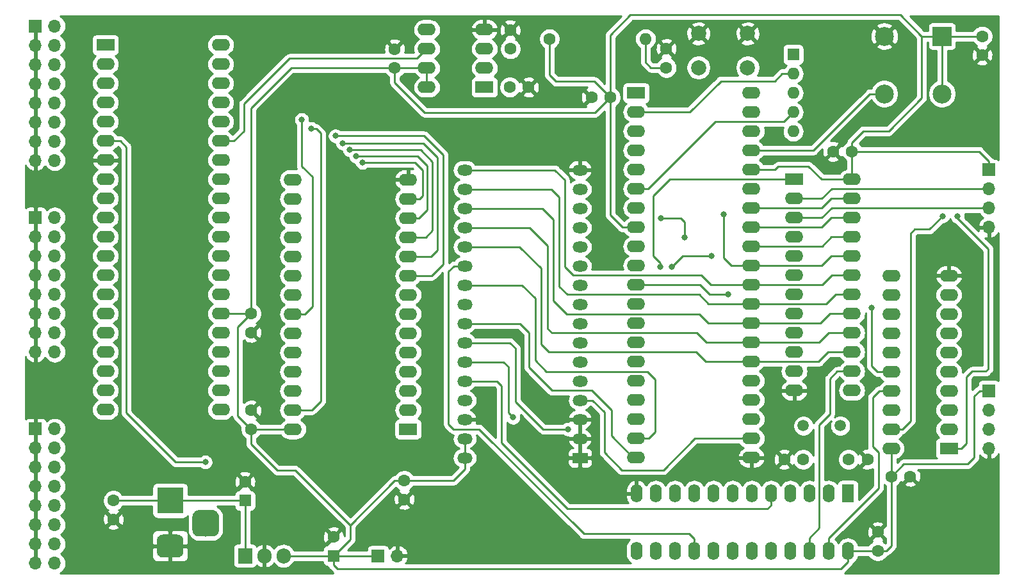
<source format=gtl>
G04 #@! TF.GenerationSoftware,KiCad,Pcbnew,5.1.4+dfsg1-2*
G04 #@! TF.CreationDate,2019-11-28T17:33:19+01:00*
G04 #@! TF.ProjectId,cpu_board,6370755f-626f-4617-9264-2e6b69636164,rev?*
G04 #@! TF.SameCoordinates,Original*
G04 #@! TF.FileFunction,Copper,L1,Top*
G04 #@! TF.FilePolarity,Positive*
%FSLAX46Y46*%
G04 Gerber Fmt 4.6, Leading zero omitted, Abs format (unit mm)*
G04 Created by KiCad (PCBNEW 5.1.4+dfsg1-2) date 2019-11-28 17:33:19*
%MOMM*%
%LPD*%
G04 APERTURE LIST*
%ADD10O,1.600000X1.600000*%
%ADD11R,1.600000X1.600000*%
%ADD12O,1.700000X1.700000*%
%ADD13R,1.700000X1.700000*%
%ADD14C,1.600000*%
%ADD15O,2.400000X1.600000*%
%ADD16R,2.400000X1.600000*%
%ADD17O,1.600000X2.400000*%
%ADD18R,1.600000X2.400000*%
%ADD19O,2.000000X1.440000*%
%ADD20R,2.000000X1.440000*%
%ADD21C,1.500000*%
%ADD22C,2.500000*%
%ADD23R,2.500000X2.500000*%
%ADD24O,1.905000X2.000000*%
%ADD25R,1.905000X2.000000*%
%ADD26C,2.000000*%
%ADD27C,0.100000*%
%ADD28C,3.500000*%
%ADD29C,3.000000*%
%ADD30R,3.500000X3.500000*%
%ADD31C,0.800000*%
%ADD32C,0.250000*%
%ADD33C,0.254000*%
G04 APERTURE END LIST*
D10*
X186925000Y-70735000D03*
X186925000Y-68195000D03*
X186925000Y-65655000D03*
X186925000Y-63115000D03*
D11*
X186925000Y-60575000D03*
D12*
X134590000Y-126900000D03*
D13*
X132050000Y-126900000D03*
D10*
X167400000Y-58500000D03*
D14*
X154700000Y-58500000D03*
X202400000Y-116400000D03*
X199900000Y-116400000D03*
X192200000Y-73400000D03*
X194700000Y-73400000D03*
X115250000Y-97350000D03*
X115250000Y-94850000D03*
X185750000Y-114150000D03*
X188250000Y-114150000D03*
X194250000Y-114150000D03*
X196750000Y-114150000D03*
X160250000Y-66250000D03*
X162750000Y-66250000D03*
X211900000Y-60650000D03*
X211900000Y-58150000D03*
X135500000Y-119450000D03*
X135500000Y-116950000D03*
X134250000Y-59850000D03*
X134250000Y-62350000D03*
X198100000Y-123750000D03*
X198100000Y-126250000D03*
X115250000Y-107650000D03*
X115250000Y-110150000D03*
X97050000Y-122100000D03*
X97050000Y-119600000D03*
X151950000Y-64900000D03*
X149450000Y-64900000D03*
X149525000Y-57325000D03*
X149525000Y-59825000D03*
X170150000Y-59800000D03*
X170150000Y-62300000D03*
D15*
X111240000Y-59300000D03*
X96000000Y-107560000D03*
X111240000Y-61840000D03*
X96000000Y-105020000D03*
X111240000Y-64380000D03*
X96000000Y-102480000D03*
X111240000Y-66920000D03*
X96000000Y-99940000D03*
X111240000Y-69460000D03*
X96000000Y-97400000D03*
X111240000Y-72000000D03*
X96000000Y-94860000D03*
X111240000Y-74540000D03*
X96000000Y-92320000D03*
X111240000Y-77080000D03*
X96000000Y-89780000D03*
X111240000Y-79620000D03*
X96000000Y-87240000D03*
X111240000Y-82160000D03*
X96000000Y-84700000D03*
X111240000Y-84700000D03*
X96000000Y-82160000D03*
X111240000Y-87240000D03*
X96000000Y-79620000D03*
X111240000Y-89780000D03*
X96000000Y-77080000D03*
X111240000Y-92320000D03*
X96000000Y-74540000D03*
X111240000Y-94860000D03*
X96000000Y-72000000D03*
X111240000Y-97400000D03*
X96000000Y-69460000D03*
X111240000Y-99940000D03*
X96000000Y-66920000D03*
X111240000Y-102480000D03*
X96000000Y-64380000D03*
X111240000Y-105020000D03*
X96000000Y-61840000D03*
X111240000Y-107560000D03*
D16*
X96000000Y-59300000D03*
D15*
X199880000Y-112700000D03*
X207500000Y-89840000D03*
X199880000Y-110160000D03*
X207500000Y-92380000D03*
X199880000Y-107620000D03*
X207500000Y-94920000D03*
X199880000Y-105080000D03*
X207500000Y-97460000D03*
X199880000Y-102540000D03*
X207500000Y-100000000D03*
X199880000Y-100000000D03*
X207500000Y-102540000D03*
X199880000Y-97460000D03*
X207500000Y-105080000D03*
X199880000Y-94920000D03*
X207500000Y-107620000D03*
X199880000Y-92380000D03*
X207500000Y-110160000D03*
X199880000Y-89840000D03*
D16*
X207500000Y-112700000D03*
D15*
X194670000Y-77100000D03*
X187050000Y-105040000D03*
X194670000Y-79640000D03*
X187050000Y-102500000D03*
X194670000Y-82180000D03*
X187050000Y-99960000D03*
X194670000Y-84720000D03*
X187050000Y-97420000D03*
X194670000Y-87260000D03*
X187050000Y-94880000D03*
X194670000Y-89800000D03*
X187050000Y-92340000D03*
X194670000Y-92340000D03*
X187050000Y-89800000D03*
X194670000Y-94880000D03*
X187050000Y-87260000D03*
X194670000Y-97420000D03*
X187050000Y-84720000D03*
X194670000Y-99960000D03*
X187050000Y-82180000D03*
X194670000Y-102500000D03*
X187050000Y-79640000D03*
X194670000Y-105040000D03*
D16*
X187050000Y-77100000D03*
D17*
X194150000Y-126270000D03*
X166210000Y-118650000D03*
X191610000Y-126270000D03*
X168750000Y-118650000D03*
X189070000Y-126270000D03*
X171290000Y-118650000D03*
X186530000Y-126270000D03*
X173830000Y-118650000D03*
X183990000Y-126270000D03*
X176370000Y-118650000D03*
X181450000Y-126270000D03*
X178910000Y-118650000D03*
X178910000Y-126270000D03*
X181450000Y-118650000D03*
X176370000Y-126270000D03*
X183990000Y-118650000D03*
X173830000Y-126270000D03*
X186530000Y-118650000D03*
X171290000Y-126270000D03*
X189070000Y-118650000D03*
X168750000Y-126270000D03*
X191610000Y-118650000D03*
X166210000Y-126270000D03*
D18*
X194150000Y-118650000D03*
D15*
X120760000Y-110150000D03*
X136000000Y-77130000D03*
X120760000Y-107610000D03*
X136000000Y-79670000D03*
X120760000Y-105070000D03*
X136000000Y-82210000D03*
X120760000Y-102530000D03*
X136000000Y-84750000D03*
X120760000Y-99990000D03*
X136000000Y-87290000D03*
X120760000Y-97450000D03*
X136000000Y-89830000D03*
X120760000Y-94910000D03*
X136000000Y-92370000D03*
X120760000Y-92370000D03*
X136000000Y-94910000D03*
X120760000Y-89830000D03*
X136000000Y-97450000D03*
X120760000Y-87290000D03*
X136000000Y-99990000D03*
X120760000Y-84750000D03*
X136000000Y-102530000D03*
X120760000Y-82210000D03*
X136000000Y-105070000D03*
X120760000Y-79670000D03*
X136000000Y-107610000D03*
X120760000Y-77130000D03*
D16*
X136000000Y-110150000D03*
D15*
X181390000Y-65650000D03*
X166150000Y-113910000D03*
X181390000Y-68190000D03*
X166150000Y-111370000D03*
X181390000Y-70730000D03*
X166150000Y-108830000D03*
X181390000Y-73270000D03*
X166150000Y-106290000D03*
X181390000Y-75810000D03*
X166150000Y-103750000D03*
X181390000Y-78350000D03*
X166150000Y-101210000D03*
X181390000Y-80890000D03*
X166150000Y-98670000D03*
X181390000Y-83430000D03*
X166150000Y-96130000D03*
X181390000Y-85970000D03*
X166150000Y-93590000D03*
X181390000Y-88510000D03*
X166150000Y-91050000D03*
X181390000Y-91050000D03*
X166150000Y-88510000D03*
X181390000Y-93590000D03*
X166150000Y-85970000D03*
X181390000Y-96130000D03*
X166150000Y-83430000D03*
X181390000Y-98670000D03*
X166150000Y-80890000D03*
X181390000Y-101210000D03*
X166150000Y-78350000D03*
X181390000Y-103750000D03*
X166150000Y-75810000D03*
X181390000Y-106290000D03*
X166150000Y-73270000D03*
X181390000Y-108830000D03*
X166150000Y-70730000D03*
X181390000Y-111370000D03*
X166150000Y-68190000D03*
X181390000Y-113910000D03*
D16*
X166150000Y-65650000D03*
D15*
X138480000Y-64900000D03*
X146100000Y-57280000D03*
X138480000Y-62360000D03*
X146100000Y-59820000D03*
X138480000Y-59820000D03*
X146100000Y-62360000D03*
X138480000Y-57280000D03*
D16*
X146100000Y-64900000D03*
D12*
X212800000Y-83440000D03*
X212800000Y-80900000D03*
X212800000Y-78360000D03*
D13*
X212800000Y-75820000D03*
D12*
X89290000Y-127880000D03*
X86750000Y-127880000D03*
X89290000Y-125340000D03*
X86750000Y-125340000D03*
X89290000Y-122800000D03*
X86750000Y-122800000D03*
X89290000Y-120260000D03*
X86750000Y-120260000D03*
X89290000Y-117720000D03*
X86750000Y-117720000D03*
X89290000Y-115180000D03*
X86750000Y-115180000D03*
X89290000Y-112640000D03*
X86750000Y-112640000D03*
X89290000Y-110100000D03*
D13*
X86750000Y-110100000D03*
D12*
X89290000Y-99930000D03*
X86750000Y-99930000D03*
X89290000Y-97390000D03*
X86750000Y-97390000D03*
X89290000Y-94850000D03*
X86750000Y-94850000D03*
X89290000Y-92310000D03*
X86750000Y-92310000D03*
X89290000Y-89770000D03*
X86750000Y-89770000D03*
X89290000Y-87230000D03*
X86750000Y-87230000D03*
X89290000Y-84690000D03*
X86750000Y-84690000D03*
X89290000Y-82150000D03*
D13*
X86750000Y-82150000D03*
D12*
X89290000Y-74580000D03*
X86750000Y-74580000D03*
X89290000Y-72040000D03*
X86750000Y-72040000D03*
X89290000Y-69500000D03*
X86750000Y-69500000D03*
X89290000Y-66960000D03*
X86750000Y-66960000D03*
X89290000Y-64420000D03*
X86750000Y-64420000D03*
X89290000Y-61880000D03*
X86750000Y-61880000D03*
X89290000Y-59340000D03*
X86750000Y-59340000D03*
X89290000Y-56800000D03*
D13*
X86750000Y-56800000D03*
D19*
X143510000Y-75850000D03*
X158750000Y-75850000D03*
X143510000Y-78390000D03*
X158750000Y-78390000D03*
X143510000Y-80930000D03*
X158750000Y-80930000D03*
X143510000Y-83470000D03*
X158750000Y-83470000D03*
X143510000Y-86010000D03*
X158750000Y-86010000D03*
X143510000Y-88550000D03*
X158750000Y-88550000D03*
X143510000Y-91090000D03*
X158750000Y-91090000D03*
X143510000Y-93630000D03*
X158750000Y-93630000D03*
X143510000Y-96170000D03*
X158750000Y-96170000D03*
X143510000Y-98710000D03*
X158750000Y-98710000D03*
X143510000Y-101250000D03*
X158750000Y-101250000D03*
X143510000Y-103790000D03*
X158750000Y-103790000D03*
X143510000Y-106330000D03*
X158750000Y-106330000D03*
X143510000Y-108870000D03*
X158750000Y-108870000D03*
X143510000Y-111410000D03*
X158750000Y-111410000D03*
X143510000Y-113950000D03*
D20*
X158750000Y-113950000D03*
D21*
X188270000Y-109700000D03*
X193150000Y-109700000D03*
D12*
X212800000Y-112690000D03*
X212800000Y-110150000D03*
X212800000Y-107610000D03*
D13*
X212800000Y-105070000D03*
D14*
X126150000Y-124400000D03*
D11*
X126150000Y-126900000D03*
D22*
X198980000Y-58150000D03*
X198980000Y-65770000D03*
X206600000Y-65770000D03*
D23*
X206600000Y-58150000D03*
D24*
X119530000Y-126900000D03*
X116990000Y-126900000D03*
D25*
X114450000Y-126900000D03*
D26*
X180900000Y-57800000D03*
X180900000Y-62300000D03*
X174400000Y-57800000D03*
X174400000Y-62300000D03*
D27*
G36*
X110210765Y-120854213D02*
G01*
X110295704Y-120866813D01*
X110378999Y-120887677D01*
X110459848Y-120916605D01*
X110537472Y-120953319D01*
X110611124Y-120997464D01*
X110680094Y-121048616D01*
X110743718Y-121106282D01*
X110801384Y-121169906D01*
X110852536Y-121238876D01*
X110896681Y-121312528D01*
X110933395Y-121390152D01*
X110962323Y-121471001D01*
X110983187Y-121554296D01*
X110995787Y-121639235D01*
X111000000Y-121725000D01*
X111000000Y-123475000D01*
X110995787Y-123560765D01*
X110983187Y-123645704D01*
X110962323Y-123728999D01*
X110933395Y-123809848D01*
X110896681Y-123887472D01*
X110852536Y-123961124D01*
X110801384Y-124030094D01*
X110743718Y-124093718D01*
X110680094Y-124151384D01*
X110611124Y-124202536D01*
X110537472Y-124246681D01*
X110459848Y-124283395D01*
X110378999Y-124312323D01*
X110295704Y-124333187D01*
X110210765Y-124345787D01*
X110125000Y-124350000D01*
X108375000Y-124350000D01*
X108289235Y-124345787D01*
X108204296Y-124333187D01*
X108121001Y-124312323D01*
X108040152Y-124283395D01*
X107962528Y-124246681D01*
X107888876Y-124202536D01*
X107819906Y-124151384D01*
X107756282Y-124093718D01*
X107698616Y-124030094D01*
X107647464Y-123961124D01*
X107603319Y-123887472D01*
X107566605Y-123809848D01*
X107537677Y-123728999D01*
X107516813Y-123645704D01*
X107504213Y-123560765D01*
X107500000Y-123475000D01*
X107500000Y-121725000D01*
X107504213Y-121639235D01*
X107516813Y-121554296D01*
X107537677Y-121471001D01*
X107566605Y-121390152D01*
X107603319Y-121312528D01*
X107647464Y-121238876D01*
X107698616Y-121169906D01*
X107756282Y-121106282D01*
X107819906Y-121048616D01*
X107888876Y-120997464D01*
X107962528Y-120953319D01*
X108040152Y-120916605D01*
X108121001Y-120887677D01*
X108204296Y-120866813D01*
X108289235Y-120854213D01*
X108375000Y-120850000D01*
X110125000Y-120850000D01*
X110210765Y-120854213D01*
X110210765Y-120854213D01*
G37*
D28*
X109250000Y-122600000D03*
D27*
G36*
X105623513Y-124103611D02*
G01*
X105696318Y-124114411D01*
X105767714Y-124132295D01*
X105837013Y-124157090D01*
X105903548Y-124188559D01*
X105966678Y-124226398D01*
X106025795Y-124270242D01*
X106080330Y-124319670D01*
X106129758Y-124374205D01*
X106173602Y-124433322D01*
X106211441Y-124496452D01*
X106242910Y-124562987D01*
X106267705Y-124632286D01*
X106285589Y-124703682D01*
X106296389Y-124776487D01*
X106300000Y-124850000D01*
X106300000Y-126350000D01*
X106296389Y-126423513D01*
X106285589Y-126496318D01*
X106267705Y-126567714D01*
X106242910Y-126637013D01*
X106211441Y-126703548D01*
X106173602Y-126766678D01*
X106129758Y-126825795D01*
X106080330Y-126880330D01*
X106025795Y-126929758D01*
X105966678Y-126973602D01*
X105903548Y-127011441D01*
X105837013Y-127042910D01*
X105767714Y-127067705D01*
X105696318Y-127085589D01*
X105623513Y-127096389D01*
X105550000Y-127100000D01*
X103550000Y-127100000D01*
X103476487Y-127096389D01*
X103403682Y-127085589D01*
X103332286Y-127067705D01*
X103262987Y-127042910D01*
X103196452Y-127011441D01*
X103133322Y-126973602D01*
X103074205Y-126929758D01*
X103019670Y-126880330D01*
X102970242Y-126825795D01*
X102926398Y-126766678D01*
X102888559Y-126703548D01*
X102857090Y-126637013D01*
X102832295Y-126567714D01*
X102814411Y-126496318D01*
X102803611Y-126423513D01*
X102800000Y-126350000D01*
X102800000Y-124850000D01*
X102803611Y-124776487D01*
X102814411Y-124703682D01*
X102832295Y-124632286D01*
X102857090Y-124562987D01*
X102888559Y-124496452D01*
X102926398Y-124433322D01*
X102970242Y-124374205D01*
X103019670Y-124319670D01*
X103074205Y-124270242D01*
X103133322Y-124226398D01*
X103196452Y-124188559D01*
X103262987Y-124157090D01*
X103332286Y-124132295D01*
X103403682Y-124114411D01*
X103476487Y-124103611D01*
X103550000Y-124100000D01*
X105550000Y-124100000D01*
X105623513Y-124103611D01*
X105623513Y-124103611D01*
G37*
D29*
X104550000Y-125600000D03*
D30*
X104550000Y-119600000D03*
D14*
X114450000Y-117100000D03*
D11*
X114450000Y-119600000D03*
D31*
X149800000Y-120050000D03*
X209900000Y-85100000D03*
X191900000Y-112250000D03*
X169350000Y-88700000D03*
X121950000Y-69200000D03*
X197300000Y-94100000D03*
X123200000Y-70400000D03*
X157150000Y-110150000D03*
X149900000Y-108600000D03*
X177750000Y-81750000D03*
X130000000Y-74850000D03*
X169400000Y-82200000D03*
X172600000Y-84750000D03*
X129100000Y-74050000D03*
X178300000Y-92300000D03*
X128300000Y-73200000D03*
X126400000Y-71350000D03*
X127350000Y-72300000D03*
X176150000Y-87250000D03*
X170900000Y-88700000D03*
X206700000Y-81950000D03*
X208650000Y-82000000D03*
X109200000Y-114500000D03*
D32*
X167400000Y-61600000D02*
X167400000Y-58500000D01*
X170150000Y-62300000D02*
X168100000Y-62300000D01*
X168100000Y-62300000D02*
X167400000Y-61600000D01*
X138480000Y-63850000D02*
X138480000Y-62360000D01*
X138480000Y-64900000D02*
X138480000Y-63850000D01*
X120732500Y-126900000D02*
X126150000Y-126900000D01*
X119530000Y-126900000D02*
X120732500Y-126900000D01*
X115250000Y-110150000D02*
X120760000Y-110150000D01*
X115250000Y-110150000D02*
X113500000Y-108400000D01*
X113500000Y-96600000D02*
X115250000Y-94850000D01*
X113500000Y-108400000D02*
X113500000Y-96600000D01*
X115240000Y-94860000D02*
X115250000Y-94850000D01*
X111240000Y-94860000D02*
X115240000Y-94860000D01*
X115250000Y-112150000D02*
X115250000Y-110150000D01*
X128350000Y-122850000D02*
X121100000Y-115600000D01*
X118700000Y-115600000D02*
X115250000Y-112150000D01*
X121100000Y-115600000D02*
X118700000Y-115600000D01*
X198080000Y-126270000D02*
X198100000Y-126250000D01*
X194150000Y-126270000D02*
X198080000Y-126270000D01*
X194150000Y-127720000D02*
X193220000Y-128650000D01*
X194150000Y-126270000D02*
X194150000Y-127720000D01*
X193220000Y-128650000D02*
X126650000Y-128650000D01*
X126150000Y-128150000D02*
X126150000Y-126900000D01*
X126650000Y-128650000D02*
X126150000Y-128150000D01*
X136350000Y-116950000D02*
X142000000Y-116950000D01*
X143510000Y-115440000D02*
X143510000Y-113950000D01*
X142000000Y-116950000D02*
X143510000Y-115440000D01*
X143510000Y-112980000D02*
X143510000Y-111410000D01*
X143510000Y-113950000D02*
X143510000Y-112980000D01*
X134250000Y-116950000D02*
X128350000Y-122850000D01*
X136350000Y-116950000D02*
X134250000Y-116950000D01*
X138470000Y-62350000D02*
X138480000Y-62360000D01*
X134250000Y-62350000D02*
X138470000Y-62350000D01*
X164330000Y-83430000D02*
X166150000Y-83430000D01*
X162750000Y-66250000D02*
X162750000Y-81850000D01*
X162750000Y-81850000D02*
X164330000Y-83430000D01*
X115250000Y-94850000D02*
X115250000Y-67650000D01*
X120550000Y-62350000D02*
X134250000Y-62350000D01*
X115250000Y-67650000D02*
X120550000Y-62350000D01*
X199900000Y-117531370D02*
X199900000Y-116400000D01*
X199900000Y-125581370D02*
X199900000Y-117531370D01*
X198100000Y-126250000D02*
X199231370Y-126250000D01*
X199231370Y-126250000D02*
X199900000Y-125581370D01*
X199900000Y-112720000D02*
X199880000Y-112700000D01*
X199900000Y-116400000D02*
X199900000Y-112720000D01*
X194670000Y-73430000D02*
X194700000Y-73400000D01*
X194670000Y-77100000D02*
X194670000Y-73430000D01*
X212800000Y-74720000D02*
X212800000Y-75820000D01*
X194700000Y-73400000D02*
X211480000Y-73400000D01*
X211480000Y-73400000D02*
X212800000Y-74720000D01*
X206600000Y-65770000D02*
X206600000Y-58150000D01*
X206600000Y-58150000D02*
X211900000Y-58150000D01*
X206600000Y-58150000D02*
X203900000Y-58150000D01*
X194700000Y-73400000D02*
X194700000Y-72200000D01*
X194700000Y-72200000D02*
X196200000Y-70700000D01*
X196200000Y-70700000D02*
X199550000Y-70700000D01*
X203900000Y-66350000D02*
X203900000Y-58150000D01*
X199550000Y-70700000D02*
X203900000Y-66350000D01*
X162750000Y-58000000D02*
X162750000Y-66250000D01*
X165400000Y-55350000D02*
X162750000Y-58000000D01*
X203900000Y-58150000D02*
X201100000Y-55350000D01*
X201100000Y-55350000D02*
X165400000Y-55350000D01*
X160750000Y-68250000D02*
X162750000Y-66250000D01*
X138200000Y-68250000D02*
X160750000Y-68250000D01*
X134250000Y-62350000D02*
X134250000Y-64300000D01*
X134250000Y-64300000D02*
X138200000Y-68250000D01*
X154700000Y-63300000D02*
X154700000Y-58500000D01*
X162750000Y-66250000D02*
X160650000Y-64150000D01*
X155550000Y-64150000D02*
X154700000Y-63300000D01*
X160650000Y-64150000D02*
X155550000Y-64150000D01*
X211580000Y-105070000D02*
X212800000Y-105070000D01*
X210850000Y-105800000D02*
X211580000Y-105070000D01*
X199900000Y-116400000D02*
X201550000Y-114750000D01*
X210000000Y-114750000D02*
X210850000Y-113900000D01*
X201550000Y-114750000D02*
X210000000Y-114750000D01*
X210850000Y-113900000D02*
X210850000Y-105800000D01*
X128350000Y-124750000D02*
X128350000Y-122850000D01*
X126150000Y-126900000D02*
X126200000Y-126900000D01*
X126200000Y-126900000D02*
X128350000Y-124750000D01*
X126150000Y-126900000D02*
X132050000Y-126900000D01*
X188950000Y-75375000D02*
X190675000Y-77100000D01*
X190675000Y-77100000D02*
X194670000Y-77100000D01*
X184950000Y-75375000D02*
X188950000Y-75375000D01*
X181390000Y-75810000D02*
X184515000Y-75810000D01*
X184515000Y-75810000D02*
X184950000Y-75375000D01*
X123350000Y-76750000D02*
X123350000Y-93950000D01*
X121950000Y-69200000D02*
X121950000Y-75350000D01*
X122390000Y-94910000D02*
X120760000Y-94910000D01*
X123350000Y-93950000D02*
X122390000Y-94910000D01*
X121950000Y-75350000D02*
X123350000Y-76750000D01*
X197300000Y-94100000D02*
X197300000Y-101800000D01*
X198040000Y-102540000D02*
X199880000Y-102540000D01*
X197300000Y-101800000D02*
X198040000Y-102540000D01*
X170600000Y-77100000D02*
X187050000Y-77100000D01*
X168400000Y-79300000D02*
X170600000Y-77100000D01*
X168400000Y-87250000D02*
X168400000Y-79300000D01*
X169350000Y-88700000D02*
X169350000Y-88200000D01*
X169350000Y-88200000D02*
X168400000Y-87250000D01*
X123850000Y-70400000D02*
X124450000Y-71000000D01*
X123200000Y-70400000D02*
X123850000Y-70400000D01*
X123290000Y-107610000D02*
X120760000Y-107610000D01*
X124450000Y-71000000D02*
X124450000Y-106450000D01*
X124450000Y-106450000D02*
X123290000Y-107610000D01*
X191960000Y-79640000D02*
X194670000Y-79640000D01*
X181390000Y-80890000D02*
X190710000Y-80890000D01*
X190710000Y-80890000D02*
X191960000Y-79640000D01*
X147740000Y-103790000D02*
X143510000Y-103790000D01*
X148350000Y-104400000D02*
X147740000Y-103790000D01*
X183990000Y-120210000D02*
X183500000Y-120700000D01*
X183990000Y-118650000D02*
X183990000Y-120210000D01*
X148350000Y-111950000D02*
X148350000Y-104400000D01*
X183500000Y-120700000D02*
X157100000Y-120700000D01*
X157100000Y-120700000D02*
X148350000Y-111950000D01*
X173830000Y-124630000D02*
X173830000Y-126270000D01*
X145400000Y-110150000D02*
X159250000Y-124000000D01*
X142100000Y-88550000D02*
X141350000Y-89300000D01*
X141350000Y-89300000D02*
X141350000Y-109500000D01*
X143510000Y-88550000D02*
X142100000Y-88550000D01*
X173200000Y-124000000D02*
X173830000Y-124630000D01*
X159250000Y-124000000D02*
X173200000Y-124000000D01*
X141350000Y-109500000D02*
X142000000Y-110150000D01*
X142000000Y-110150000D02*
X145400000Y-110150000D01*
X160380000Y-106330000D02*
X161950000Y-107900000D01*
X173930000Y-111370000D02*
X181390000Y-111370000D01*
X158750000Y-106330000D02*
X160380000Y-106330000D01*
X169750000Y-115550000D02*
X173930000Y-111370000D01*
X164250000Y-115550000D02*
X169750000Y-115550000D01*
X161950000Y-113250000D02*
X164250000Y-115550000D01*
X161950000Y-107900000D02*
X161950000Y-113250000D01*
X160300000Y-105050000D02*
X162900000Y-107650000D01*
X150820000Y-96170000D02*
X152000000Y-97350000D01*
X162900000Y-111060000D02*
X165750000Y-113910000D01*
X162900000Y-107650000D02*
X162900000Y-111060000D01*
X155050000Y-105050000D02*
X160300000Y-105050000D01*
X143510000Y-96170000D02*
X150820000Y-96170000D01*
X152000000Y-97350000D02*
X152000000Y-102000000D01*
X165750000Y-113910000D02*
X166150000Y-113910000D01*
X152000000Y-102000000D02*
X155050000Y-105050000D01*
X151040000Y-91090000D02*
X143510000Y-91090000D01*
X152800000Y-92850000D02*
X151040000Y-91090000D01*
X152800000Y-101050000D02*
X152800000Y-92850000D01*
X167830000Y-111370000D02*
X168700000Y-110500000D01*
X154300000Y-102550000D02*
X152800000Y-101050000D01*
X168700000Y-103600000D02*
X167650000Y-102550000D01*
X166150000Y-111370000D02*
X167830000Y-111370000D01*
X167650000Y-102550000D02*
X154300000Y-102550000D01*
X168700000Y-110500000D02*
X168700000Y-103600000D01*
X150200000Y-106500000D02*
X153850000Y-110150000D01*
X153850000Y-110150000D02*
X157150000Y-110150000D01*
X150200000Y-99450000D02*
X150200000Y-106500000D01*
X143510000Y-98710000D02*
X149460000Y-98710000D01*
X149460000Y-98710000D02*
X150200000Y-99450000D01*
X181390000Y-101210000D02*
X190290000Y-101210000D01*
X191540000Y-99960000D02*
X194670000Y-99960000D01*
X190290000Y-101210000D02*
X191540000Y-99960000D01*
X175390000Y-101210000D02*
X181390000Y-101210000D01*
X174130000Y-99950000D02*
X175390000Y-101210000D01*
X150760000Y-86010000D02*
X153600000Y-88850000D01*
X153600000Y-88850000D02*
X153600000Y-98900000D01*
X153600000Y-98900000D02*
X154650000Y-99950000D01*
X143510000Y-86010000D02*
X150760000Y-86010000D01*
X154650000Y-99950000D02*
X174130000Y-99950000D01*
X148600000Y-101250000D02*
X143510000Y-101250000D01*
X149250000Y-101900000D02*
X148600000Y-101250000D01*
X149900000Y-108600000D02*
X149250000Y-107950000D01*
X149250000Y-107950000D02*
X149250000Y-101900000D01*
X181390000Y-98670000D02*
X190380000Y-98670000D01*
X191630000Y-97420000D02*
X194670000Y-97420000D01*
X190380000Y-98670000D02*
X191630000Y-97420000D01*
X175470000Y-98670000D02*
X181390000Y-98670000D01*
X174200000Y-97400000D02*
X175470000Y-98670000D01*
X152070000Y-83470000D02*
X154450000Y-85850000D01*
X143510000Y-83470000D02*
X152070000Y-83470000D01*
X154450000Y-96850000D02*
X155000000Y-97400000D01*
X155000000Y-97400000D02*
X174200000Y-97400000D01*
X154450000Y-85850000D02*
X154450000Y-96850000D01*
X181390000Y-96130000D02*
X190520000Y-96130000D01*
X191770000Y-94880000D02*
X194670000Y-94880000D01*
X190520000Y-96130000D02*
X191770000Y-94880000D01*
X175730000Y-96130000D02*
X181390000Y-96130000D01*
X174500000Y-94900000D02*
X175730000Y-96130000D01*
X143510000Y-80930000D02*
X153780000Y-80930000D01*
X153780000Y-80930000D02*
X155250000Y-82400000D01*
X155250000Y-82400000D02*
X155250000Y-93150000D01*
X155250000Y-93150000D02*
X157000000Y-94900000D01*
X157000000Y-94900000D02*
X174500000Y-94900000D01*
X175740000Y-93590000D02*
X181390000Y-93590000D01*
X154940000Y-78390000D02*
X155950000Y-79400000D01*
X143510000Y-78390000D02*
X154940000Y-78390000D01*
X155950000Y-79400000D02*
X155950000Y-91250000D01*
X155950000Y-91250000D02*
X157050000Y-92350000D01*
X174500000Y-92350000D02*
X175740000Y-93590000D01*
X157050000Y-92350000D02*
X174500000Y-92350000D01*
X192510000Y-92340000D02*
X194670000Y-92340000D01*
X181390000Y-93590000D02*
X191260000Y-93590000D01*
X191260000Y-93590000D02*
X192510000Y-92340000D01*
X176050000Y-91050000D02*
X181390000Y-91050000D01*
X143510000Y-75850000D02*
X155400000Y-75850000D01*
X156700000Y-88700000D02*
X157800000Y-89800000D01*
X155400000Y-75850000D02*
X156700000Y-77150000D01*
X156700000Y-77150000D02*
X156700000Y-88700000D01*
X174800000Y-89800000D02*
X176050000Y-91050000D01*
X157800000Y-89800000D02*
X174800000Y-89800000D01*
X192050000Y-89800000D02*
X194670000Y-89800000D01*
X181390000Y-91050000D02*
X190800000Y-91050000D01*
X190800000Y-91050000D02*
X192050000Y-89800000D01*
X177750000Y-81750000D02*
X177750000Y-87500000D01*
X178760000Y-88510000D02*
X181390000Y-88510000D01*
X177750000Y-87500000D02*
X178760000Y-88510000D01*
X130000000Y-74850000D02*
X136900000Y-74850000D01*
X136900000Y-74850000D02*
X137900000Y-75850000D01*
X137900000Y-75850000D02*
X137900000Y-79300000D01*
X137530000Y-79670000D02*
X136000000Y-79670000D01*
X137900000Y-79300000D02*
X137530000Y-79670000D01*
X191940000Y-87260000D02*
X194670000Y-87260000D01*
X181390000Y-88510000D02*
X190690000Y-88510000D01*
X190690000Y-88510000D02*
X191940000Y-87260000D01*
X169400000Y-82200000D02*
X172050000Y-82200000D01*
X172050000Y-82200000D02*
X172600000Y-82750000D01*
X172600000Y-82750000D02*
X172600000Y-84750000D01*
X137450000Y-82210000D02*
X138500000Y-81160000D01*
X136000000Y-82210000D02*
X137450000Y-82210000D01*
X138500000Y-81160000D02*
X138500000Y-75300000D01*
X138500000Y-75300000D02*
X137250000Y-74050000D01*
X137250000Y-74050000D02*
X129100000Y-74050000D01*
X191980000Y-84720000D02*
X194670000Y-84720000D01*
X181390000Y-85970000D02*
X190730000Y-85970000D01*
X190730000Y-85970000D02*
X191980000Y-84720000D01*
X166150000Y-91050000D02*
X174600000Y-91050000D01*
X174600000Y-91050000D02*
X175850000Y-92300000D01*
X175850000Y-92300000D02*
X178300000Y-92300000D01*
X128300000Y-73200000D02*
X137650000Y-73200000D01*
X137650000Y-73200000D02*
X139250000Y-74800000D01*
X139250000Y-74800000D02*
X139250000Y-83850000D01*
X138350000Y-84750000D02*
X136000000Y-84750000D01*
X139250000Y-83850000D02*
X138350000Y-84750000D01*
X181390000Y-83430000D02*
X190720000Y-83430000D01*
X191970000Y-82180000D02*
X194670000Y-82180000D01*
X190720000Y-83430000D02*
X191970000Y-82180000D01*
X136000000Y-89830000D02*
X139120000Y-89830000D01*
X139120000Y-89830000D02*
X140650000Y-88300000D01*
X140650000Y-88300000D02*
X140650000Y-73850000D01*
X140650000Y-73850000D02*
X138150000Y-71350000D01*
X138150000Y-71350000D02*
X126400000Y-71350000D01*
X127350000Y-72300000D02*
X138050000Y-72300000D01*
X138050000Y-72300000D02*
X139900000Y-74150000D01*
X139900000Y-74150000D02*
X139900000Y-86450000D01*
X139060000Y-87290000D02*
X136000000Y-87290000D01*
X139900000Y-86450000D02*
X139060000Y-87290000D01*
X176150000Y-87250000D02*
X172350000Y-87250000D01*
X172350000Y-87250000D02*
X170900000Y-88700000D01*
X113000000Y-72000000D02*
X114300000Y-70700000D01*
X111240000Y-72000000D02*
X113000000Y-72000000D01*
X137200000Y-61100000D02*
X138480000Y-59820000D01*
X114300000Y-70700000D02*
X114300000Y-67100000D01*
X114300000Y-67100000D02*
X120300000Y-61100000D01*
X120300000Y-61100000D02*
X137200000Y-61100000D01*
X201330000Y-110160000D02*
X202450000Y-109040000D01*
X203000000Y-83700000D02*
X204950000Y-83700000D01*
X199880000Y-110160000D02*
X201330000Y-110160000D01*
X204950000Y-83700000D02*
X206700000Y-81950000D01*
X202450000Y-84250000D02*
X203000000Y-83700000D01*
X202450000Y-109040000D02*
X202450000Y-84250000D01*
X208650000Y-82250000D02*
X208650000Y-82000000D01*
X212700000Y-86300000D02*
X208650000Y-82250000D01*
X212400000Y-102500000D02*
X212700000Y-102200000D01*
X209150000Y-112700000D02*
X209850000Y-112000000D01*
X210550000Y-102500000D02*
X212400000Y-102500000D01*
X207500000Y-112700000D02*
X209150000Y-112700000D01*
X209850000Y-112000000D02*
X209850000Y-103200000D01*
X212700000Y-102200000D02*
X212700000Y-86300000D01*
X209850000Y-103200000D02*
X210550000Y-102500000D01*
X208650000Y-82000000D02*
X208650000Y-82000000D01*
X197055000Y-65770000D02*
X198980000Y-65770000D01*
X181390000Y-73270000D02*
X189555000Y-73270000D01*
X189555000Y-73270000D02*
X197055000Y-65770000D01*
X191610000Y-124540000D02*
X198200000Y-117950000D01*
X198200000Y-117950000D02*
X198200000Y-113250000D01*
X197450000Y-105900000D02*
X198270000Y-105080000D01*
X197450000Y-112500000D02*
X197450000Y-105900000D01*
X198270000Y-105080000D02*
X199880000Y-105080000D01*
X191610000Y-126270000D02*
X191610000Y-124540000D01*
X198200000Y-113250000D02*
X197450000Y-112500000D01*
X192750000Y-102500000D02*
X194670000Y-102500000D01*
X191750000Y-103500000D02*
X192750000Y-102500000D01*
X189070000Y-124530000D02*
X190350000Y-123250000D01*
X191750000Y-108150000D02*
X191750000Y-103500000D01*
X189070000Y-126270000D02*
X189070000Y-124530000D01*
X190350000Y-109550000D02*
X191750000Y-108150000D01*
X190350000Y-123250000D02*
X190350000Y-109550000D01*
X97050000Y-119600000D02*
X104550000Y-119600000D01*
X104550000Y-119600000D02*
X114450000Y-119600000D01*
X114450000Y-119600000D02*
X114450000Y-126900000D01*
X105250000Y-114500000D02*
X109200000Y-114500000D01*
X98750000Y-108000000D02*
X105250000Y-114500000D01*
X98750000Y-72800000D02*
X98750000Y-108000000D01*
X96000000Y-72000000D02*
X97950000Y-72000000D01*
X97950000Y-72000000D02*
X98750000Y-72800000D01*
X210527919Y-80900000D02*
X212300000Y-80900000D01*
X192000000Y-80900000D02*
X210527919Y-80900000D01*
X187050000Y-82180000D02*
X190720000Y-82180000D01*
X190720000Y-82180000D02*
X192000000Y-80900000D01*
X210537919Y-78350000D02*
X210547919Y-78360000D01*
X192000000Y-78350000D02*
X210537919Y-78350000D01*
X187050000Y-79640000D02*
X190710000Y-79640000D01*
X210547919Y-78360000D02*
X212300000Y-78360000D01*
X190710000Y-79640000D02*
X192000000Y-78350000D01*
X185670000Y-69450000D02*
X186925000Y-68195000D01*
X176625000Y-69450000D02*
X185670000Y-69450000D01*
X166150000Y-78350000D02*
X167725000Y-78350000D01*
X167725000Y-78350000D02*
X176625000Y-69450000D01*
X185460000Y-63115000D02*
X186925000Y-63115000D01*
X184500000Y-64075000D02*
X185460000Y-63115000D01*
X177375000Y-64075000D02*
X184500000Y-64075000D01*
X166150000Y-68190000D02*
X173260000Y-68190000D01*
X173260000Y-68190000D02*
X177375000Y-64075000D01*
D33*
G36*
X212927000Y-112563000D02*
G01*
X212947000Y-112563000D01*
X212947000Y-112817000D01*
X212927000Y-112817000D01*
X212927000Y-114010814D01*
X213156891Y-114131481D01*
X213431252Y-114034157D01*
X213681355Y-113885178D01*
X213897588Y-113690269D01*
X214071641Y-113456920D01*
X214090001Y-113418374D01*
X214090001Y-129190000D01*
X193760002Y-129190000D01*
X193783803Y-129160998D01*
X194661003Y-128283799D01*
X194690001Y-128260001D01*
X194784974Y-128144276D01*
X194855546Y-128012247D01*
X194888941Y-127902157D01*
X194951100Y-127868932D01*
X195169607Y-127689608D01*
X195348932Y-127471101D01*
X195482182Y-127221808D01*
X195540366Y-127030000D01*
X196895320Y-127030000D01*
X196985363Y-127164759D01*
X197185241Y-127364637D01*
X197420273Y-127521680D01*
X197681426Y-127629853D01*
X197958665Y-127685000D01*
X198241335Y-127685000D01*
X198518574Y-127629853D01*
X198779727Y-127521680D01*
X199014759Y-127364637D01*
X199214637Y-127164759D01*
X199321519Y-127004798D01*
X199380356Y-126999003D01*
X199523617Y-126955546D01*
X199655646Y-126884974D01*
X199771371Y-126790001D01*
X199795173Y-126760998D01*
X200411004Y-126145168D01*
X200440001Y-126121371D01*
X200534974Y-126005646D01*
X200605546Y-125873617D01*
X200649003Y-125730356D01*
X200660000Y-125618703D01*
X200660000Y-125618702D01*
X200663677Y-125581370D01*
X200660000Y-125544037D01*
X200660000Y-117618043D01*
X200814759Y-117514637D01*
X200936694Y-117392702D01*
X201586903Y-117392702D01*
X201658486Y-117636671D01*
X201913996Y-117757571D01*
X202188184Y-117826300D01*
X202470512Y-117840217D01*
X202750130Y-117798787D01*
X203016292Y-117703603D01*
X203141514Y-117636671D01*
X203213097Y-117392702D01*
X202400000Y-116579605D01*
X201586903Y-117392702D01*
X200936694Y-117392702D01*
X201014637Y-117314759D01*
X201148692Y-117114131D01*
X201163329Y-117141514D01*
X201407298Y-117213097D01*
X202220395Y-116400000D01*
X202206253Y-116385858D01*
X202385858Y-116206253D01*
X202400000Y-116220395D01*
X202414143Y-116206253D01*
X202593748Y-116385858D01*
X202579605Y-116400000D01*
X203392702Y-117213097D01*
X203636671Y-117141514D01*
X203757571Y-116886004D01*
X203826300Y-116611816D01*
X203840217Y-116329488D01*
X203798787Y-116049870D01*
X203703603Y-115783708D01*
X203636671Y-115658486D01*
X203392704Y-115586903D01*
X203469607Y-115510000D01*
X209962678Y-115510000D01*
X210000000Y-115513676D01*
X210037322Y-115510000D01*
X210037333Y-115510000D01*
X210148986Y-115499003D01*
X210292247Y-115455546D01*
X210424276Y-115384974D01*
X210540001Y-115290001D01*
X210563803Y-115260998D01*
X211361004Y-114463798D01*
X211390001Y-114440001D01*
X211484974Y-114324276D01*
X211555546Y-114192247D01*
X211599003Y-114048986D01*
X211610000Y-113937333D01*
X211610000Y-113937332D01*
X211613677Y-113900000D01*
X211610000Y-113862667D01*
X211610000Y-113566374D01*
X211702412Y-113690269D01*
X211918645Y-113885178D01*
X212168748Y-114034157D01*
X212443109Y-114131481D01*
X212673000Y-114010814D01*
X212673000Y-112817000D01*
X212653000Y-112817000D01*
X212653000Y-112563000D01*
X212673000Y-112563000D01*
X212673000Y-112543000D01*
X212927000Y-112543000D01*
X212927000Y-112563000D01*
X212927000Y-112563000D01*
G37*
X212927000Y-112563000D02*
X212947000Y-112563000D01*
X212947000Y-112817000D01*
X212927000Y-112817000D01*
X212927000Y-114010814D01*
X213156891Y-114131481D01*
X213431252Y-114034157D01*
X213681355Y-113885178D01*
X213897588Y-113690269D01*
X214071641Y-113456920D01*
X214090001Y-113418374D01*
X214090001Y-129190000D01*
X193760002Y-129190000D01*
X193783803Y-129160998D01*
X194661003Y-128283799D01*
X194690001Y-128260001D01*
X194784974Y-128144276D01*
X194855546Y-128012247D01*
X194888941Y-127902157D01*
X194951100Y-127868932D01*
X195169607Y-127689608D01*
X195348932Y-127471101D01*
X195482182Y-127221808D01*
X195540366Y-127030000D01*
X196895320Y-127030000D01*
X196985363Y-127164759D01*
X197185241Y-127364637D01*
X197420273Y-127521680D01*
X197681426Y-127629853D01*
X197958665Y-127685000D01*
X198241335Y-127685000D01*
X198518574Y-127629853D01*
X198779727Y-127521680D01*
X199014759Y-127364637D01*
X199214637Y-127164759D01*
X199321519Y-127004798D01*
X199380356Y-126999003D01*
X199523617Y-126955546D01*
X199655646Y-126884974D01*
X199771371Y-126790001D01*
X199795173Y-126760998D01*
X200411004Y-126145168D01*
X200440001Y-126121371D01*
X200534974Y-126005646D01*
X200605546Y-125873617D01*
X200649003Y-125730356D01*
X200660000Y-125618703D01*
X200660000Y-125618702D01*
X200663677Y-125581370D01*
X200660000Y-125544037D01*
X200660000Y-117618043D01*
X200814759Y-117514637D01*
X200936694Y-117392702D01*
X201586903Y-117392702D01*
X201658486Y-117636671D01*
X201913996Y-117757571D01*
X202188184Y-117826300D01*
X202470512Y-117840217D01*
X202750130Y-117798787D01*
X203016292Y-117703603D01*
X203141514Y-117636671D01*
X203213097Y-117392702D01*
X202400000Y-116579605D01*
X201586903Y-117392702D01*
X200936694Y-117392702D01*
X201014637Y-117314759D01*
X201148692Y-117114131D01*
X201163329Y-117141514D01*
X201407298Y-117213097D01*
X202220395Y-116400000D01*
X202206253Y-116385858D01*
X202385858Y-116206253D01*
X202400000Y-116220395D01*
X202414143Y-116206253D01*
X202593748Y-116385858D01*
X202579605Y-116400000D01*
X203392702Y-117213097D01*
X203636671Y-117141514D01*
X203757571Y-116886004D01*
X203826300Y-116611816D01*
X203840217Y-116329488D01*
X203798787Y-116049870D01*
X203703603Y-115783708D01*
X203636671Y-115658486D01*
X203392704Y-115586903D01*
X203469607Y-115510000D01*
X209962678Y-115510000D01*
X210000000Y-115513676D01*
X210037322Y-115510000D01*
X210037333Y-115510000D01*
X210148986Y-115499003D01*
X210292247Y-115455546D01*
X210424276Y-115384974D01*
X210540001Y-115290001D01*
X210563803Y-115260998D01*
X211361004Y-114463798D01*
X211390001Y-114440001D01*
X211484974Y-114324276D01*
X211555546Y-114192247D01*
X211599003Y-114048986D01*
X211610000Y-113937333D01*
X211610000Y-113937332D01*
X211613677Y-113900000D01*
X211610000Y-113862667D01*
X211610000Y-113566374D01*
X211702412Y-113690269D01*
X211918645Y-113885178D01*
X212168748Y-114034157D01*
X212443109Y-114131481D01*
X212673000Y-114010814D01*
X212673000Y-112817000D01*
X212653000Y-112817000D01*
X212653000Y-112563000D01*
X212673000Y-112563000D01*
X212673000Y-112543000D01*
X212927000Y-112543000D01*
X212927000Y-112563000D01*
G36*
X162239003Y-57436196D02*
G01*
X162209999Y-57459999D01*
X162164840Y-57515026D01*
X162115026Y-57575724D01*
X162061892Y-57675130D01*
X162044454Y-57707754D01*
X162000997Y-57851015D01*
X161990000Y-57962668D01*
X161990000Y-57962678D01*
X161986324Y-58000000D01*
X161990000Y-58037322D01*
X161990001Y-64415199D01*
X161213804Y-63639002D01*
X161190001Y-63609999D01*
X161074276Y-63515026D01*
X160942247Y-63444454D01*
X160798986Y-63400997D01*
X160687333Y-63390000D01*
X160687322Y-63390000D01*
X160650000Y-63386324D01*
X160612678Y-63390000D01*
X155864802Y-63390000D01*
X155460000Y-62985199D01*
X155460000Y-59718043D01*
X155614759Y-59614637D01*
X155814637Y-59414759D01*
X155971680Y-59179727D01*
X156079853Y-58918574D01*
X156135000Y-58641335D01*
X156135000Y-58358665D01*
X156079853Y-58081426D01*
X155971680Y-57820273D01*
X155814637Y-57585241D01*
X155614759Y-57385363D01*
X155379727Y-57228320D01*
X155118574Y-57120147D01*
X154841335Y-57065000D01*
X154558665Y-57065000D01*
X154281426Y-57120147D01*
X154020273Y-57228320D01*
X153785241Y-57385363D01*
X153585363Y-57585241D01*
X153428320Y-57820273D01*
X153320147Y-58081426D01*
X153265000Y-58358665D01*
X153265000Y-58641335D01*
X153320147Y-58918574D01*
X153428320Y-59179727D01*
X153585363Y-59414759D01*
X153785241Y-59614637D01*
X153940001Y-59718044D01*
X153940000Y-63262677D01*
X153936324Y-63300000D01*
X153940000Y-63337322D01*
X153940000Y-63337332D01*
X153950997Y-63448985D01*
X153990405Y-63578899D01*
X153994454Y-63592246D01*
X154065026Y-63724276D01*
X154104871Y-63772826D01*
X154159999Y-63840001D01*
X154189002Y-63863803D01*
X154986200Y-64661002D01*
X155009999Y-64690001D01*
X155038997Y-64713799D01*
X155125724Y-64784974D01*
X155257753Y-64855546D01*
X155401014Y-64899003D01*
X155550000Y-64913677D01*
X155587333Y-64910000D01*
X159735485Y-64910000D01*
X159633708Y-64946397D01*
X159508486Y-65013329D01*
X159436903Y-65257298D01*
X160250000Y-66070395D01*
X160264143Y-66056253D01*
X160443748Y-66235858D01*
X160429605Y-66250000D01*
X160443748Y-66264143D01*
X160264143Y-66443748D01*
X160250000Y-66429605D01*
X159436903Y-67242702D01*
X159508486Y-67486671D01*
X159515522Y-67490000D01*
X138514802Y-67490000D01*
X135010000Y-63985199D01*
X135010000Y-63568043D01*
X135164759Y-63464637D01*
X135364637Y-63264759D01*
X135468043Y-63110000D01*
X136853754Y-63110000D01*
X136881068Y-63161101D01*
X137060392Y-63379608D01*
X137278899Y-63558932D01*
X137411858Y-63630000D01*
X137278899Y-63701068D01*
X137060392Y-63880392D01*
X136881068Y-64098899D01*
X136747818Y-64348192D01*
X136665764Y-64618691D01*
X136638057Y-64900000D01*
X136665764Y-65181309D01*
X136747818Y-65451808D01*
X136881068Y-65701101D01*
X137060392Y-65919608D01*
X137278899Y-66098932D01*
X137528192Y-66232182D01*
X137798691Y-66314236D01*
X138009508Y-66335000D01*
X138950492Y-66335000D01*
X139161309Y-66314236D01*
X139431808Y-66232182D01*
X139681101Y-66098932D01*
X139899608Y-65919608D01*
X140078932Y-65701101D01*
X140212182Y-65451808D01*
X140294236Y-65181309D01*
X140321943Y-64900000D01*
X140294236Y-64618691D01*
X140212182Y-64348192D01*
X140078932Y-64098899D01*
X139899608Y-63880392D01*
X139681101Y-63701068D01*
X139548142Y-63630000D01*
X139681101Y-63558932D01*
X139899608Y-63379608D01*
X140078932Y-63161101D01*
X140212182Y-62911808D01*
X140294236Y-62641309D01*
X140321943Y-62360000D01*
X140294236Y-62078691D01*
X140212182Y-61808192D01*
X140078932Y-61558899D01*
X139899608Y-61340392D01*
X139681101Y-61161068D01*
X139548142Y-61090000D01*
X139681101Y-61018932D01*
X139899608Y-60839608D01*
X140078932Y-60621101D01*
X140212182Y-60371808D01*
X140294236Y-60101309D01*
X140321943Y-59820000D01*
X144258057Y-59820000D01*
X144285764Y-60101309D01*
X144367818Y-60371808D01*
X144501068Y-60621101D01*
X144680392Y-60839608D01*
X144898899Y-61018932D01*
X145031858Y-61090000D01*
X144898899Y-61161068D01*
X144680392Y-61340392D01*
X144501068Y-61558899D01*
X144367818Y-61808192D01*
X144285764Y-62078691D01*
X144258057Y-62360000D01*
X144285764Y-62641309D01*
X144367818Y-62911808D01*
X144501068Y-63161101D01*
X144680392Y-63379608D01*
X144793482Y-63472419D01*
X144775518Y-63474188D01*
X144655820Y-63510498D01*
X144545506Y-63569463D01*
X144448815Y-63648815D01*
X144369463Y-63745506D01*
X144310498Y-63855820D01*
X144274188Y-63975518D01*
X144261928Y-64100000D01*
X144261928Y-65700000D01*
X144274188Y-65824482D01*
X144310498Y-65944180D01*
X144369463Y-66054494D01*
X144448815Y-66151185D01*
X144545506Y-66230537D01*
X144655820Y-66289502D01*
X144775518Y-66325812D01*
X144900000Y-66338072D01*
X147300000Y-66338072D01*
X147424482Y-66325812D01*
X147544180Y-66289502D01*
X147654494Y-66230537D01*
X147751185Y-66151185D01*
X147830537Y-66054494D01*
X147889502Y-65944180D01*
X147925812Y-65824482D01*
X147938072Y-65700000D01*
X147938072Y-64758665D01*
X148015000Y-64758665D01*
X148015000Y-65041335D01*
X148070147Y-65318574D01*
X148178320Y-65579727D01*
X148335363Y-65814759D01*
X148535241Y-66014637D01*
X148770273Y-66171680D01*
X149031426Y-66279853D01*
X149308665Y-66335000D01*
X149591335Y-66335000D01*
X149868574Y-66279853D01*
X150129727Y-66171680D01*
X150364759Y-66014637D01*
X150486694Y-65892702D01*
X151136903Y-65892702D01*
X151208486Y-66136671D01*
X151463996Y-66257571D01*
X151738184Y-66326300D01*
X152020512Y-66340217D01*
X152153504Y-66320512D01*
X158809783Y-66320512D01*
X158851213Y-66600130D01*
X158946397Y-66866292D01*
X159013329Y-66991514D01*
X159257298Y-67063097D01*
X160070395Y-66250000D01*
X159257298Y-65436903D01*
X159013329Y-65508486D01*
X158892429Y-65763996D01*
X158823700Y-66038184D01*
X158809783Y-66320512D01*
X152153504Y-66320512D01*
X152300130Y-66298787D01*
X152566292Y-66203603D01*
X152691514Y-66136671D01*
X152763097Y-65892702D01*
X151950000Y-65079605D01*
X151136903Y-65892702D01*
X150486694Y-65892702D01*
X150564637Y-65814759D01*
X150698692Y-65614131D01*
X150713329Y-65641514D01*
X150957298Y-65713097D01*
X151770395Y-64900000D01*
X152129605Y-64900000D01*
X152942702Y-65713097D01*
X153186671Y-65641514D01*
X153307571Y-65386004D01*
X153376300Y-65111816D01*
X153390217Y-64829488D01*
X153348787Y-64549870D01*
X153253603Y-64283708D01*
X153186671Y-64158486D01*
X152942702Y-64086903D01*
X152129605Y-64900000D01*
X151770395Y-64900000D01*
X150957298Y-64086903D01*
X150713329Y-64158486D01*
X150699676Y-64187341D01*
X150564637Y-63985241D01*
X150486694Y-63907298D01*
X151136903Y-63907298D01*
X151950000Y-64720395D01*
X152763097Y-63907298D01*
X152691514Y-63663329D01*
X152436004Y-63542429D01*
X152161816Y-63473700D01*
X151879488Y-63459783D01*
X151599870Y-63501213D01*
X151333708Y-63596397D01*
X151208486Y-63663329D01*
X151136903Y-63907298D01*
X150486694Y-63907298D01*
X150364759Y-63785363D01*
X150129727Y-63628320D01*
X149868574Y-63520147D01*
X149591335Y-63465000D01*
X149308665Y-63465000D01*
X149031426Y-63520147D01*
X148770273Y-63628320D01*
X148535241Y-63785363D01*
X148335363Y-63985241D01*
X148178320Y-64220273D01*
X148070147Y-64481426D01*
X148015000Y-64758665D01*
X147938072Y-64758665D01*
X147938072Y-64100000D01*
X147925812Y-63975518D01*
X147889502Y-63855820D01*
X147830537Y-63745506D01*
X147751185Y-63648815D01*
X147654494Y-63569463D01*
X147544180Y-63510498D01*
X147424482Y-63474188D01*
X147406518Y-63472419D01*
X147519608Y-63379608D01*
X147698932Y-63161101D01*
X147832182Y-62911808D01*
X147914236Y-62641309D01*
X147941943Y-62360000D01*
X147914236Y-62078691D01*
X147832182Y-61808192D01*
X147698932Y-61558899D01*
X147519608Y-61340392D01*
X147301101Y-61161068D01*
X147168142Y-61090000D01*
X147301101Y-61018932D01*
X147519608Y-60839608D01*
X147698932Y-60621101D01*
X147832182Y-60371808D01*
X147914236Y-60101309D01*
X147941943Y-59820000D01*
X147928515Y-59683665D01*
X148090000Y-59683665D01*
X148090000Y-59966335D01*
X148145147Y-60243574D01*
X148253320Y-60504727D01*
X148410363Y-60739759D01*
X148610241Y-60939637D01*
X148845273Y-61096680D01*
X149106426Y-61204853D01*
X149383665Y-61260000D01*
X149666335Y-61260000D01*
X149943574Y-61204853D01*
X150204727Y-61096680D01*
X150439759Y-60939637D01*
X150639637Y-60739759D01*
X150796680Y-60504727D01*
X150904853Y-60243574D01*
X150960000Y-59966335D01*
X150960000Y-59683665D01*
X150904853Y-59406426D01*
X150796680Y-59145273D01*
X150639637Y-58910241D01*
X150439759Y-58710363D01*
X150239131Y-58576308D01*
X150266514Y-58561671D01*
X150338097Y-58317702D01*
X149525000Y-57504605D01*
X148711903Y-58317702D01*
X148783486Y-58561671D01*
X148812341Y-58575324D01*
X148610241Y-58710363D01*
X148410363Y-58910241D01*
X148253320Y-59145273D01*
X148145147Y-59406426D01*
X148090000Y-59683665D01*
X147928515Y-59683665D01*
X147914236Y-59538691D01*
X147832182Y-59268192D01*
X147698932Y-59018899D01*
X147519608Y-58800392D01*
X147301101Y-58621068D01*
X147173259Y-58552735D01*
X147402839Y-58402601D01*
X147604500Y-58204895D01*
X147763715Y-57971646D01*
X147874367Y-57711818D01*
X147891904Y-57629039D01*
X147769915Y-57407000D01*
X146227000Y-57407000D01*
X146227000Y-57427000D01*
X145973000Y-57427000D01*
X145973000Y-57407000D01*
X144430085Y-57407000D01*
X144308096Y-57629039D01*
X144325633Y-57711818D01*
X144436285Y-57971646D01*
X144595500Y-58204895D01*
X144797161Y-58402601D01*
X145026741Y-58552735D01*
X144898899Y-58621068D01*
X144680392Y-58800392D01*
X144501068Y-59018899D01*
X144367818Y-59268192D01*
X144285764Y-59538691D01*
X144258057Y-59820000D01*
X140321943Y-59820000D01*
X140294236Y-59538691D01*
X140212182Y-59268192D01*
X140078932Y-59018899D01*
X139899608Y-58800392D01*
X139681101Y-58621068D01*
X139548142Y-58550000D01*
X139681101Y-58478932D01*
X139899608Y-58299608D01*
X140078932Y-58081101D01*
X140212182Y-57831808D01*
X140294236Y-57561309D01*
X140310565Y-57395512D01*
X148084783Y-57395512D01*
X148126213Y-57675130D01*
X148221397Y-57941292D01*
X148288329Y-58066514D01*
X148532298Y-58138097D01*
X149345395Y-57325000D01*
X149704605Y-57325000D01*
X150517702Y-58138097D01*
X150761671Y-58066514D01*
X150882571Y-57811004D01*
X150951300Y-57536816D01*
X150965217Y-57254488D01*
X150923787Y-56974870D01*
X150828603Y-56708708D01*
X150761671Y-56583486D01*
X150517702Y-56511903D01*
X149704605Y-57325000D01*
X149345395Y-57325000D01*
X148532298Y-56511903D01*
X148288329Y-56583486D01*
X148167429Y-56838996D01*
X148098700Y-57113184D01*
X148084783Y-57395512D01*
X140310565Y-57395512D01*
X140321943Y-57280000D01*
X140294236Y-56998691D01*
X140273691Y-56930961D01*
X144308096Y-56930961D01*
X144430085Y-57153000D01*
X145973000Y-57153000D01*
X145973000Y-55845000D01*
X146227000Y-55845000D01*
X146227000Y-57153000D01*
X147769915Y-57153000D01*
X147891904Y-56930961D01*
X147874367Y-56848182D01*
X147763715Y-56588354D01*
X147604500Y-56355105D01*
X147581237Y-56332298D01*
X148711903Y-56332298D01*
X149525000Y-57145395D01*
X150338097Y-56332298D01*
X150266514Y-56088329D01*
X150011004Y-55967429D01*
X149736816Y-55898700D01*
X149454488Y-55884783D01*
X149174870Y-55926213D01*
X148908708Y-56021397D01*
X148783486Y-56088329D01*
X148711903Y-56332298D01*
X147581237Y-56332298D01*
X147402839Y-56157399D01*
X147166483Y-56002834D01*
X146904514Y-55897350D01*
X146627000Y-55845000D01*
X146227000Y-55845000D01*
X145973000Y-55845000D01*
X145573000Y-55845000D01*
X145295486Y-55897350D01*
X145033517Y-56002834D01*
X144797161Y-56157399D01*
X144595500Y-56355105D01*
X144436285Y-56588354D01*
X144325633Y-56848182D01*
X144308096Y-56930961D01*
X140273691Y-56930961D01*
X140212182Y-56728192D01*
X140078932Y-56478899D01*
X139899608Y-56260392D01*
X139681101Y-56081068D01*
X139431808Y-55947818D01*
X139161309Y-55865764D01*
X138950492Y-55845000D01*
X138009508Y-55845000D01*
X137798691Y-55865764D01*
X137528192Y-55947818D01*
X137278899Y-56081068D01*
X137060392Y-56260392D01*
X136881068Y-56478899D01*
X136747818Y-56728192D01*
X136665764Y-56998691D01*
X136638057Y-57280000D01*
X136665764Y-57561309D01*
X136747818Y-57831808D01*
X136881068Y-58081101D01*
X137060392Y-58299608D01*
X137278899Y-58478932D01*
X137411858Y-58550000D01*
X137278899Y-58621068D01*
X137060392Y-58800392D01*
X136881068Y-59018899D01*
X136747818Y-59268192D01*
X136665764Y-59538691D01*
X136638057Y-59820000D01*
X136665764Y-60101309D01*
X136738169Y-60340000D01*
X135605680Y-60340000D01*
X135607571Y-60336004D01*
X135676300Y-60061816D01*
X135690217Y-59779488D01*
X135648787Y-59499870D01*
X135553603Y-59233708D01*
X135486671Y-59108486D01*
X135242702Y-59036903D01*
X134429605Y-59850000D01*
X134443748Y-59864143D01*
X134264143Y-60043748D01*
X134250000Y-60029605D01*
X134235858Y-60043748D01*
X134056253Y-59864143D01*
X134070395Y-59850000D01*
X133257298Y-59036903D01*
X133013329Y-59108486D01*
X132892429Y-59363996D01*
X132823700Y-59638184D01*
X132809783Y-59920512D01*
X132851213Y-60200130D01*
X132901233Y-60340000D01*
X120337322Y-60340000D01*
X120299999Y-60336324D01*
X120262676Y-60340000D01*
X120262667Y-60340000D01*
X120151014Y-60350997D01*
X120007753Y-60394454D01*
X119875724Y-60465026D01*
X119869182Y-60470395D01*
X119788996Y-60536201D01*
X119788992Y-60536205D01*
X119759999Y-60559999D01*
X119736205Y-60588992D01*
X113788998Y-66536201D01*
X113760000Y-66559999D01*
X113736202Y-66588997D01*
X113736201Y-66588998D01*
X113665026Y-66675724D01*
X113594454Y-66807754D01*
X113571031Y-66884973D01*
X113550998Y-66951014D01*
X113544826Y-67013676D01*
X113536324Y-67100000D01*
X113540001Y-67137332D01*
X113540000Y-70385198D01*
X112788163Y-71137036D01*
X112659608Y-70980392D01*
X112441101Y-70801068D01*
X112308142Y-70730000D01*
X112441101Y-70658932D01*
X112659608Y-70479608D01*
X112838932Y-70261101D01*
X112972182Y-70011808D01*
X113054236Y-69741309D01*
X113081943Y-69460000D01*
X113054236Y-69178691D01*
X112972182Y-68908192D01*
X112838932Y-68658899D01*
X112659608Y-68440392D01*
X112441101Y-68261068D01*
X112308142Y-68190000D01*
X112441101Y-68118932D01*
X112659608Y-67939608D01*
X112838932Y-67721101D01*
X112972182Y-67471808D01*
X113054236Y-67201309D01*
X113081943Y-66920000D01*
X113054236Y-66638691D01*
X112972182Y-66368192D01*
X112838932Y-66118899D01*
X112659608Y-65900392D01*
X112441101Y-65721068D01*
X112308142Y-65650000D01*
X112441101Y-65578932D01*
X112659608Y-65399608D01*
X112838932Y-65181101D01*
X112972182Y-64931808D01*
X113054236Y-64661309D01*
X113081943Y-64380000D01*
X113054236Y-64098691D01*
X112972182Y-63828192D01*
X112838932Y-63578899D01*
X112659608Y-63360392D01*
X112441101Y-63181068D01*
X112308142Y-63110000D01*
X112441101Y-63038932D01*
X112659608Y-62859608D01*
X112838932Y-62641101D01*
X112972182Y-62391808D01*
X113054236Y-62121309D01*
X113081943Y-61840000D01*
X113054236Y-61558691D01*
X112972182Y-61288192D01*
X112838932Y-61038899D01*
X112659608Y-60820392D01*
X112441101Y-60641068D01*
X112308142Y-60570000D01*
X112441101Y-60498932D01*
X112659608Y-60319608D01*
X112838932Y-60101101D01*
X112972182Y-59851808D01*
X113054236Y-59581309D01*
X113081943Y-59300000D01*
X113054236Y-59018691D01*
X113005279Y-58857298D01*
X133436903Y-58857298D01*
X134250000Y-59670395D01*
X135063097Y-58857298D01*
X134991514Y-58613329D01*
X134736004Y-58492429D01*
X134461816Y-58423700D01*
X134179488Y-58409783D01*
X133899870Y-58451213D01*
X133633708Y-58546397D01*
X133508486Y-58613329D01*
X133436903Y-58857298D01*
X113005279Y-58857298D01*
X112972182Y-58748192D01*
X112838932Y-58498899D01*
X112659608Y-58280392D01*
X112441101Y-58101068D01*
X112191808Y-57967818D01*
X111921309Y-57885764D01*
X111710492Y-57865000D01*
X110769508Y-57865000D01*
X110558691Y-57885764D01*
X110288192Y-57967818D01*
X110038899Y-58101068D01*
X109820392Y-58280392D01*
X109641068Y-58498899D01*
X109507818Y-58748192D01*
X109425764Y-59018691D01*
X109398057Y-59300000D01*
X109425764Y-59581309D01*
X109507818Y-59851808D01*
X109641068Y-60101101D01*
X109820392Y-60319608D01*
X110038899Y-60498932D01*
X110171858Y-60570000D01*
X110038899Y-60641068D01*
X109820392Y-60820392D01*
X109641068Y-61038899D01*
X109507818Y-61288192D01*
X109425764Y-61558691D01*
X109398057Y-61840000D01*
X109425764Y-62121309D01*
X109507818Y-62391808D01*
X109641068Y-62641101D01*
X109820392Y-62859608D01*
X110038899Y-63038932D01*
X110171858Y-63110000D01*
X110038899Y-63181068D01*
X109820392Y-63360392D01*
X109641068Y-63578899D01*
X109507818Y-63828192D01*
X109425764Y-64098691D01*
X109398057Y-64380000D01*
X109425764Y-64661309D01*
X109507818Y-64931808D01*
X109641068Y-65181101D01*
X109820392Y-65399608D01*
X110038899Y-65578932D01*
X110171858Y-65650000D01*
X110038899Y-65721068D01*
X109820392Y-65900392D01*
X109641068Y-66118899D01*
X109507818Y-66368192D01*
X109425764Y-66638691D01*
X109398057Y-66920000D01*
X109425764Y-67201309D01*
X109507818Y-67471808D01*
X109641068Y-67721101D01*
X109820392Y-67939608D01*
X110038899Y-68118932D01*
X110171858Y-68190000D01*
X110038899Y-68261068D01*
X109820392Y-68440392D01*
X109641068Y-68658899D01*
X109507818Y-68908192D01*
X109425764Y-69178691D01*
X109398057Y-69460000D01*
X109425764Y-69741309D01*
X109507818Y-70011808D01*
X109641068Y-70261101D01*
X109820392Y-70479608D01*
X110038899Y-70658932D01*
X110171858Y-70730000D01*
X110038899Y-70801068D01*
X109820392Y-70980392D01*
X109641068Y-71198899D01*
X109507818Y-71448192D01*
X109425764Y-71718691D01*
X109398057Y-72000000D01*
X109425764Y-72281309D01*
X109507818Y-72551808D01*
X109641068Y-72801101D01*
X109820392Y-73019608D01*
X110038899Y-73198932D01*
X110171858Y-73270000D01*
X110038899Y-73341068D01*
X109820392Y-73520392D01*
X109641068Y-73738899D01*
X109507818Y-73988192D01*
X109425764Y-74258691D01*
X109398057Y-74540000D01*
X109425764Y-74821309D01*
X109507818Y-75091808D01*
X109641068Y-75341101D01*
X109820392Y-75559608D01*
X110038899Y-75738932D01*
X110171858Y-75810000D01*
X110038899Y-75881068D01*
X109820392Y-76060392D01*
X109641068Y-76278899D01*
X109507818Y-76528192D01*
X109425764Y-76798691D01*
X109398057Y-77080000D01*
X109425764Y-77361309D01*
X109507818Y-77631808D01*
X109641068Y-77881101D01*
X109820392Y-78099608D01*
X110038899Y-78278932D01*
X110171858Y-78350000D01*
X110038899Y-78421068D01*
X109820392Y-78600392D01*
X109641068Y-78818899D01*
X109507818Y-79068192D01*
X109425764Y-79338691D01*
X109398057Y-79620000D01*
X109425764Y-79901309D01*
X109507818Y-80171808D01*
X109641068Y-80421101D01*
X109820392Y-80639608D01*
X110038899Y-80818932D01*
X110171858Y-80890000D01*
X110038899Y-80961068D01*
X109820392Y-81140392D01*
X109641068Y-81358899D01*
X109507818Y-81608192D01*
X109425764Y-81878691D01*
X109398057Y-82160000D01*
X109425764Y-82441309D01*
X109507818Y-82711808D01*
X109641068Y-82961101D01*
X109820392Y-83179608D01*
X110038899Y-83358932D01*
X110171858Y-83430000D01*
X110038899Y-83501068D01*
X109820392Y-83680392D01*
X109641068Y-83898899D01*
X109507818Y-84148192D01*
X109425764Y-84418691D01*
X109398057Y-84700000D01*
X109425764Y-84981309D01*
X109507818Y-85251808D01*
X109641068Y-85501101D01*
X109820392Y-85719608D01*
X110038899Y-85898932D01*
X110171858Y-85970000D01*
X110038899Y-86041068D01*
X109820392Y-86220392D01*
X109641068Y-86438899D01*
X109507818Y-86688192D01*
X109425764Y-86958691D01*
X109398057Y-87240000D01*
X109425764Y-87521309D01*
X109507818Y-87791808D01*
X109641068Y-88041101D01*
X109820392Y-88259608D01*
X110038899Y-88438932D01*
X110171858Y-88510000D01*
X110038899Y-88581068D01*
X109820392Y-88760392D01*
X109641068Y-88978899D01*
X109507818Y-89228192D01*
X109425764Y-89498691D01*
X109398057Y-89780000D01*
X109425764Y-90061309D01*
X109507818Y-90331808D01*
X109641068Y-90581101D01*
X109820392Y-90799608D01*
X110038899Y-90978932D01*
X110171858Y-91050000D01*
X110038899Y-91121068D01*
X109820392Y-91300392D01*
X109641068Y-91518899D01*
X109507818Y-91768192D01*
X109425764Y-92038691D01*
X109398057Y-92320000D01*
X109425764Y-92601309D01*
X109507818Y-92871808D01*
X109641068Y-93121101D01*
X109820392Y-93339608D01*
X110038899Y-93518932D01*
X110171858Y-93590000D01*
X110038899Y-93661068D01*
X109820392Y-93840392D01*
X109641068Y-94058899D01*
X109507818Y-94308192D01*
X109425764Y-94578691D01*
X109398057Y-94860000D01*
X109425764Y-95141309D01*
X109507818Y-95411808D01*
X109641068Y-95661101D01*
X109820392Y-95879608D01*
X110038899Y-96058932D01*
X110171858Y-96130000D01*
X110038899Y-96201068D01*
X109820392Y-96380392D01*
X109641068Y-96598899D01*
X109507818Y-96848192D01*
X109425764Y-97118691D01*
X109398057Y-97400000D01*
X109425764Y-97681309D01*
X109507818Y-97951808D01*
X109641068Y-98201101D01*
X109820392Y-98419608D01*
X110038899Y-98598932D01*
X110171858Y-98670000D01*
X110038899Y-98741068D01*
X109820392Y-98920392D01*
X109641068Y-99138899D01*
X109507818Y-99388192D01*
X109425764Y-99658691D01*
X109398057Y-99940000D01*
X109425764Y-100221309D01*
X109507818Y-100491808D01*
X109641068Y-100741101D01*
X109820392Y-100959608D01*
X110038899Y-101138932D01*
X110171858Y-101210000D01*
X110038899Y-101281068D01*
X109820392Y-101460392D01*
X109641068Y-101678899D01*
X109507818Y-101928192D01*
X109425764Y-102198691D01*
X109398057Y-102480000D01*
X109425764Y-102761309D01*
X109507818Y-103031808D01*
X109641068Y-103281101D01*
X109820392Y-103499608D01*
X110038899Y-103678932D01*
X110171858Y-103750000D01*
X110038899Y-103821068D01*
X109820392Y-104000392D01*
X109641068Y-104218899D01*
X109507818Y-104468192D01*
X109425764Y-104738691D01*
X109398057Y-105020000D01*
X109425764Y-105301309D01*
X109507818Y-105571808D01*
X109641068Y-105821101D01*
X109820392Y-106039608D01*
X110038899Y-106218932D01*
X110171858Y-106290000D01*
X110038899Y-106361068D01*
X109820392Y-106540392D01*
X109641068Y-106758899D01*
X109507818Y-107008192D01*
X109425764Y-107278691D01*
X109398057Y-107560000D01*
X109425764Y-107841309D01*
X109507818Y-108111808D01*
X109641068Y-108361101D01*
X109820392Y-108579608D01*
X110038899Y-108758932D01*
X110288192Y-108892182D01*
X110558691Y-108974236D01*
X110769508Y-108995000D01*
X111710492Y-108995000D01*
X111921309Y-108974236D01*
X112191808Y-108892182D01*
X112441101Y-108758932D01*
X112659608Y-108579608D01*
X112743897Y-108476901D01*
X112750997Y-108548985D01*
X112784824Y-108660498D01*
X112794454Y-108692246D01*
X112865026Y-108824276D01*
X112869724Y-108830000D01*
X112959999Y-108940001D01*
X112989003Y-108963804D01*
X113851312Y-109826114D01*
X113815000Y-110008665D01*
X113815000Y-110291335D01*
X113870147Y-110568574D01*
X113978320Y-110829727D01*
X114135363Y-111064759D01*
X114335241Y-111264637D01*
X114490000Y-111368044D01*
X114490000Y-112112677D01*
X114486324Y-112150000D01*
X114490000Y-112187322D01*
X114490000Y-112187332D01*
X114500997Y-112298985D01*
X114516780Y-112351015D01*
X114544454Y-112442246D01*
X114615026Y-112574276D01*
X114648124Y-112614606D01*
X114709999Y-112690001D01*
X114739003Y-112713804D01*
X118136200Y-116111002D01*
X118159999Y-116140001D01*
X118275724Y-116234974D01*
X118407753Y-116305546D01*
X118551014Y-116349003D01*
X118662667Y-116360000D01*
X118662675Y-116360000D01*
X118700000Y-116363676D01*
X118737325Y-116360000D01*
X120785199Y-116360000D01*
X127590001Y-123164803D01*
X127590000Y-124328025D01*
X127548787Y-124049870D01*
X127453603Y-123783708D01*
X127386671Y-123658486D01*
X127142702Y-123586903D01*
X126329605Y-124400000D01*
X126343748Y-124414143D01*
X126164143Y-124593748D01*
X126150000Y-124579605D01*
X125336903Y-125392702D01*
X125357215Y-125461928D01*
X125350000Y-125461928D01*
X125225518Y-125474188D01*
X125105820Y-125510498D01*
X124995506Y-125569463D01*
X124898815Y-125648815D01*
X124819463Y-125745506D01*
X124760498Y-125855820D01*
X124724188Y-125975518D01*
X124711928Y-126100000D01*
X124711928Y-126140000D01*
X120949208Y-126140000D01*
X120856345Y-125966265D01*
X120657963Y-125724537D01*
X120416234Y-125526155D01*
X120140448Y-125378745D01*
X119841203Y-125287970D01*
X119530000Y-125257319D01*
X119218796Y-125287970D01*
X118919551Y-125378745D01*
X118643765Y-125526155D01*
X118402037Y-125724537D01*
X118254838Y-125903900D01*
X118099437Y-125718685D01*
X117856923Y-125524031D01*
X117581094Y-125380429D01*
X117362980Y-125309437D01*
X117117000Y-125429406D01*
X117117000Y-126773000D01*
X117137000Y-126773000D01*
X117137000Y-127027000D01*
X117117000Y-127027000D01*
X117117000Y-128370594D01*
X117362980Y-128490563D01*
X117581094Y-128419571D01*
X117856923Y-128275969D01*
X118099437Y-128081315D01*
X118254837Y-127896101D01*
X118402037Y-128075463D01*
X118643766Y-128273845D01*
X118919552Y-128421255D01*
X119218797Y-128512030D01*
X119530000Y-128542681D01*
X119841204Y-128512030D01*
X120140449Y-128421255D01*
X120416235Y-128273845D01*
X120657963Y-128075463D01*
X120856345Y-127833734D01*
X120949207Y-127660000D01*
X124711928Y-127660000D01*
X124711928Y-127700000D01*
X124724188Y-127824482D01*
X124760498Y-127944180D01*
X124819463Y-128054494D01*
X124898815Y-128151185D01*
X124995506Y-128230537D01*
X125105820Y-128289502D01*
X125225518Y-128325812D01*
X125350000Y-128338072D01*
X125412854Y-128338072D01*
X125422719Y-128370594D01*
X125444454Y-128442246D01*
X125515026Y-128574276D01*
X125554871Y-128622826D01*
X125609999Y-128690001D01*
X125639003Y-128713804D01*
X126086196Y-129160997D01*
X126109998Y-129190000D01*
X89989374Y-129190000D01*
X90119014Y-129120706D01*
X90345134Y-128935134D01*
X90530706Y-128709014D01*
X90668599Y-128451034D01*
X90753513Y-128171111D01*
X90782185Y-127880000D01*
X90753513Y-127588889D01*
X90668599Y-127308966D01*
X90556905Y-127100000D01*
X102161928Y-127100000D01*
X102174188Y-127224482D01*
X102210498Y-127344180D01*
X102269463Y-127454494D01*
X102348815Y-127551185D01*
X102445506Y-127630537D01*
X102555820Y-127689502D01*
X102675518Y-127725812D01*
X102800000Y-127738072D01*
X104264250Y-127735000D01*
X104423000Y-127576250D01*
X104423000Y-125727000D01*
X104677000Y-125727000D01*
X104677000Y-127576250D01*
X104835750Y-127735000D01*
X106300000Y-127738072D01*
X106424482Y-127725812D01*
X106544180Y-127689502D01*
X106654494Y-127630537D01*
X106751185Y-127551185D01*
X106830537Y-127454494D01*
X106889502Y-127344180D01*
X106925812Y-127224482D01*
X106938072Y-127100000D01*
X106935000Y-125885750D01*
X106776250Y-125727000D01*
X104677000Y-125727000D01*
X104423000Y-125727000D01*
X102323750Y-125727000D01*
X102165000Y-125885750D01*
X102161928Y-127100000D01*
X90556905Y-127100000D01*
X90530706Y-127050986D01*
X90345134Y-126824866D01*
X90119014Y-126639294D01*
X90064209Y-126610000D01*
X90119014Y-126580706D01*
X90345134Y-126395134D01*
X90530706Y-126169014D01*
X90668599Y-125911034D01*
X90753513Y-125631111D01*
X90782185Y-125340000D01*
X90753513Y-125048889D01*
X90668599Y-124768966D01*
X90530706Y-124510986D01*
X90345134Y-124284866D01*
X90119875Y-124100000D01*
X102161928Y-124100000D01*
X102165000Y-125314250D01*
X102323750Y-125473000D01*
X104423000Y-125473000D01*
X104423000Y-123623750D01*
X104677000Y-123623750D01*
X104677000Y-125473000D01*
X106776250Y-125473000D01*
X106935000Y-125314250D01*
X106938072Y-124100000D01*
X106925812Y-123975518D01*
X106889502Y-123855820D01*
X106830537Y-123745506D01*
X106751185Y-123648815D01*
X106654494Y-123569463D01*
X106544180Y-123510498D01*
X106424482Y-123474188D01*
X106300000Y-123461928D01*
X104835750Y-123465000D01*
X104677000Y-123623750D01*
X104423000Y-123623750D01*
X104264250Y-123465000D01*
X102800000Y-123461928D01*
X102675518Y-123474188D01*
X102555820Y-123510498D01*
X102445506Y-123569463D01*
X102348815Y-123648815D01*
X102269463Y-123745506D01*
X102210498Y-123855820D01*
X102174188Y-123975518D01*
X102161928Y-124100000D01*
X90119875Y-124100000D01*
X90119014Y-124099294D01*
X90064209Y-124070000D01*
X90119014Y-124040706D01*
X90345134Y-123855134D01*
X90530706Y-123629014D01*
X90668599Y-123371034D01*
X90753030Y-123092702D01*
X96236903Y-123092702D01*
X96308486Y-123336671D01*
X96563996Y-123457571D01*
X96838184Y-123526300D01*
X97120512Y-123540217D01*
X97400130Y-123498787D01*
X97666292Y-123403603D01*
X97791514Y-123336671D01*
X97863097Y-123092702D01*
X97050000Y-122279605D01*
X96236903Y-123092702D01*
X90753030Y-123092702D01*
X90753513Y-123091111D01*
X90782185Y-122800000D01*
X90753513Y-122508889D01*
X90668599Y-122228966D01*
X90637355Y-122170512D01*
X95609783Y-122170512D01*
X95651213Y-122450130D01*
X95746397Y-122716292D01*
X95813329Y-122841514D01*
X96057298Y-122913097D01*
X96870395Y-122100000D01*
X97229605Y-122100000D01*
X98042702Y-122913097D01*
X98286671Y-122841514D01*
X98407571Y-122586004D01*
X98476300Y-122311816D01*
X98490217Y-122029488D01*
X98448787Y-121749870D01*
X98353603Y-121483708D01*
X98286671Y-121358486D01*
X98042702Y-121286903D01*
X97229605Y-122100000D01*
X96870395Y-122100000D01*
X96057298Y-121286903D01*
X95813329Y-121358486D01*
X95692429Y-121613996D01*
X95623700Y-121888184D01*
X95609783Y-122170512D01*
X90637355Y-122170512D01*
X90530706Y-121970986D01*
X90345134Y-121744866D01*
X90119014Y-121559294D01*
X90064209Y-121530000D01*
X90119014Y-121500706D01*
X90345134Y-121315134D01*
X90530706Y-121089014D01*
X90668599Y-120831034D01*
X90753513Y-120551111D01*
X90782185Y-120260000D01*
X90753513Y-119968889D01*
X90668599Y-119688966D01*
X90545501Y-119458665D01*
X95615000Y-119458665D01*
X95615000Y-119741335D01*
X95670147Y-120018574D01*
X95778320Y-120279727D01*
X95935363Y-120514759D01*
X96135241Y-120714637D01*
X96335869Y-120848692D01*
X96308486Y-120863329D01*
X96236903Y-121107298D01*
X97050000Y-121920395D01*
X97863097Y-121107298D01*
X97791514Y-120863329D01*
X97762659Y-120849676D01*
X97964759Y-120714637D01*
X98164637Y-120514759D01*
X98268043Y-120360000D01*
X102161928Y-120360000D01*
X102161928Y-121350000D01*
X102174188Y-121474482D01*
X102210498Y-121594180D01*
X102269463Y-121704494D01*
X102348815Y-121801185D01*
X102445506Y-121880537D01*
X102555820Y-121939502D01*
X102675518Y-121975812D01*
X102800000Y-121988072D01*
X106300000Y-121988072D01*
X106424482Y-121975812D01*
X106544180Y-121939502D01*
X106654494Y-121880537D01*
X106751185Y-121801185D01*
X106830537Y-121704494D01*
X106871494Y-121627869D01*
X106861928Y-121725000D01*
X106861928Y-123475000D01*
X106891001Y-123770186D01*
X106977104Y-124054028D01*
X107116927Y-124315618D01*
X107305097Y-124544903D01*
X107534382Y-124733073D01*
X107795972Y-124872896D01*
X108079814Y-124958999D01*
X108375000Y-124988072D01*
X110125000Y-124988072D01*
X110420186Y-124958999D01*
X110704028Y-124872896D01*
X110965618Y-124733073D01*
X111194903Y-124544903D01*
X111383073Y-124315618D01*
X111522896Y-124054028D01*
X111608999Y-123770186D01*
X111638072Y-123475000D01*
X111638072Y-121725000D01*
X111608999Y-121429814D01*
X111522896Y-121145972D01*
X111383073Y-120884382D01*
X111194903Y-120655097D01*
X110965618Y-120466927D01*
X110765572Y-120360000D01*
X113011928Y-120360000D01*
X113011928Y-120400000D01*
X113024188Y-120524482D01*
X113060498Y-120644180D01*
X113119463Y-120754494D01*
X113198815Y-120851185D01*
X113295506Y-120930537D01*
X113405820Y-120989502D01*
X113525518Y-121025812D01*
X113650000Y-121038072D01*
X113690000Y-121038072D01*
X113690001Y-125261928D01*
X113497500Y-125261928D01*
X113373018Y-125274188D01*
X113253320Y-125310498D01*
X113143006Y-125369463D01*
X113046315Y-125448815D01*
X112966963Y-125545506D01*
X112907998Y-125655820D01*
X112871688Y-125775518D01*
X112859428Y-125900000D01*
X112859428Y-127900000D01*
X112871688Y-128024482D01*
X112907998Y-128144180D01*
X112966963Y-128254494D01*
X113046315Y-128351185D01*
X113143006Y-128430537D01*
X113253320Y-128489502D01*
X113373018Y-128525812D01*
X113497500Y-128538072D01*
X115402500Y-128538072D01*
X115526982Y-128525812D01*
X115646680Y-128489502D01*
X115756994Y-128430537D01*
X115853685Y-128351185D01*
X115933037Y-128254494D01*
X115982059Y-128162781D01*
X116123077Y-128275969D01*
X116398906Y-128419571D01*
X116617020Y-128490563D01*
X116863000Y-128370594D01*
X116863000Y-127027000D01*
X116843000Y-127027000D01*
X116843000Y-126773000D01*
X116863000Y-126773000D01*
X116863000Y-125429406D01*
X116617020Y-125309437D01*
X116398906Y-125380429D01*
X116123077Y-125524031D01*
X115982059Y-125637219D01*
X115933037Y-125545506D01*
X115853685Y-125448815D01*
X115756994Y-125369463D01*
X115646680Y-125310498D01*
X115526982Y-125274188D01*
X115402500Y-125261928D01*
X115210000Y-125261928D01*
X115210000Y-124470512D01*
X124709783Y-124470512D01*
X124751213Y-124750130D01*
X124846397Y-125016292D01*
X124913329Y-125141514D01*
X125157298Y-125213097D01*
X125970395Y-124400000D01*
X125157298Y-123586903D01*
X124913329Y-123658486D01*
X124792429Y-123913996D01*
X124723700Y-124188184D01*
X124709783Y-124470512D01*
X115210000Y-124470512D01*
X115210000Y-123407298D01*
X125336903Y-123407298D01*
X126150000Y-124220395D01*
X126963097Y-123407298D01*
X126891514Y-123163329D01*
X126636004Y-123042429D01*
X126361816Y-122973700D01*
X126079488Y-122959783D01*
X125799870Y-123001213D01*
X125533708Y-123096397D01*
X125408486Y-123163329D01*
X125336903Y-123407298D01*
X115210000Y-123407298D01*
X115210000Y-121038072D01*
X115250000Y-121038072D01*
X115374482Y-121025812D01*
X115494180Y-120989502D01*
X115604494Y-120930537D01*
X115701185Y-120851185D01*
X115780537Y-120754494D01*
X115839502Y-120644180D01*
X115875812Y-120524482D01*
X115888072Y-120400000D01*
X115888072Y-118800000D01*
X115875812Y-118675518D01*
X115839502Y-118555820D01*
X115780537Y-118445506D01*
X115701185Y-118348815D01*
X115604494Y-118269463D01*
X115494180Y-118210498D01*
X115374482Y-118174188D01*
X115250000Y-118161928D01*
X115242785Y-118161928D01*
X115263097Y-118092702D01*
X114450000Y-117279605D01*
X113636903Y-118092702D01*
X113657215Y-118161928D01*
X113650000Y-118161928D01*
X113525518Y-118174188D01*
X113405820Y-118210498D01*
X113295506Y-118269463D01*
X113198815Y-118348815D01*
X113119463Y-118445506D01*
X113060498Y-118555820D01*
X113024188Y-118675518D01*
X113011928Y-118800000D01*
X113011928Y-118840000D01*
X106938072Y-118840000D01*
X106938072Y-117850000D01*
X106925812Y-117725518D01*
X106889502Y-117605820D01*
X106830537Y-117495506D01*
X106751185Y-117398815D01*
X106654494Y-117319463D01*
X106544180Y-117260498D01*
X106424482Y-117224188D01*
X106300000Y-117211928D01*
X102800000Y-117211928D01*
X102675518Y-117224188D01*
X102555820Y-117260498D01*
X102445506Y-117319463D01*
X102348815Y-117398815D01*
X102269463Y-117495506D01*
X102210498Y-117605820D01*
X102174188Y-117725518D01*
X102161928Y-117850000D01*
X102161928Y-118840000D01*
X98268043Y-118840000D01*
X98164637Y-118685241D01*
X97964759Y-118485363D01*
X97729727Y-118328320D01*
X97468574Y-118220147D01*
X97191335Y-118165000D01*
X96908665Y-118165000D01*
X96631426Y-118220147D01*
X96370273Y-118328320D01*
X96135241Y-118485363D01*
X95935363Y-118685241D01*
X95778320Y-118920273D01*
X95670147Y-119181426D01*
X95615000Y-119458665D01*
X90545501Y-119458665D01*
X90530706Y-119430986D01*
X90345134Y-119204866D01*
X90119014Y-119019294D01*
X90064209Y-118990000D01*
X90119014Y-118960706D01*
X90345134Y-118775134D01*
X90530706Y-118549014D01*
X90668599Y-118291034D01*
X90753513Y-118011111D01*
X90782185Y-117720000D01*
X90753513Y-117428889D01*
X90675135Y-117170512D01*
X113009783Y-117170512D01*
X113051213Y-117450130D01*
X113146397Y-117716292D01*
X113213329Y-117841514D01*
X113457298Y-117913097D01*
X114270395Y-117100000D01*
X114629605Y-117100000D01*
X115442702Y-117913097D01*
X115686671Y-117841514D01*
X115807571Y-117586004D01*
X115876300Y-117311816D01*
X115890217Y-117029488D01*
X115848787Y-116749870D01*
X115753603Y-116483708D01*
X115686671Y-116358486D01*
X115442702Y-116286903D01*
X114629605Y-117100000D01*
X114270395Y-117100000D01*
X113457298Y-116286903D01*
X113213329Y-116358486D01*
X113092429Y-116613996D01*
X113023700Y-116888184D01*
X113009783Y-117170512D01*
X90675135Y-117170512D01*
X90668599Y-117148966D01*
X90530706Y-116890986D01*
X90345134Y-116664866D01*
X90119014Y-116479294D01*
X90064209Y-116450000D01*
X90119014Y-116420706D01*
X90345134Y-116235134D01*
X90450046Y-116107298D01*
X113636903Y-116107298D01*
X114450000Y-116920395D01*
X115263097Y-116107298D01*
X115191514Y-115863329D01*
X114936004Y-115742429D01*
X114661816Y-115673700D01*
X114379488Y-115659783D01*
X114099870Y-115701213D01*
X113833708Y-115796397D01*
X113708486Y-115863329D01*
X113636903Y-116107298D01*
X90450046Y-116107298D01*
X90530706Y-116009014D01*
X90668599Y-115751034D01*
X90753513Y-115471111D01*
X90782185Y-115180000D01*
X90753513Y-114888889D01*
X90668599Y-114608966D01*
X90530706Y-114350986D01*
X90345134Y-114124866D01*
X90119014Y-113939294D01*
X90064209Y-113910000D01*
X90119014Y-113880706D01*
X90345134Y-113695134D01*
X90530706Y-113469014D01*
X90668599Y-113211034D01*
X90753513Y-112931111D01*
X90782185Y-112640000D01*
X90753513Y-112348889D01*
X90668599Y-112068966D01*
X90530706Y-111810986D01*
X90345134Y-111584866D01*
X90119014Y-111399294D01*
X90064209Y-111370000D01*
X90119014Y-111340706D01*
X90345134Y-111155134D01*
X90530706Y-110929014D01*
X90668599Y-110671034D01*
X90753513Y-110391111D01*
X90782185Y-110100000D01*
X90753513Y-109808889D01*
X90668599Y-109528966D01*
X90530706Y-109270986D01*
X90345134Y-109044866D01*
X90119014Y-108859294D01*
X89861034Y-108721401D01*
X89581111Y-108636487D01*
X89362950Y-108615000D01*
X89217050Y-108615000D01*
X88998889Y-108636487D01*
X88718966Y-108721401D01*
X88460986Y-108859294D01*
X88234866Y-109044866D01*
X88210393Y-109074687D01*
X88189502Y-109005820D01*
X88130537Y-108895506D01*
X88051185Y-108798815D01*
X87954494Y-108719463D01*
X87844180Y-108660498D01*
X87724482Y-108624188D01*
X87600000Y-108611928D01*
X87035750Y-108615000D01*
X86877000Y-108773750D01*
X86877000Y-109973000D01*
X86897000Y-109973000D01*
X86897000Y-110227000D01*
X86877000Y-110227000D01*
X86877000Y-112513000D01*
X86897000Y-112513000D01*
X86897000Y-112767000D01*
X86877000Y-112767000D01*
X86877000Y-115053000D01*
X86897000Y-115053000D01*
X86897000Y-115307000D01*
X86877000Y-115307000D01*
X86877000Y-117593000D01*
X86897000Y-117593000D01*
X86897000Y-117847000D01*
X86877000Y-117847000D01*
X86877000Y-120133000D01*
X86897000Y-120133000D01*
X86897000Y-120387000D01*
X86877000Y-120387000D01*
X86877000Y-122673000D01*
X86897000Y-122673000D01*
X86897000Y-122927000D01*
X86877000Y-122927000D01*
X86877000Y-125213000D01*
X86897000Y-125213000D01*
X86897000Y-125467000D01*
X86877000Y-125467000D01*
X86877000Y-127753000D01*
X86897000Y-127753000D01*
X86897000Y-128007000D01*
X86877000Y-128007000D01*
X86877000Y-128027000D01*
X86623000Y-128027000D01*
X86623000Y-128007000D01*
X86603000Y-128007000D01*
X86603000Y-127753000D01*
X86623000Y-127753000D01*
X86623000Y-125467000D01*
X86603000Y-125467000D01*
X86603000Y-125213000D01*
X86623000Y-125213000D01*
X86623000Y-122927000D01*
X86603000Y-122927000D01*
X86603000Y-122673000D01*
X86623000Y-122673000D01*
X86623000Y-120387000D01*
X86603000Y-120387000D01*
X86603000Y-120133000D01*
X86623000Y-120133000D01*
X86623000Y-117847000D01*
X86603000Y-117847000D01*
X86603000Y-117593000D01*
X86623000Y-117593000D01*
X86623000Y-115307000D01*
X86603000Y-115307000D01*
X86603000Y-115053000D01*
X86623000Y-115053000D01*
X86623000Y-112767000D01*
X86603000Y-112767000D01*
X86603000Y-112513000D01*
X86623000Y-112513000D01*
X86623000Y-110227000D01*
X86603000Y-110227000D01*
X86603000Y-109973000D01*
X86623000Y-109973000D01*
X86623000Y-108773750D01*
X86464250Y-108615000D01*
X85900000Y-108611928D01*
X85775518Y-108624188D01*
X85655820Y-108660498D01*
X85545506Y-108719463D01*
X85448815Y-108798815D01*
X85410000Y-108846111D01*
X85410000Y-100553402D01*
X85478359Y-100696920D01*
X85652412Y-100930269D01*
X85868645Y-101125178D01*
X86118748Y-101274157D01*
X86393109Y-101371481D01*
X86623000Y-101250814D01*
X86623000Y-100057000D01*
X86603000Y-100057000D01*
X86603000Y-99803000D01*
X86623000Y-99803000D01*
X86623000Y-97517000D01*
X86603000Y-97517000D01*
X86603000Y-97263000D01*
X86623000Y-97263000D01*
X86623000Y-94977000D01*
X86603000Y-94977000D01*
X86603000Y-94723000D01*
X86623000Y-94723000D01*
X86623000Y-92437000D01*
X86603000Y-92437000D01*
X86603000Y-92183000D01*
X86623000Y-92183000D01*
X86623000Y-89897000D01*
X86603000Y-89897000D01*
X86603000Y-89643000D01*
X86623000Y-89643000D01*
X86623000Y-87357000D01*
X86603000Y-87357000D01*
X86603000Y-87103000D01*
X86623000Y-87103000D01*
X86623000Y-84817000D01*
X86603000Y-84817000D01*
X86603000Y-84563000D01*
X86623000Y-84563000D01*
X86623000Y-82277000D01*
X86603000Y-82277000D01*
X86603000Y-82023000D01*
X86623000Y-82023000D01*
X86623000Y-80823750D01*
X86877000Y-80823750D01*
X86877000Y-82023000D01*
X86897000Y-82023000D01*
X86897000Y-82277000D01*
X86877000Y-82277000D01*
X86877000Y-84563000D01*
X86897000Y-84563000D01*
X86897000Y-84817000D01*
X86877000Y-84817000D01*
X86877000Y-87103000D01*
X86897000Y-87103000D01*
X86897000Y-87357000D01*
X86877000Y-87357000D01*
X86877000Y-89643000D01*
X86897000Y-89643000D01*
X86897000Y-89897000D01*
X86877000Y-89897000D01*
X86877000Y-92183000D01*
X86897000Y-92183000D01*
X86897000Y-92437000D01*
X86877000Y-92437000D01*
X86877000Y-94723000D01*
X86897000Y-94723000D01*
X86897000Y-94977000D01*
X86877000Y-94977000D01*
X86877000Y-97263000D01*
X86897000Y-97263000D01*
X86897000Y-97517000D01*
X86877000Y-97517000D01*
X86877000Y-99803000D01*
X86897000Y-99803000D01*
X86897000Y-100057000D01*
X86877000Y-100057000D01*
X86877000Y-101250814D01*
X87106891Y-101371481D01*
X87381252Y-101274157D01*
X87631355Y-101125178D01*
X87847588Y-100930269D01*
X88018416Y-100701244D01*
X88049294Y-100759014D01*
X88234866Y-100985134D01*
X88460986Y-101170706D01*
X88718966Y-101308599D01*
X88998889Y-101393513D01*
X89217050Y-101415000D01*
X89362950Y-101415000D01*
X89581111Y-101393513D01*
X89861034Y-101308599D01*
X90119014Y-101170706D01*
X90345134Y-100985134D01*
X90530706Y-100759014D01*
X90668599Y-100501034D01*
X90753513Y-100221111D01*
X90782185Y-99930000D01*
X90753513Y-99638889D01*
X90668599Y-99358966D01*
X90530706Y-99100986D01*
X90345134Y-98874866D01*
X90119014Y-98689294D01*
X90064209Y-98660000D01*
X90119014Y-98630706D01*
X90345134Y-98445134D01*
X90530706Y-98219014D01*
X90668599Y-97961034D01*
X90753513Y-97681111D01*
X90782185Y-97390000D01*
X90753513Y-97098889D01*
X90668599Y-96818966D01*
X90530706Y-96560986D01*
X90345134Y-96334866D01*
X90119014Y-96149294D01*
X90064209Y-96120000D01*
X90119014Y-96090706D01*
X90345134Y-95905134D01*
X90530706Y-95679014D01*
X90668599Y-95421034D01*
X90753513Y-95141111D01*
X90782185Y-94850000D01*
X90753513Y-94558889D01*
X90668599Y-94278966D01*
X90530706Y-94020986D01*
X90345134Y-93794866D01*
X90119014Y-93609294D01*
X90064209Y-93580000D01*
X90119014Y-93550706D01*
X90345134Y-93365134D01*
X90530706Y-93139014D01*
X90668599Y-92881034D01*
X90753513Y-92601111D01*
X90782185Y-92310000D01*
X90753513Y-92018889D01*
X90668599Y-91738966D01*
X90530706Y-91480986D01*
X90345134Y-91254866D01*
X90119014Y-91069294D01*
X90064209Y-91040000D01*
X90119014Y-91010706D01*
X90345134Y-90825134D01*
X90530706Y-90599014D01*
X90668599Y-90341034D01*
X90753513Y-90061111D01*
X90782185Y-89770000D01*
X90753513Y-89478889D01*
X90668599Y-89198966D01*
X90530706Y-88940986D01*
X90345134Y-88714866D01*
X90119014Y-88529294D01*
X90064209Y-88500000D01*
X90119014Y-88470706D01*
X90345134Y-88285134D01*
X90530706Y-88059014D01*
X90668599Y-87801034D01*
X90753513Y-87521111D01*
X90782185Y-87230000D01*
X90753513Y-86938889D01*
X90668599Y-86658966D01*
X90530706Y-86400986D01*
X90345134Y-86174866D01*
X90119014Y-85989294D01*
X90064209Y-85960000D01*
X90119014Y-85930706D01*
X90345134Y-85745134D01*
X90530706Y-85519014D01*
X90668599Y-85261034D01*
X90753513Y-84981111D01*
X90782185Y-84690000D01*
X90753513Y-84398889D01*
X90668599Y-84118966D01*
X90530706Y-83860986D01*
X90345134Y-83634866D01*
X90119014Y-83449294D01*
X90064209Y-83420000D01*
X90119014Y-83390706D01*
X90345134Y-83205134D01*
X90530706Y-82979014D01*
X90668599Y-82721034D01*
X90753513Y-82441111D01*
X90782185Y-82150000D01*
X90753513Y-81858889D01*
X90668599Y-81578966D01*
X90530706Y-81320986D01*
X90345134Y-81094866D01*
X90119014Y-80909294D01*
X89861034Y-80771401D01*
X89581111Y-80686487D01*
X89362950Y-80665000D01*
X89217050Y-80665000D01*
X88998889Y-80686487D01*
X88718966Y-80771401D01*
X88460986Y-80909294D01*
X88234866Y-81094866D01*
X88210393Y-81124687D01*
X88189502Y-81055820D01*
X88130537Y-80945506D01*
X88051185Y-80848815D01*
X87954494Y-80769463D01*
X87844180Y-80710498D01*
X87724482Y-80674188D01*
X87600000Y-80661928D01*
X87035750Y-80665000D01*
X86877000Y-80823750D01*
X86623000Y-80823750D01*
X86464250Y-80665000D01*
X85900000Y-80661928D01*
X85775518Y-80674188D01*
X85655820Y-80710498D01*
X85545506Y-80769463D01*
X85448815Y-80848815D01*
X85410000Y-80896111D01*
X85410000Y-77080000D01*
X94158057Y-77080000D01*
X94185764Y-77361309D01*
X94267818Y-77631808D01*
X94401068Y-77881101D01*
X94580392Y-78099608D01*
X94798899Y-78278932D01*
X94931858Y-78350000D01*
X94798899Y-78421068D01*
X94580392Y-78600392D01*
X94401068Y-78818899D01*
X94267818Y-79068192D01*
X94185764Y-79338691D01*
X94158057Y-79620000D01*
X94185764Y-79901309D01*
X94267818Y-80171808D01*
X94401068Y-80421101D01*
X94580392Y-80639608D01*
X94798899Y-80818932D01*
X94931858Y-80890000D01*
X94798899Y-80961068D01*
X94580392Y-81140392D01*
X94401068Y-81358899D01*
X94267818Y-81608192D01*
X94185764Y-81878691D01*
X94158057Y-82160000D01*
X94185764Y-82441309D01*
X94267818Y-82711808D01*
X94401068Y-82961101D01*
X94580392Y-83179608D01*
X94798899Y-83358932D01*
X94931858Y-83430000D01*
X94798899Y-83501068D01*
X94580392Y-83680392D01*
X94401068Y-83898899D01*
X94267818Y-84148192D01*
X94185764Y-84418691D01*
X94158057Y-84700000D01*
X94185764Y-84981309D01*
X94267818Y-85251808D01*
X94401068Y-85501101D01*
X94580392Y-85719608D01*
X94798899Y-85898932D01*
X94931858Y-85970000D01*
X94798899Y-86041068D01*
X94580392Y-86220392D01*
X94401068Y-86438899D01*
X94267818Y-86688192D01*
X94185764Y-86958691D01*
X94158057Y-87240000D01*
X94185764Y-87521309D01*
X94267818Y-87791808D01*
X94401068Y-88041101D01*
X94580392Y-88259608D01*
X94798899Y-88438932D01*
X94931858Y-88510000D01*
X94798899Y-88581068D01*
X94580392Y-88760392D01*
X94401068Y-88978899D01*
X94267818Y-89228192D01*
X94185764Y-89498691D01*
X94158057Y-89780000D01*
X94185764Y-90061309D01*
X94267818Y-90331808D01*
X94401068Y-90581101D01*
X94580392Y-90799608D01*
X94798899Y-90978932D01*
X94931858Y-91050000D01*
X94798899Y-91121068D01*
X94580392Y-91300392D01*
X94401068Y-91518899D01*
X94267818Y-91768192D01*
X94185764Y-92038691D01*
X94158057Y-92320000D01*
X94185764Y-92601309D01*
X94267818Y-92871808D01*
X94401068Y-93121101D01*
X94580392Y-93339608D01*
X94798899Y-93518932D01*
X94931858Y-93590000D01*
X94798899Y-93661068D01*
X94580392Y-93840392D01*
X94401068Y-94058899D01*
X94267818Y-94308192D01*
X94185764Y-94578691D01*
X94158057Y-94860000D01*
X94185764Y-95141309D01*
X94267818Y-95411808D01*
X94401068Y-95661101D01*
X94580392Y-95879608D01*
X94798899Y-96058932D01*
X94931858Y-96130000D01*
X94798899Y-96201068D01*
X94580392Y-96380392D01*
X94401068Y-96598899D01*
X94267818Y-96848192D01*
X94185764Y-97118691D01*
X94158057Y-97400000D01*
X94185764Y-97681309D01*
X94267818Y-97951808D01*
X94401068Y-98201101D01*
X94580392Y-98419608D01*
X94798899Y-98598932D01*
X94931858Y-98670000D01*
X94798899Y-98741068D01*
X94580392Y-98920392D01*
X94401068Y-99138899D01*
X94267818Y-99388192D01*
X94185764Y-99658691D01*
X94158057Y-99940000D01*
X94185764Y-100221309D01*
X94267818Y-100491808D01*
X94401068Y-100741101D01*
X94580392Y-100959608D01*
X94798899Y-101138932D01*
X94931858Y-101210000D01*
X94798899Y-101281068D01*
X94580392Y-101460392D01*
X94401068Y-101678899D01*
X94267818Y-101928192D01*
X94185764Y-102198691D01*
X94158057Y-102480000D01*
X94185764Y-102761309D01*
X94267818Y-103031808D01*
X94401068Y-103281101D01*
X94580392Y-103499608D01*
X94798899Y-103678932D01*
X94931858Y-103750000D01*
X94798899Y-103821068D01*
X94580392Y-104000392D01*
X94401068Y-104218899D01*
X94267818Y-104468192D01*
X94185764Y-104738691D01*
X94158057Y-105020000D01*
X94185764Y-105301309D01*
X94267818Y-105571808D01*
X94401068Y-105821101D01*
X94580392Y-106039608D01*
X94798899Y-106218932D01*
X94931858Y-106290000D01*
X94798899Y-106361068D01*
X94580392Y-106540392D01*
X94401068Y-106758899D01*
X94267818Y-107008192D01*
X94185764Y-107278691D01*
X94158057Y-107560000D01*
X94185764Y-107841309D01*
X94267818Y-108111808D01*
X94401068Y-108361101D01*
X94580392Y-108579608D01*
X94798899Y-108758932D01*
X95048192Y-108892182D01*
X95318691Y-108974236D01*
X95529508Y-108995000D01*
X96470492Y-108995000D01*
X96681309Y-108974236D01*
X96951808Y-108892182D01*
X97201101Y-108758932D01*
X97419608Y-108579608D01*
X97598932Y-108361101D01*
X97732182Y-108111808D01*
X97814236Y-107841309D01*
X97841943Y-107560000D01*
X97814236Y-107278691D01*
X97732182Y-107008192D01*
X97598932Y-106758899D01*
X97419608Y-106540392D01*
X97201101Y-106361068D01*
X97068142Y-106290000D01*
X97201101Y-106218932D01*
X97419608Y-106039608D01*
X97598932Y-105821101D01*
X97732182Y-105571808D01*
X97814236Y-105301309D01*
X97841943Y-105020000D01*
X97814236Y-104738691D01*
X97732182Y-104468192D01*
X97598932Y-104218899D01*
X97419608Y-104000392D01*
X97201101Y-103821068D01*
X97068142Y-103750000D01*
X97201101Y-103678932D01*
X97419608Y-103499608D01*
X97598932Y-103281101D01*
X97732182Y-103031808D01*
X97814236Y-102761309D01*
X97841943Y-102480000D01*
X97814236Y-102198691D01*
X97732182Y-101928192D01*
X97598932Y-101678899D01*
X97419608Y-101460392D01*
X97201101Y-101281068D01*
X97068142Y-101210000D01*
X97201101Y-101138932D01*
X97419608Y-100959608D01*
X97598932Y-100741101D01*
X97732182Y-100491808D01*
X97814236Y-100221309D01*
X97841943Y-99940000D01*
X97814236Y-99658691D01*
X97732182Y-99388192D01*
X97598932Y-99138899D01*
X97419608Y-98920392D01*
X97201101Y-98741068D01*
X97068142Y-98670000D01*
X97201101Y-98598932D01*
X97419608Y-98419608D01*
X97598932Y-98201101D01*
X97732182Y-97951808D01*
X97814236Y-97681309D01*
X97841943Y-97400000D01*
X97814236Y-97118691D01*
X97732182Y-96848192D01*
X97598932Y-96598899D01*
X97419608Y-96380392D01*
X97201101Y-96201068D01*
X97068142Y-96130000D01*
X97201101Y-96058932D01*
X97419608Y-95879608D01*
X97598932Y-95661101D01*
X97732182Y-95411808D01*
X97814236Y-95141309D01*
X97841943Y-94860000D01*
X97814236Y-94578691D01*
X97732182Y-94308192D01*
X97598932Y-94058899D01*
X97419608Y-93840392D01*
X97201101Y-93661068D01*
X97068142Y-93590000D01*
X97201101Y-93518932D01*
X97419608Y-93339608D01*
X97598932Y-93121101D01*
X97732182Y-92871808D01*
X97814236Y-92601309D01*
X97841943Y-92320000D01*
X97814236Y-92038691D01*
X97732182Y-91768192D01*
X97598932Y-91518899D01*
X97419608Y-91300392D01*
X97201101Y-91121068D01*
X97068142Y-91050000D01*
X97201101Y-90978932D01*
X97419608Y-90799608D01*
X97598932Y-90581101D01*
X97732182Y-90331808D01*
X97814236Y-90061309D01*
X97841943Y-89780000D01*
X97814236Y-89498691D01*
X97732182Y-89228192D01*
X97598932Y-88978899D01*
X97419608Y-88760392D01*
X97201101Y-88581068D01*
X97068142Y-88510000D01*
X97201101Y-88438932D01*
X97419608Y-88259608D01*
X97598932Y-88041101D01*
X97732182Y-87791808D01*
X97814236Y-87521309D01*
X97841943Y-87240000D01*
X97814236Y-86958691D01*
X97732182Y-86688192D01*
X97598932Y-86438899D01*
X97419608Y-86220392D01*
X97201101Y-86041068D01*
X97068142Y-85970000D01*
X97201101Y-85898932D01*
X97419608Y-85719608D01*
X97598932Y-85501101D01*
X97732182Y-85251808D01*
X97814236Y-84981309D01*
X97841943Y-84700000D01*
X97814236Y-84418691D01*
X97732182Y-84148192D01*
X97598932Y-83898899D01*
X97419608Y-83680392D01*
X97201101Y-83501068D01*
X97068142Y-83430000D01*
X97201101Y-83358932D01*
X97419608Y-83179608D01*
X97598932Y-82961101D01*
X97732182Y-82711808D01*
X97814236Y-82441309D01*
X97841943Y-82160000D01*
X97814236Y-81878691D01*
X97732182Y-81608192D01*
X97598932Y-81358899D01*
X97419608Y-81140392D01*
X97201101Y-80961068D01*
X97068142Y-80890000D01*
X97201101Y-80818932D01*
X97419608Y-80639608D01*
X97598932Y-80421101D01*
X97732182Y-80171808D01*
X97814236Y-79901309D01*
X97841943Y-79620000D01*
X97814236Y-79338691D01*
X97732182Y-79068192D01*
X97598932Y-78818899D01*
X97419608Y-78600392D01*
X97201101Y-78421068D01*
X97068142Y-78350000D01*
X97201101Y-78278932D01*
X97419608Y-78099608D01*
X97598932Y-77881101D01*
X97732182Y-77631808D01*
X97814236Y-77361309D01*
X97841943Y-77080000D01*
X97814236Y-76798691D01*
X97732182Y-76528192D01*
X97598932Y-76278899D01*
X97419608Y-76060392D01*
X97201101Y-75881068D01*
X97073259Y-75812735D01*
X97302839Y-75662601D01*
X97504500Y-75464895D01*
X97663715Y-75231646D01*
X97774367Y-74971818D01*
X97791904Y-74889039D01*
X97669915Y-74667000D01*
X96127000Y-74667000D01*
X96127000Y-74687000D01*
X95873000Y-74687000D01*
X95873000Y-74667000D01*
X94330085Y-74667000D01*
X94208096Y-74889039D01*
X94225633Y-74971818D01*
X94336285Y-75231646D01*
X94495500Y-75464895D01*
X94697161Y-75662601D01*
X94926741Y-75812735D01*
X94798899Y-75881068D01*
X94580392Y-76060392D01*
X94401068Y-76278899D01*
X94267818Y-76528192D01*
X94185764Y-76798691D01*
X94158057Y-77080000D01*
X85410000Y-77080000D01*
X85410000Y-75203402D01*
X85478359Y-75346920D01*
X85652412Y-75580269D01*
X85868645Y-75775178D01*
X86118748Y-75924157D01*
X86393109Y-76021481D01*
X86623000Y-75900814D01*
X86623000Y-74707000D01*
X86603000Y-74707000D01*
X86603000Y-74453000D01*
X86623000Y-74453000D01*
X86623000Y-72167000D01*
X86603000Y-72167000D01*
X86603000Y-71913000D01*
X86623000Y-71913000D01*
X86623000Y-69627000D01*
X86603000Y-69627000D01*
X86603000Y-69373000D01*
X86623000Y-69373000D01*
X86623000Y-67087000D01*
X86603000Y-67087000D01*
X86603000Y-66833000D01*
X86623000Y-66833000D01*
X86623000Y-64547000D01*
X86603000Y-64547000D01*
X86603000Y-64293000D01*
X86623000Y-64293000D01*
X86623000Y-62007000D01*
X86603000Y-62007000D01*
X86603000Y-61753000D01*
X86623000Y-61753000D01*
X86623000Y-59467000D01*
X86603000Y-59467000D01*
X86603000Y-59213000D01*
X86623000Y-59213000D01*
X86623000Y-56927000D01*
X86603000Y-56927000D01*
X86603000Y-56673000D01*
X86623000Y-56673000D01*
X86623000Y-56653000D01*
X86877000Y-56653000D01*
X86877000Y-56673000D01*
X86897000Y-56673000D01*
X86897000Y-56927000D01*
X86877000Y-56927000D01*
X86877000Y-59213000D01*
X86897000Y-59213000D01*
X86897000Y-59467000D01*
X86877000Y-59467000D01*
X86877000Y-61753000D01*
X86897000Y-61753000D01*
X86897000Y-62007000D01*
X86877000Y-62007000D01*
X86877000Y-64293000D01*
X86897000Y-64293000D01*
X86897000Y-64547000D01*
X86877000Y-64547000D01*
X86877000Y-66833000D01*
X86897000Y-66833000D01*
X86897000Y-67087000D01*
X86877000Y-67087000D01*
X86877000Y-69373000D01*
X86897000Y-69373000D01*
X86897000Y-69627000D01*
X86877000Y-69627000D01*
X86877000Y-71913000D01*
X86897000Y-71913000D01*
X86897000Y-72167000D01*
X86877000Y-72167000D01*
X86877000Y-74453000D01*
X86897000Y-74453000D01*
X86897000Y-74707000D01*
X86877000Y-74707000D01*
X86877000Y-75900814D01*
X87106891Y-76021481D01*
X87381252Y-75924157D01*
X87631355Y-75775178D01*
X87847588Y-75580269D01*
X88018416Y-75351244D01*
X88049294Y-75409014D01*
X88234866Y-75635134D01*
X88460986Y-75820706D01*
X88718966Y-75958599D01*
X88998889Y-76043513D01*
X89217050Y-76065000D01*
X89362950Y-76065000D01*
X89581111Y-76043513D01*
X89861034Y-75958599D01*
X90119014Y-75820706D01*
X90345134Y-75635134D01*
X90530706Y-75409014D01*
X90668599Y-75151034D01*
X90753513Y-74871111D01*
X90782185Y-74580000D01*
X90753513Y-74288889D01*
X90668599Y-74008966D01*
X90530706Y-73750986D01*
X90345134Y-73524866D01*
X90119014Y-73339294D01*
X90064209Y-73310000D01*
X90119014Y-73280706D01*
X90345134Y-73095134D01*
X90530706Y-72869014D01*
X90668599Y-72611034D01*
X90753513Y-72331111D01*
X90782185Y-72040000D01*
X90753513Y-71748889D01*
X90668599Y-71468966D01*
X90530706Y-71210986D01*
X90345134Y-70984866D01*
X90119014Y-70799294D01*
X90064209Y-70770000D01*
X90119014Y-70740706D01*
X90345134Y-70555134D01*
X90530706Y-70329014D01*
X90668599Y-70071034D01*
X90753513Y-69791111D01*
X90782185Y-69500000D01*
X90753513Y-69208889D01*
X90668599Y-68928966D01*
X90530706Y-68670986D01*
X90345134Y-68444866D01*
X90119014Y-68259294D01*
X90064209Y-68230000D01*
X90119014Y-68200706D01*
X90345134Y-68015134D01*
X90530706Y-67789014D01*
X90668599Y-67531034D01*
X90753513Y-67251111D01*
X90782185Y-66960000D01*
X90753513Y-66668889D01*
X90668599Y-66388966D01*
X90530706Y-66130986D01*
X90345134Y-65904866D01*
X90119014Y-65719294D01*
X90064209Y-65690000D01*
X90119014Y-65660706D01*
X90345134Y-65475134D01*
X90530706Y-65249014D01*
X90668599Y-64991034D01*
X90753513Y-64711111D01*
X90782185Y-64420000D01*
X90753513Y-64128889D01*
X90668599Y-63848966D01*
X90530706Y-63590986D01*
X90345134Y-63364866D01*
X90119014Y-63179294D01*
X90064209Y-63150000D01*
X90119014Y-63120706D01*
X90345134Y-62935134D01*
X90530706Y-62709014D01*
X90668599Y-62451034D01*
X90753513Y-62171111D01*
X90782185Y-61880000D01*
X90778246Y-61840000D01*
X94158057Y-61840000D01*
X94185764Y-62121309D01*
X94267818Y-62391808D01*
X94401068Y-62641101D01*
X94580392Y-62859608D01*
X94798899Y-63038932D01*
X94931858Y-63110000D01*
X94798899Y-63181068D01*
X94580392Y-63360392D01*
X94401068Y-63578899D01*
X94267818Y-63828192D01*
X94185764Y-64098691D01*
X94158057Y-64380000D01*
X94185764Y-64661309D01*
X94267818Y-64931808D01*
X94401068Y-65181101D01*
X94580392Y-65399608D01*
X94798899Y-65578932D01*
X94931858Y-65650000D01*
X94798899Y-65721068D01*
X94580392Y-65900392D01*
X94401068Y-66118899D01*
X94267818Y-66368192D01*
X94185764Y-66638691D01*
X94158057Y-66920000D01*
X94185764Y-67201309D01*
X94267818Y-67471808D01*
X94401068Y-67721101D01*
X94580392Y-67939608D01*
X94798899Y-68118932D01*
X94931858Y-68190000D01*
X94798899Y-68261068D01*
X94580392Y-68440392D01*
X94401068Y-68658899D01*
X94267818Y-68908192D01*
X94185764Y-69178691D01*
X94158057Y-69460000D01*
X94185764Y-69741309D01*
X94267818Y-70011808D01*
X94401068Y-70261101D01*
X94580392Y-70479608D01*
X94798899Y-70658932D01*
X94931858Y-70730000D01*
X94798899Y-70801068D01*
X94580392Y-70980392D01*
X94401068Y-71198899D01*
X94267818Y-71448192D01*
X94185764Y-71718691D01*
X94158057Y-72000000D01*
X94185764Y-72281309D01*
X94267818Y-72551808D01*
X94401068Y-72801101D01*
X94580392Y-73019608D01*
X94798899Y-73198932D01*
X94926741Y-73267265D01*
X94697161Y-73417399D01*
X94495500Y-73615105D01*
X94336285Y-73848354D01*
X94225633Y-74108182D01*
X94208096Y-74190961D01*
X94330085Y-74413000D01*
X95873000Y-74413000D01*
X95873000Y-74393000D01*
X96127000Y-74393000D01*
X96127000Y-74413000D01*
X97669915Y-74413000D01*
X97791904Y-74190961D01*
X97774367Y-74108182D01*
X97663715Y-73848354D01*
X97504500Y-73615105D01*
X97302839Y-73417399D01*
X97073259Y-73267265D01*
X97201101Y-73198932D01*
X97419608Y-73019608D01*
X97598932Y-72801101D01*
X97620901Y-72760000D01*
X97635199Y-72760000D01*
X97990000Y-73114802D01*
X97990001Y-107962667D01*
X97986324Y-108000000D01*
X97990001Y-108037333D01*
X98000998Y-108148986D01*
X98012630Y-108187332D01*
X98044454Y-108292246D01*
X98115026Y-108424276D01*
X98177171Y-108499999D01*
X98210000Y-108540001D01*
X98238998Y-108563799D01*
X104686201Y-115011003D01*
X104709999Y-115040001D01*
X104738997Y-115063799D01*
X104825723Y-115134974D01*
X104909960Y-115180000D01*
X104957753Y-115205546D01*
X105101014Y-115249003D01*
X105212667Y-115260000D01*
X105212676Y-115260000D01*
X105249999Y-115263676D01*
X105287322Y-115260000D01*
X108496289Y-115260000D01*
X108540226Y-115303937D01*
X108709744Y-115417205D01*
X108898102Y-115495226D01*
X109098061Y-115535000D01*
X109301939Y-115535000D01*
X109501898Y-115495226D01*
X109690256Y-115417205D01*
X109859774Y-115303937D01*
X110003937Y-115159774D01*
X110117205Y-114990256D01*
X110195226Y-114801898D01*
X110235000Y-114601939D01*
X110235000Y-114398061D01*
X110195226Y-114198102D01*
X110117205Y-114009744D01*
X110003937Y-113840226D01*
X109859774Y-113696063D01*
X109690256Y-113582795D01*
X109501898Y-113504774D01*
X109301939Y-113465000D01*
X109098061Y-113465000D01*
X108898102Y-113504774D01*
X108709744Y-113582795D01*
X108540226Y-113696063D01*
X108496289Y-113740000D01*
X105564802Y-113740000D01*
X99510000Y-107685199D01*
X99510000Y-72837323D01*
X99513676Y-72800000D01*
X99510000Y-72762677D01*
X99510000Y-72762667D01*
X99499003Y-72651014D01*
X99455546Y-72507753D01*
X99384974Y-72375724D01*
X99290001Y-72259999D01*
X99261004Y-72236202D01*
X98513803Y-71489002D01*
X98490001Y-71459999D01*
X98374276Y-71365026D01*
X98242247Y-71294454D01*
X98098986Y-71250997D01*
X97987333Y-71240000D01*
X97987322Y-71240000D01*
X97950000Y-71236324D01*
X97912678Y-71240000D01*
X97620901Y-71240000D01*
X97598932Y-71198899D01*
X97419608Y-70980392D01*
X97201101Y-70801068D01*
X97068142Y-70730000D01*
X97201101Y-70658932D01*
X97419608Y-70479608D01*
X97598932Y-70261101D01*
X97732182Y-70011808D01*
X97814236Y-69741309D01*
X97841943Y-69460000D01*
X97814236Y-69178691D01*
X97732182Y-68908192D01*
X97598932Y-68658899D01*
X97419608Y-68440392D01*
X97201101Y-68261068D01*
X97068142Y-68190000D01*
X97201101Y-68118932D01*
X97419608Y-67939608D01*
X97598932Y-67721101D01*
X97732182Y-67471808D01*
X97814236Y-67201309D01*
X97841943Y-66920000D01*
X97814236Y-66638691D01*
X97732182Y-66368192D01*
X97598932Y-66118899D01*
X97419608Y-65900392D01*
X97201101Y-65721068D01*
X97068142Y-65650000D01*
X97201101Y-65578932D01*
X97419608Y-65399608D01*
X97598932Y-65181101D01*
X97732182Y-64931808D01*
X97814236Y-64661309D01*
X97841943Y-64380000D01*
X97814236Y-64098691D01*
X97732182Y-63828192D01*
X97598932Y-63578899D01*
X97419608Y-63360392D01*
X97201101Y-63181068D01*
X97068142Y-63110000D01*
X97201101Y-63038932D01*
X97419608Y-62859608D01*
X97598932Y-62641101D01*
X97732182Y-62391808D01*
X97814236Y-62121309D01*
X97841943Y-61840000D01*
X97814236Y-61558691D01*
X97732182Y-61288192D01*
X97598932Y-61038899D01*
X97419608Y-60820392D01*
X97306518Y-60727581D01*
X97324482Y-60725812D01*
X97444180Y-60689502D01*
X97554494Y-60630537D01*
X97651185Y-60551185D01*
X97730537Y-60454494D01*
X97789502Y-60344180D01*
X97825812Y-60224482D01*
X97838072Y-60100000D01*
X97838072Y-58500000D01*
X97825812Y-58375518D01*
X97789502Y-58255820D01*
X97730537Y-58145506D01*
X97651185Y-58048815D01*
X97554494Y-57969463D01*
X97444180Y-57910498D01*
X97324482Y-57874188D01*
X97200000Y-57861928D01*
X94800000Y-57861928D01*
X94675518Y-57874188D01*
X94555820Y-57910498D01*
X94445506Y-57969463D01*
X94348815Y-58048815D01*
X94269463Y-58145506D01*
X94210498Y-58255820D01*
X94174188Y-58375518D01*
X94161928Y-58500000D01*
X94161928Y-60100000D01*
X94174188Y-60224482D01*
X94210498Y-60344180D01*
X94269463Y-60454494D01*
X94348815Y-60551185D01*
X94445506Y-60630537D01*
X94555820Y-60689502D01*
X94675518Y-60725812D01*
X94693482Y-60727581D01*
X94580392Y-60820392D01*
X94401068Y-61038899D01*
X94267818Y-61288192D01*
X94185764Y-61558691D01*
X94158057Y-61840000D01*
X90778246Y-61840000D01*
X90753513Y-61588889D01*
X90668599Y-61308966D01*
X90530706Y-61050986D01*
X90345134Y-60824866D01*
X90119014Y-60639294D01*
X90064209Y-60610000D01*
X90119014Y-60580706D01*
X90345134Y-60395134D01*
X90530706Y-60169014D01*
X90668599Y-59911034D01*
X90753513Y-59631111D01*
X90782185Y-59340000D01*
X90753513Y-59048889D01*
X90668599Y-58768966D01*
X90530706Y-58510986D01*
X90345134Y-58284866D01*
X90119014Y-58099294D01*
X90064209Y-58070000D01*
X90119014Y-58040706D01*
X90345134Y-57855134D01*
X90530706Y-57629014D01*
X90668599Y-57371034D01*
X90753513Y-57091111D01*
X90782185Y-56800000D01*
X90753513Y-56508889D01*
X90668599Y-56228966D01*
X90530706Y-55970986D01*
X90345134Y-55744866D01*
X90119014Y-55559294D01*
X90026791Y-55510000D01*
X164165198Y-55510000D01*
X162239003Y-57436196D01*
X162239003Y-57436196D01*
G37*
X162239003Y-57436196D02*
X162209999Y-57459999D01*
X162164840Y-57515026D01*
X162115026Y-57575724D01*
X162061892Y-57675130D01*
X162044454Y-57707754D01*
X162000997Y-57851015D01*
X161990000Y-57962668D01*
X161990000Y-57962678D01*
X161986324Y-58000000D01*
X161990000Y-58037322D01*
X161990001Y-64415199D01*
X161213804Y-63639002D01*
X161190001Y-63609999D01*
X161074276Y-63515026D01*
X160942247Y-63444454D01*
X160798986Y-63400997D01*
X160687333Y-63390000D01*
X160687322Y-63390000D01*
X160650000Y-63386324D01*
X160612678Y-63390000D01*
X155864802Y-63390000D01*
X155460000Y-62985199D01*
X155460000Y-59718043D01*
X155614759Y-59614637D01*
X155814637Y-59414759D01*
X155971680Y-59179727D01*
X156079853Y-58918574D01*
X156135000Y-58641335D01*
X156135000Y-58358665D01*
X156079853Y-58081426D01*
X155971680Y-57820273D01*
X155814637Y-57585241D01*
X155614759Y-57385363D01*
X155379727Y-57228320D01*
X155118574Y-57120147D01*
X154841335Y-57065000D01*
X154558665Y-57065000D01*
X154281426Y-57120147D01*
X154020273Y-57228320D01*
X153785241Y-57385363D01*
X153585363Y-57585241D01*
X153428320Y-57820273D01*
X153320147Y-58081426D01*
X153265000Y-58358665D01*
X153265000Y-58641335D01*
X153320147Y-58918574D01*
X153428320Y-59179727D01*
X153585363Y-59414759D01*
X153785241Y-59614637D01*
X153940001Y-59718044D01*
X153940000Y-63262677D01*
X153936324Y-63300000D01*
X153940000Y-63337322D01*
X153940000Y-63337332D01*
X153950997Y-63448985D01*
X153990405Y-63578899D01*
X153994454Y-63592246D01*
X154065026Y-63724276D01*
X154104871Y-63772826D01*
X154159999Y-63840001D01*
X154189002Y-63863803D01*
X154986200Y-64661002D01*
X155009999Y-64690001D01*
X155038997Y-64713799D01*
X155125724Y-64784974D01*
X155257753Y-64855546D01*
X155401014Y-64899003D01*
X155550000Y-64913677D01*
X155587333Y-64910000D01*
X159735485Y-64910000D01*
X159633708Y-64946397D01*
X159508486Y-65013329D01*
X159436903Y-65257298D01*
X160250000Y-66070395D01*
X160264143Y-66056253D01*
X160443748Y-66235858D01*
X160429605Y-66250000D01*
X160443748Y-66264143D01*
X160264143Y-66443748D01*
X160250000Y-66429605D01*
X159436903Y-67242702D01*
X159508486Y-67486671D01*
X159515522Y-67490000D01*
X138514802Y-67490000D01*
X135010000Y-63985199D01*
X135010000Y-63568043D01*
X135164759Y-63464637D01*
X135364637Y-63264759D01*
X135468043Y-63110000D01*
X136853754Y-63110000D01*
X136881068Y-63161101D01*
X137060392Y-63379608D01*
X137278899Y-63558932D01*
X137411858Y-63630000D01*
X137278899Y-63701068D01*
X137060392Y-63880392D01*
X136881068Y-64098899D01*
X136747818Y-64348192D01*
X136665764Y-64618691D01*
X136638057Y-64900000D01*
X136665764Y-65181309D01*
X136747818Y-65451808D01*
X136881068Y-65701101D01*
X137060392Y-65919608D01*
X137278899Y-66098932D01*
X137528192Y-66232182D01*
X137798691Y-66314236D01*
X138009508Y-66335000D01*
X138950492Y-66335000D01*
X139161309Y-66314236D01*
X139431808Y-66232182D01*
X139681101Y-66098932D01*
X139899608Y-65919608D01*
X140078932Y-65701101D01*
X140212182Y-65451808D01*
X140294236Y-65181309D01*
X140321943Y-64900000D01*
X140294236Y-64618691D01*
X140212182Y-64348192D01*
X140078932Y-64098899D01*
X139899608Y-63880392D01*
X139681101Y-63701068D01*
X139548142Y-63630000D01*
X139681101Y-63558932D01*
X139899608Y-63379608D01*
X140078932Y-63161101D01*
X140212182Y-62911808D01*
X140294236Y-62641309D01*
X140321943Y-62360000D01*
X140294236Y-62078691D01*
X140212182Y-61808192D01*
X140078932Y-61558899D01*
X139899608Y-61340392D01*
X139681101Y-61161068D01*
X139548142Y-61090000D01*
X139681101Y-61018932D01*
X139899608Y-60839608D01*
X140078932Y-60621101D01*
X140212182Y-60371808D01*
X140294236Y-60101309D01*
X140321943Y-59820000D01*
X144258057Y-59820000D01*
X144285764Y-60101309D01*
X144367818Y-60371808D01*
X144501068Y-60621101D01*
X144680392Y-60839608D01*
X144898899Y-61018932D01*
X145031858Y-61090000D01*
X144898899Y-61161068D01*
X144680392Y-61340392D01*
X144501068Y-61558899D01*
X144367818Y-61808192D01*
X144285764Y-62078691D01*
X144258057Y-62360000D01*
X144285764Y-62641309D01*
X144367818Y-62911808D01*
X144501068Y-63161101D01*
X144680392Y-63379608D01*
X144793482Y-63472419D01*
X144775518Y-63474188D01*
X144655820Y-63510498D01*
X144545506Y-63569463D01*
X144448815Y-63648815D01*
X144369463Y-63745506D01*
X144310498Y-63855820D01*
X144274188Y-63975518D01*
X144261928Y-64100000D01*
X144261928Y-65700000D01*
X144274188Y-65824482D01*
X144310498Y-65944180D01*
X144369463Y-66054494D01*
X144448815Y-66151185D01*
X144545506Y-66230537D01*
X144655820Y-66289502D01*
X144775518Y-66325812D01*
X144900000Y-66338072D01*
X147300000Y-66338072D01*
X147424482Y-66325812D01*
X147544180Y-66289502D01*
X147654494Y-66230537D01*
X147751185Y-66151185D01*
X147830537Y-66054494D01*
X147889502Y-65944180D01*
X147925812Y-65824482D01*
X147938072Y-65700000D01*
X147938072Y-64758665D01*
X148015000Y-64758665D01*
X148015000Y-65041335D01*
X148070147Y-65318574D01*
X148178320Y-65579727D01*
X148335363Y-65814759D01*
X148535241Y-66014637D01*
X148770273Y-66171680D01*
X149031426Y-66279853D01*
X149308665Y-66335000D01*
X149591335Y-66335000D01*
X149868574Y-66279853D01*
X150129727Y-66171680D01*
X150364759Y-66014637D01*
X150486694Y-65892702D01*
X151136903Y-65892702D01*
X151208486Y-66136671D01*
X151463996Y-66257571D01*
X151738184Y-66326300D01*
X152020512Y-66340217D01*
X152153504Y-66320512D01*
X158809783Y-66320512D01*
X158851213Y-66600130D01*
X158946397Y-66866292D01*
X159013329Y-66991514D01*
X159257298Y-67063097D01*
X160070395Y-66250000D01*
X159257298Y-65436903D01*
X159013329Y-65508486D01*
X158892429Y-65763996D01*
X158823700Y-66038184D01*
X158809783Y-66320512D01*
X152153504Y-66320512D01*
X152300130Y-66298787D01*
X152566292Y-66203603D01*
X152691514Y-66136671D01*
X152763097Y-65892702D01*
X151950000Y-65079605D01*
X151136903Y-65892702D01*
X150486694Y-65892702D01*
X150564637Y-65814759D01*
X150698692Y-65614131D01*
X150713329Y-65641514D01*
X150957298Y-65713097D01*
X151770395Y-64900000D01*
X152129605Y-64900000D01*
X152942702Y-65713097D01*
X153186671Y-65641514D01*
X153307571Y-65386004D01*
X153376300Y-65111816D01*
X153390217Y-64829488D01*
X153348787Y-64549870D01*
X153253603Y-64283708D01*
X153186671Y-64158486D01*
X152942702Y-64086903D01*
X152129605Y-64900000D01*
X151770395Y-64900000D01*
X150957298Y-64086903D01*
X150713329Y-64158486D01*
X150699676Y-64187341D01*
X150564637Y-63985241D01*
X150486694Y-63907298D01*
X151136903Y-63907298D01*
X151950000Y-64720395D01*
X152763097Y-63907298D01*
X152691514Y-63663329D01*
X152436004Y-63542429D01*
X152161816Y-63473700D01*
X151879488Y-63459783D01*
X151599870Y-63501213D01*
X151333708Y-63596397D01*
X151208486Y-63663329D01*
X151136903Y-63907298D01*
X150486694Y-63907298D01*
X150364759Y-63785363D01*
X150129727Y-63628320D01*
X149868574Y-63520147D01*
X149591335Y-63465000D01*
X149308665Y-63465000D01*
X149031426Y-63520147D01*
X148770273Y-63628320D01*
X148535241Y-63785363D01*
X148335363Y-63985241D01*
X148178320Y-64220273D01*
X148070147Y-64481426D01*
X148015000Y-64758665D01*
X147938072Y-64758665D01*
X147938072Y-64100000D01*
X147925812Y-63975518D01*
X147889502Y-63855820D01*
X147830537Y-63745506D01*
X147751185Y-63648815D01*
X147654494Y-63569463D01*
X147544180Y-63510498D01*
X147424482Y-63474188D01*
X147406518Y-63472419D01*
X147519608Y-63379608D01*
X147698932Y-63161101D01*
X147832182Y-62911808D01*
X147914236Y-62641309D01*
X147941943Y-62360000D01*
X147914236Y-62078691D01*
X147832182Y-61808192D01*
X147698932Y-61558899D01*
X147519608Y-61340392D01*
X147301101Y-61161068D01*
X147168142Y-61090000D01*
X147301101Y-61018932D01*
X147519608Y-60839608D01*
X147698932Y-60621101D01*
X147832182Y-60371808D01*
X147914236Y-60101309D01*
X147941943Y-59820000D01*
X147928515Y-59683665D01*
X148090000Y-59683665D01*
X148090000Y-59966335D01*
X148145147Y-60243574D01*
X148253320Y-60504727D01*
X148410363Y-60739759D01*
X148610241Y-60939637D01*
X148845273Y-61096680D01*
X149106426Y-61204853D01*
X149383665Y-61260000D01*
X149666335Y-61260000D01*
X149943574Y-61204853D01*
X150204727Y-61096680D01*
X150439759Y-60939637D01*
X150639637Y-60739759D01*
X150796680Y-60504727D01*
X150904853Y-60243574D01*
X150960000Y-59966335D01*
X150960000Y-59683665D01*
X150904853Y-59406426D01*
X150796680Y-59145273D01*
X150639637Y-58910241D01*
X150439759Y-58710363D01*
X150239131Y-58576308D01*
X150266514Y-58561671D01*
X150338097Y-58317702D01*
X149525000Y-57504605D01*
X148711903Y-58317702D01*
X148783486Y-58561671D01*
X148812341Y-58575324D01*
X148610241Y-58710363D01*
X148410363Y-58910241D01*
X148253320Y-59145273D01*
X148145147Y-59406426D01*
X148090000Y-59683665D01*
X147928515Y-59683665D01*
X147914236Y-59538691D01*
X147832182Y-59268192D01*
X147698932Y-59018899D01*
X147519608Y-58800392D01*
X147301101Y-58621068D01*
X147173259Y-58552735D01*
X147402839Y-58402601D01*
X147604500Y-58204895D01*
X147763715Y-57971646D01*
X147874367Y-57711818D01*
X147891904Y-57629039D01*
X147769915Y-57407000D01*
X146227000Y-57407000D01*
X146227000Y-57427000D01*
X145973000Y-57427000D01*
X145973000Y-57407000D01*
X144430085Y-57407000D01*
X144308096Y-57629039D01*
X144325633Y-57711818D01*
X144436285Y-57971646D01*
X144595500Y-58204895D01*
X144797161Y-58402601D01*
X145026741Y-58552735D01*
X144898899Y-58621068D01*
X144680392Y-58800392D01*
X144501068Y-59018899D01*
X144367818Y-59268192D01*
X144285764Y-59538691D01*
X144258057Y-59820000D01*
X140321943Y-59820000D01*
X140294236Y-59538691D01*
X140212182Y-59268192D01*
X140078932Y-59018899D01*
X139899608Y-58800392D01*
X139681101Y-58621068D01*
X139548142Y-58550000D01*
X139681101Y-58478932D01*
X139899608Y-58299608D01*
X140078932Y-58081101D01*
X140212182Y-57831808D01*
X140294236Y-57561309D01*
X140310565Y-57395512D01*
X148084783Y-57395512D01*
X148126213Y-57675130D01*
X148221397Y-57941292D01*
X148288329Y-58066514D01*
X148532298Y-58138097D01*
X149345395Y-57325000D01*
X149704605Y-57325000D01*
X150517702Y-58138097D01*
X150761671Y-58066514D01*
X150882571Y-57811004D01*
X150951300Y-57536816D01*
X150965217Y-57254488D01*
X150923787Y-56974870D01*
X150828603Y-56708708D01*
X150761671Y-56583486D01*
X150517702Y-56511903D01*
X149704605Y-57325000D01*
X149345395Y-57325000D01*
X148532298Y-56511903D01*
X148288329Y-56583486D01*
X148167429Y-56838996D01*
X148098700Y-57113184D01*
X148084783Y-57395512D01*
X140310565Y-57395512D01*
X140321943Y-57280000D01*
X140294236Y-56998691D01*
X140273691Y-56930961D01*
X144308096Y-56930961D01*
X144430085Y-57153000D01*
X145973000Y-57153000D01*
X145973000Y-55845000D01*
X146227000Y-55845000D01*
X146227000Y-57153000D01*
X147769915Y-57153000D01*
X147891904Y-56930961D01*
X147874367Y-56848182D01*
X147763715Y-56588354D01*
X147604500Y-56355105D01*
X147581237Y-56332298D01*
X148711903Y-56332298D01*
X149525000Y-57145395D01*
X150338097Y-56332298D01*
X150266514Y-56088329D01*
X150011004Y-55967429D01*
X149736816Y-55898700D01*
X149454488Y-55884783D01*
X149174870Y-55926213D01*
X148908708Y-56021397D01*
X148783486Y-56088329D01*
X148711903Y-56332298D01*
X147581237Y-56332298D01*
X147402839Y-56157399D01*
X147166483Y-56002834D01*
X146904514Y-55897350D01*
X146627000Y-55845000D01*
X146227000Y-55845000D01*
X145973000Y-55845000D01*
X145573000Y-55845000D01*
X145295486Y-55897350D01*
X145033517Y-56002834D01*
X144797161Y-56157399D01*
X144595500Y-56355105D01*
X144436285Y-56588354D01*
X144325633Y-56848182D01*
X144308096Y-56930961D01*
X140273691Y-56930961D01*
X140212182Y-56728192D01*
X140078932Y-56478899D01*
X139899608Y-56260392D01*
X139681101Y-56081068D01*
X139431808Y-55947818D01*
X139161309Y-55865764D01*
X138950492Y-55845000D01*
X138009508Y-55845000D01*
X137798691Y-55865764D01*
X137528192Y-55947818D01*
X137278899Y-56081068D01*
X137060392Y-56260392D01*
X136881068Y-56478899D01*
X136747818Y-56728192D01*
X136665764Y-56998691D01*
X136638057Y-57280000D01*
X136665764Y-57561309D01*
X136747818Y-57831808D01*
X136881068Y-58081101D01*
X137060392Y-58299608D01*
X137278899Y-58478932D01*
X137411858Y-58550000D01*
X137278899Y-58621068D01*
X137060392Y-58800392D01*
X136881068Y-59018899D01*
X136747818Y-59268192D01*
X136665764Y-59538691D01*
X136638057Y-59820000D01*
X136665764Y-60101309D01*
X136738169Y-60340000D01*
X135605680Y-60340000D01*
X135607571Y-60336004D01*
X135676300Y-60061816D01*
X135690217Y-59779488D01*
X135648787Y-59499870D01*
X135553603Y-59233708D01*
X135486671Y-59108486D01*
X135242702Y-59036903D01*
X134429605Y-59850000D01*
X134443748Y-59864143D01*
X134264143Y-60043748D01*
X134250000Y-60029605D01*
X134235858Y-60043748D01*
X134056253Y-59864143D01*
X134070395Y-59850000D01*
X133257298Y-59036903D01*
X133013329Y-59108486D01*
X132892429Y-59363996D01*
X132823700Y-59638184D01*
X132809783Y-59920512D01*
X132851213Y-60200130D01*
X132901233Y-60340000D01*
X120337322Y-60340000D01*
X120299999Y-60336324D01*
X120262676Y-60340000D01*
X120262667Y-60340000D01*
X120151014Y-60350997D01*
X120007753Y-60394454D01*
X119875724Y-60465026D01*
X119869182Y-60470395D01*
X119788996Y-60536201D01*
X119788992Y-60536205D01*
X119759999Y-60559999D01*
X119736205Y-60588992D01*
X113788998Y-66536201D01*
X113760000Y-66559999D01*
X113736202Y-66588997D01*
X113736201Y-66588998D01*
X113665026Y-66675724D01*
X113594454Y-66807754D01*
X113571031Y-66884973D01*
X113550998Y-66951014D01*
X113544826Y-67013676D01*
X113536324Y-67100000D01*
X113540001Y-67137332D01*
X113540000Y-70385198D01*
X112788163Y-71137036D01*
X112659608Y-70980392D01*
X112441101Y-70801068D01*
X112308142Y-70730000D01*
X112441101Y-70658932D01*
X112659608Y-70479608D01*
X112838932Y-70261101D01*
X112972182Y-70011808D01*
X113054236Y-69741309D01*
X113081943Y-69460000D01*
X113054236Y-69178691D01*
X112972182Y-68908192D01*
X112838932Y-68658899D01*
X112659608Y-68440392D01*
X112441101Y-68261068D01*
X112308142Y-68190000D01*
X112441101Y-68118932D01*
X112659608Y-67939608D01*
X112838932Y-67721101D01*
X112972182Y-67471808D01*
X113054236Y-67201309D01*
X113081943Y-66920000D01*
X113054236Y-66638691D01*
X112972182Y-66368192D01*
X112838932Y-66118899D01*
X112659608Y-65900392D01*
X112441101Y-65721068D01*
X112308142Y-65650000D01*
X112441101Y-65578932D01*
X112659608Y-65399608D01*
X112838932Y-65181101D01*
X112972182Y-64931808D01*
X113054236Y-64661309D01*
X113081943Y-64380000D01*
X113054236Y-64098691D01*
X112972182Y-63828192D01*
X112838932Y-63578899D01*
X112659608Y-63360392D01*
X112441101Y-63181068D01*
X112308142Y-63110000D01*
X112441101Y-63038932D01*
X112659608Y-62859608D01*
X112838932Y-62641101D01*
X112972182Y-62391808D01*
X113054236Y-62121309D01*
X113081943Y-61840000D01*
X113054236Y-61558691D01*
X112972182Y-61288192D01*
X112838932Y-61038899D01*
X112659608Y-60820392D01*
X112441101Y-60641068D01*
X112308142Y-60570000D01*
X112441101Y-60498932D01*
X112659608Y-60319608D01*
X112838932Y-60101101D01*
X112972182Y-59851808D01*
X113054236Y-59581309D01*
X113081943Y-59300000D01*
X113054236Y-59018691D01*
X113005279Y-58857298D01*
X133436903Y-58857298D01*
X134250000Y-59670395D01*
X135063097Y-58857298D01*
X134991514Y-58613329D01*
X134736004Y-58492429D01*
X134461816Y-58423700D01*
X134179488Y-58409783D01*
X133899870Y-58451213D01*
X133633708Y-58546397D01*
X133508486Y-58613329D01*
X133436903Y-58857298D01*
X113005279Y-58857298D01*
X112972182Y-58748192D01*
X112838932Y-58498899D01*
X112659608Y-58280392D01*
X112441101Y-58101068D01*
X112191808Y-57967818D01*
X111921309Y-57885764D01*
X111710492Y-57865000D01*
X110769508Y-57865000D01*
X110558691Y-57885764D01*
X110288192Y-57967818D01*
X110038899Y-58101068D01*
X109820392Y-58280392D01*
X109641068Y-58498899D01*
X109507818Y-58748192D01*
X109425764Y-59018691D01*
X109398057Y-59300000D01*
X109425764Y-59581309D01*
X109507818Y-59851808D01*
X109641068Y-60101101D01*
X109820392Y-60319608D01*
X110038899Y-60498932D01*
X110171858Y-60570000D01*
X110038899Y-60641068D01*
X109820392Y-60820392D01*
X109641068Y-61038899D01*
X109507818Y-61288192D01*
X109425764Y-61558691D01*
X109398057Y-61840000D01*
X109425764Y-62121309D01*
X109507818Y-62391808D01*
X109641068Y-62641101D01*
X109820392Y-62859608D01*
X110038899Y-63038932D01*
X110171858Y-63110000D01*
X110038899Y-63181068D01*
X109820392Y-63360392D01*
X109641068Y-63578899D01*
X109507818Y-63828192D01*
X109425764Y-64098691D01*
X109398057Y-64380000D01*
X109425764Y-64661309D01*
X109507818Y-64931808D01*
X109641068Y-65181101D01*
X109820392Y-65399608D01*
X110038899Y-65578932D01*
X110171858Y-65650000D01*
X110038899Y-65721068D01*
X109820392Y-65900392D01*
X109641068Y-66118899D01*
X109507818Y-66368192D01*
X109425764Y-66638691D01*
X109398057Y-66920000D01*
X109425764Y-67201309D01*
X109507818Y-67471808D01*
X109641068Y-67721101D01*
X109820392Y-67939608D01*
X110038899Y-68118932D01*
X110171858Y-68190000D01*
X110038899Y-68261068D01*
X109820392Y-68440392D01*
X109641068Y-68658899D01*
X109507818Y-68908192D01*
X109425764Y-69178691D01*
X109398057Y-69460000D01*
X109425764Y-69741309D01*
X109507818Y-70011808D01*
X109641068Y-70261101D01*
X109820392Y-70479608D01*
X110038899Y-70658932D01*
X110171858Y-70730000D01*
X110038899Y-70801068D01*
X109820392Y-70980392D01*
X109641068Y-71198899D01*
X109507818Y-71448192D01*
X109425764Y-71718691D01*
X109398057Y-72000000D01*
X109425764Y-72281309D01*
X109507818Y-72551808D01*
X109641068Y-72801101D01*
X109820392Y-73019608D01*
X110038899Y-73198932D01*
X110171858Y-73270000D01*
X110038899Y-73341068D01*
X109820392Y-73520392D01*
X109641068Y-73738899D01*
X109507818Y-73988192D01*
X109425764Y-74258691D01*
X109398057Y-74540000D01*
X109425764Y-74821309D01*
X109507818Y-75091808D01*
X109641068Y-75341101D01*
X109820392Y-75559608D01*
X110038899Y-75738932D01*
X110171858Y-75810000D01*
X110038899Y-75881068D01*
X109820392Y-76060392D01*
X109641068Y-76278899D01*
X109507818Y-76528192D01*
X109425764Y-76798691D01*
X109398057Y-77080000D01*
X109425764Y-77361309D01*
X109507818Y-77631808D01*
X109641068Y-77881101D01*
X109820392Y-78099608D01*
X110038899Y-78278932D01*
X110171858Y-78350000D01*
X110038899Y-78421068D01*
X109820392Y-78600392D01*
X109641068Y-78818899D01*
X109507818Y-79068192D01*
X109425764Y-79338691D01*
X109398057Y-79620000D01*
X109425764Y-79901309D01*
X109507818Y-80171808D01*
X109641068Y-80421101D01*
X109820392Y-80639608D01*
X110038899Y-80818932D01*
X110171858Y-80890000D01*
X110038899Y-80961068D01*
X109820392Y-81140392D01*
X109641068Y-81358899D01*
X109507818Y-81608192D01*
X109425764Y-81878691D01*
X109398057Y-82160000D01*
X109425764Y-82441309D01*
X109507818Y-82711808D01*
X109641068Y-82961101D01*
X109820392Y-83179608D01*
X110038899Y-83358932D01*
X110171858Y-83430000D01*
X110038899Y-83501068D01*
X109820392Y-83680392D01*
X109641068Y-83898899D01*
X109507818Y-84148192D01*
X109425764Y-84418691D01*
X109398057Y-84700000D01*
X109425764Y-84981309D01*
X109507818Y-85251808D01*
X109641068Y-85501101D01*
X109820392Y-85719608D01*
X110038899Y-85898932D01*
X110171858Y-85970000D01*
X110038899Y-86041068D01*
X109820392Y-86220392D01*
X109641068Y-86438899D01*
X109507818Y-86688192D01*
X109425764Y-86958691D01*
X109398057Y-87240000D01*
X109425764Y-87521309D01*
X109507818Y-87791808D01*
X109641068Y-88041101D01*
X109820392Y-88259608D01*
X110038899Y-88438932D01*
X110171858Y-88510000D01*
X110038899Y-88581068D01*
X109820392Y-88760392D01*
X109641068Y-88978899D01*
X109507818Y-89228192D01*
X109425764Y-89498691D01*
X109398057Y-89780000D01*
X109425764Y-90061309D01*
X109507818Y-90331808D01*
X109641068Y-90581101D01*
X109820392Y-90799608D01*
X110038899Y-90978932D01*
X110171858Y-91050000D01*
X110038899Y-91121068D01*
X109820392Y-91300392D01*
X109641068Y-91518899D01*
X109507818Y-91768192D01*
X109425764Y-92038691D01*
X109398057Y-92320000D01*
X109425764Y-92601309D01*
X109507818Y-92871808D01*
X109641068Y-93121101D01*
X109820392Y-93339608D01*
X110038899Y-93518932D01*
X110171858Y-93590000D01*
X110038899Y-93661068D01*
X109820392Y-93840392D01*
X109641068Y-94058899D01*
X109507818Y-94308192D01*
X109425764Y-94578691D01*
X109398057Y-94860000D01*
X109425764Y-95141309D01*
X109507818Y-95411808D01*
X109641068Y-95661101D01*
X109820392Y-95879608D01*
X110038899Y-96058932D01*
X110171858Y-96130000D01*
X110038899Y-96201068D01*
X109820392Y-96380392D01*
X109641068Y-96598899D01*
X109507818Y-96848192D01*
X109425764Y-97118691D01*
X109398057Y-97400000D01*
X109425764Y-97681309D01*
X109507818Y-97951808D01*
X109641068Y-98201101D01*
X109820392Y-98419608D01*
X110038899Y-98598932D01*
X110171858Y-98670000D01*
X110038899Y-98741068D01*
X109820392Y-98920392D01*
X109641068Y-99138899D01*
X109507818Y-99388192D01*
X109425764Y-99658691D01*
X109398057Y-99940000D01*
X109425764Y-100221309D01*
X109507818Y-100491808D01*
X109641068Y-100741101D01*
X109820392Y-100959608D01*
X110038899Y-101138932D01*
X110171858Y-101210000D01*
X110038899Y-101281068D01*
X109820392Y-101460392D01*
X109641068Y-101678899D01*
X109507818Y-101928192D01*
X109425764Y-102198691D01*
X109398057Y-102480000D01*
X109425764Y-102761309D01*
X109507818Y-103031808D01*
X109641068Y-103281101D01*
X109820392Y-103499608D01*
X110038899Y-103678932D01*
X110171858Y-103750000D01*
X110038899Y-103821068D01*
X109820392Y-104000392D01*
X109641068Y-104218899D01*
X109507818Y-104468192D01*
X109425764Y-104738691D01*
X109398057Y-105020000D01*
X109425764Y-105301309D01*
X109507818Y-105571808D01*
X109641068Y-105821101D01*
X109820392Y-106039608D01*
X110038899Y-106218932D01*
X110171858Y-106290000D01*
X110038899Y-106361068D01*
X109820392Y-106540392D01*
X109641068Y-106758899D01*
X109507818Y-107008192D01*
X109425764Y-107278691D01*
X109398057Y-107560000D01*
X109425764Y-107841309D01*
X109507818Y-108111808D01*
X109641068Y-108361101D01*
X109820392Y-108579608D01*
X110038899Y-108758932D01*
X110288192Y-108892182D01*
X110558691Y-108974236D01*
X110769508Y-108995000D01*
X111710492Y-108995000D01*
X111921309Y-108974236D01*
X112191808Y-108892182D01*
X112441101Y-108758932D01*
X112659608Y-108579608D01*
X112743897Y-108476901D01*
X112750997Y-108548985D01*
X112784824Y-108660498D01*
X112794454Y-108692246D01*
X112865026Y-108824276D01*
X112869724Y-108830000D01*
X112959999Y-108940001D01*
X112989003Y-108963804D01*
X113851312Y-109826114D01*
X113815000Y-110008665D01*
X113815000Y-110291335D01*
X113870147Y-110568574D01*
X113978320Y-110829727D01*
X114135363Y-111064759D01*
X114335241Y-111264637D01*
X114490000Y-111368044D01*
X114490000Y-112112677D01*
X114486324Y-112150000D01*
X114490000Y-112187322D01*
X114490000Y-112187332D01*
X114500997Y-112298985D01*
X114516780Y-112351015D01*
X114544454Y-112442246D01*
X114615026Y-112574276D01*
X114648124Y-112614606D01*
X114709999Y-112690001D01*
X114739003Y-112713804D01*
X118136200Y-116111002D01*
X118159999Y-116140001D01*
X118275724Y-116234974D01*
X118407753Y-116305546D01*
X118551014Y-116349003D01*
X118662667Y-116360000D01*
X118662675Y-116360000D01*
X118700000Y-116363676D01*
X118737325Y-116360000D01*
X120785199Y-116360000D01*
X127590001Y-123164803D01*
X127590000Y-124328025D01*
X127548787Y-124049870D01*
X127453603Y-123783708D01*
X127386671Y-123658486D01*
X127142702Y-123586903D01*
X126329605Y-124400000D01*
X126343748Y-124414143D01*
X126164143Y-124593748D01*
X126150000Y-124579605D01*
X125336903Y-125392702D01*
X125357215Y-125461928D01*
X125350000Y-125461928D01*
X125225518Y-125474188D01*
X125105820Y-125510498D01*
X124995506Y-125569463D01*
X124898815Y-125648815D01*
X124819463Y-125745506D01*
X124760498Y-125855820D01*
X124724188Y-125975518D01*
X124711928Y-126100000D01*
X124711928Y-126140000D01*
X120949208Y-126140000D01*
X120856345Y-125966265D01*
X120657963Y-125724537D01*
X120416234Y-125526155D01*
X120140448Y-125378745D01*
X119841203Y-125287970D01*
X119530000Y-125257319D01*
X119218796Y-125287970D01*
X118919551Y-125378745D01*
X118643765Y-125526155D01*
X118402037Y-125724537D01*
X118254838Y-125903900D01*
X118099437Y-125718685D01*
X117856923Y-125524031D01*
X117581094Y-125380429D01*
X117362980Y-125309437D01*
X117117000Y-125429406D01*
X117117000Y-126773000D01*
X117137000Y-126773000D01*
X117137000Y-127027000D01*
X117117000Y-127027000D01*
X117117000Y-128370594D01*
X117362980Y-128490563D01*
X117581094Y-128419571D01*
X117856923Y-128275969D01*
X118099437Y-128081315D01*
X118254837Y-127896101D01*
X118402037Y-128075463D01*
X118643766Y-128273845D01*
X118919552Y-128421255D01*
X119218797Y-128512030D01*
X119530000Y-128542681D01*
X119841204Y-128512030D01*
X120140449Y-128421255D01*
X120416235Y-128273845D01*
X120657963Y-128075463D01*
X120856345Y-127833734D01*
X120949207Y-127660000D01*
X124711928Y-127660000D01*
X124711928Y-127700000D01*
X124724188Y-127824482D01*
X124760498Y-127944180D01*
X124819463Y-128054494D01*
X124898815Y-128151185D01*
X124995506Y-128230537D01*
X125105820Y-128289502D01*
X125225518Y-128325812D01*
X125350000Y-128338072D01*
X125412854Y-128338072D01*
X125422719Y-128370594D01*
X125444454Y-128442246D01*
X125515026Y-128574276D01*
X125554871Y-128622826D01*
X125609999Y-128690001D01*
X125639003Y-128713804D01*
X126086196Y-129160997D01*
X126109998Y-129190000D01*
X89989374Y-129190000D01*
X90119014Y-129120706D01*
X90345134Y-128935134D01*
X90530706Y-128709014D01*
X90668599Y-128451034D01*
X90753513Y-128171111D01*
X90782185Y-127880000D01*
X90753513Y-127588889D01*
X90668599Y-127308966D01*
X90556905Y-127100000D01*
X102161928Y-127100000D01*
X102174188Y-127224482D01*
X102210498Y-127344180D01*
X102269463Y-127454494D01*
X102348815Y-127551185D01*
X102445506Y-127630537D01*
X102555820Y-127689502D01*
X102675518Y-127725812D01*
X102800000Y-127738072D01*
X104264250Y-127735000D01*
X104423000Y-127576250D01*
X104423000Y-125727000D01*
X104677000Y-125727000D01*
X104677000Y-127576250D01*
X104835750Y-127735000D01*
X106300000Y-127738072D01*
X106424482Y-127725812D01*
X106544180Y-127689502D01*
X106654494Y-127630537D01*
X106751185Y-127551185D01*
X106830537Y-127454494D01*
X106889502Y-127344180D01*
X106925812Y-127224482D01*
X106938072Y-127100000D01*
X106935000Y-125885750D01*
X106776250Y-125727000D01*
X104677000Y-125727000D01*
X104423000Y-125727000D01*
X102323750Y-125727000D01*
X102165000Y-125885750D01*
X102161928Y-127100000D01*
X90556905Y-127100000D01*
X90530706Y-127050986D01*
X90345134Y-126824866D01*
X90119014Y-126639294D01*
X90064209Y-126610000D01*
X90119014Y-126580706D01*
X90345134Y-126395134D01*
X90530706Y-126169014D01*
X90668599Y-125911034D01*
X90753513Y-125631111D01*
X90782185Y-125340000D01*
X90753513Y-125048889D01*
X90668599Y-124768966D01*
X90530706Y-124510986D01*
X90345134Y-124284866D01*
X90119875Y-124100000D01*
X102161928Y-124100000D01*
X102165000Y-125314250D01*
X102323750Y-125473000D01*
X104423000Y-125473000D01*
X104423000Y-123623750D01*
X104677000Y-123623750D01*
X104677000Y-125473000D01*
X106776250Y-125473000D01*
X106935000Y-125314250D01*
X106938072Y-124100000D01*
X106925812Y-123975518D01*
X106889502Y-123855820D01*
X106830537Y-123745506D01*
X106751185Y-123648815D01*
X106654494Y-123569463D01*
X106544180Y-123510498D01*
X106424482Y-123474188D01*
X106300000Y-123461928D01*
X104835750Y-123465000D01*
X104677000Y-123623750D01*
X104423000Y-123623750D01*
X104264250Y-123465000D01*
X102800000Y-123461928D01*
X102675518Y-123474188D01*
X102555820Y-123510498D01*
X102445506Y-123569463D01*
X102348815Y-123648815D01*
X102269463Y-123745506D01*
X102210498Y-123855820D01*
X102174188Y-123975518D01*
X102161928Y-124100000D01*
X90119875Y-124100000D01*
X90119014Y-124099294D01*
X90064209Y-124070000D01*
X90119014Y-124040706D01*
X90345134Y-123855134D01*
X90530706Y-123629014D01*
X90668599Y-123371034D01*
X90753030Y-123092702D01*
X96236903Y-123092702D01*
X96308486Y-123336671D01*
X96563996Y-123457571D01*
X96838184Y-123526300D01*
X97120512Y-123540217D01*
X97400130Y-123498787D01*
X97666292Y-123403603D01*
X97791514Y-123336671D01*
X97863097Y-123092702D01*
X97050000Y-122279605D01*
X96236903Y-123092702D01*
X90753030Y-123092702D01*
X90753513Y-123091111D01*
X90782185Y-122800000D01*
X90753513Y-122508889D01*
X90668599Y-122228966D01*
X90637355Y-122170512D01*
X95609783Y-122170512D01*
X95651213Y-122450130D01*
X95746397Y-122716292D01*
X95813329Y-122841514D01*
X96057298Y-122913097D01*
X96870395Y-122100000D01*
X97229605Y-122100000D01*
X98042702Y-122913097D01*
X98286671Y-122841514D01*
X98407571Y-122586004D01*
X98476300Y-122311816D01*
X98490217Y-122029488D01*
X98448787Y-121749870D01*
X98353603Y-121483708D01*
X98286671Y-121358486D01*
X98042702Y-121286903D01*
X97229605Y-122100000D01*
X96870395Y-122100000D01*
X96057298Y-121286903D01*
X95813329Y-121358486D01*
X95692429Y-121613996D01*
X95623700Y-121888184D01*
X95609783Y-122170512D01*
X90637355Y-122170512D01*
X90530706Y-121970986D01*
X90345134Y-121744866D01*
X90119014Y-121559294D01*
X90064209Y-121530000D01*
X90119014Y-121500706D01*
X90345134Y-121315134D01*
X90530706Y-121089014D01*
X90668599Y-120831034D01*
X90753513Y-120551111D01*
X90782185Y-120260000D01*
X90753513Y-119968889D01*
X90668599Y-119688966D01*
X90545501Y-119458665D01*
X95615000Y-119458665D01*
X95615000Y-119741335D01*
X95670147Y-120018574D01*
X95778320Y-120279727D01*
X95935363Y-120514759D01*
X96135241Y-120714637D01*
X96335869Y-120848692D01*
X96308486Y-120863329D01*
X96236903Y-121107298D01*
X97050000Y-121920395D01*
X97863097Y-121107298D01*
X97791514Y-120863329D01*
X97762659Y-120849676D01*
X97964759Y-120714637D01*
X98164637Y-120514759D01*
X98268043Y-120360000D01*
X102161928Y-120360000D01*
X102161928Y-121350000D01*
X102174188Y-121474482D01*
X102210498Y-121594180D01*
X102269463Y-121704494D01*
X102348815Y-121801185D01*
X102445506Y-121880537D01*
X102555820Y-121939502D01*
X102675518Y-121975812D01*
X102800000Y-121988072D01*
X106300000Y-121988072D01*
X106424482Y-121975812D01*
X106544180Y-121939502D01*
X106654494Y-121880537D01*
X106751185Y-121801185D01*
X106830537Y-121704494D01*
X106871494Y-121627869D01*
X106861928Y-121725000D01*
X106861928Y-123475000D01*
X106891001Y-123770186D01*
X106977104Y-124054028D01*
X107116927Y-124315618D01*
X107305097Y-124544903D01*
X107534382Y-124733073D01*
X107795972Y-124872896D01*
X108079814Y-124958999D01*
X108375000Y-124988072D01*
X110125000Y-124988072D01*
X110420186Y-124958999D01*
X110704028Y-124872896D01*
X110965618Y-124733073D01*
X111194903Y-124544903D01*
X111383073Y-124315618D01*
X111522896Y-124054028D01*
X111608999Y-123770186D01*
X111638072Y-123475000D01*
X111638072Y-121725000D01*
X111608999Y-121429814D01*
X111522896Y-121145972D01*
X111383073Y-120884382D01*
X111194903Y-120655097D01*
X110965618Y-120466927D01*
X110765572Y-120360000D01*
X113011928Y-120360000D01*
X113011928Y-120400000D01*
X113024188Y-120524482D01*
X113060498Y-120644180D01*
X113119463Y-120754494D01*
X113198815Y-120851185D01*
X113295506Y-120930537D01*
X113405820Y-120989502D01*
X113525518Y-121025812D01*
X113650000Y-121038072D01*
X113690000Y-121038072D01*
X113690001Y-125261928D01*
X113497500Y-125261928D01*
X113373018Y-125274188D01*
X113253320Y-125310498D01*
X113143006Y-125369463D01*
X113046315Y-125448815D01*
X112966963Y-125545506D01*
X112907998Y-125655820D01*
X112871688Y-125775518D01*
X112859428Y-125900000D01*
X112859428Y-127900000D01*
X112871688Y-128024482D01*
X112907998Y-128144180D01*
X112966963Y-128254494D01*
X113046315Y-128351185D01*
X113143006Y-128430537D01*
X113253320Y-128489502D01*
X113373018Y-128525812D01*
X113497500Y-128538072D01*
X115402500Y-128538072D01*
X115526982Y-128525812D01*
X115646680Y-128489502D01*
X115756994Y-128430537D01*
X115853685Y-128351185D01*
X115933037Y-128254494D01*
X115982059Y-128162781D01*
X116123077Y-128275969D01*
X116398906Y-128419571D01*
X116617020Y-128490563D01*
X116863000Y-128370594D01*
X116863000Y-127027000D01*
X116843000Y-127027000D01*
X116843000Y-126773000D01*
X116863000Y-126773000D01*
X116863000Y-125429406D01*
X116617020Y-125309437D01*
X116398906Y-125380429D01*
X116123077Y-125524031D01*
X115982059Y-125637219D01*
X115933037Y-125545506D01*
X115853685Y-125448815D01*
X115756994Y-125369463D01*
X115646680Y-125310498D01*
X115526982Y-125274188D01*
X115402500Y-125261928D01*
X115210000Y-125261928D01*
X115210000Y-124470512D01*
X124709783Y-124470512D01*
X124751213Y-124750130D01*
X124846397Y-125016292D01*
X124913329Y-125141514D01*
X125157298Y-125213097D01*
X125970395Y-124400000D01*
X125157298Y-123586903D01*
X124913329Y-123658486D01*
X124792429Y-123913996D01*
X124723700Y-124188184D01*
X124709783Y-124470512D01*
X115210000Y-124470512D01*
X115210000Y-123407298D01*
X125336903Y-123407298D01*
X126150000Y-124220395D01*
X126963097Y-123407298D01*
X126891514Y-123163329D01*
X126636004Y-123042429D01*
X126361816Y-122973700D01*
X126079488Y-122959783D01*
X125799870Y-123001213D01*
X125533708Y-123096397D01*
X125408486Y-123163329D01*
X125336903Y-123407298D01*
X115210000Y-123407298D01*
X115210000Y-121038072D01*
X115250000Y-121038072D01*
X115374482Y-121025812D01*
X115494180Y-120989502D01*
X115604494Y-120930537D01*
X115701185Y-120851185D01*
X115780537Y-120754494D01*
X115839502Y-120644180D01*
X115875812Y-120524482D01*
X115888072Y-120400000D01*
X115888072Y-118800000D01*
X115875812Y-118675518D01*
X115839502Y-118555820D01*
X115780537Y-118445506D01*
X115701185Y-118348815D01*
X115604494Y-118269463D01*
X115494180Y-118210498D01*
X115374482Y-118174188D01*
X115250000Y-118161928D01*
X115242785Y-118161928D01*
X115263097Y-118092702D01*
X114450000Y-117279605D01*
X113636903Y-118092702D01*
X113657215Y-118161928D01*
X113650000Y-118161928D01*
X113525518Y-118174188D01*
X113405820Y-118210498D01*
X113295506Y-118269463D01*
X113198815Y-118348815D01*
X113119463Y-118445506D01*
X113060498Y-118555820D01*
X113024188Y-118675518D01*
X113011928Y-118800000D01*
X113011928Y-118840000D01*
X106938072Y-118840000D01*
X106938072Y-117850000D01*
X106925812Y-117725518D01*
X106889502Y-117605820D01*
X106830537Y-117495506D01*
X106751185Y-117398815D01*
X106654494Y-117319463D01*
X106544180Y-117260498D01*
X106424482Y-117224188D01*
X106300000Y-117211928D01*
X102800000Y-117211928D01*
X102675518Y-117224188D01*
X102555820Y-117260498D01*
X102445506Y-117319463D01*
X102348815Y-117398815D01*
X102269463Y-117495506D01*
X102210498Y-117605820D01*
X102174188Y-117725518D01*
X102161928Y-117850000D01*
X102161928Y-118840000D01*
X98268043Y-118840000D01*
X98164637Y-118685241D01*
X97964759Y-118485363D01*
X97729727Y-118328320D01*
X97468574Y-118220147D01*
X97191335Y-118165000D01*
X96908665Y-118165000D01*
X96631426Y-118220147D01*
X96370273Y-118328320D01*
X96135241Y-118485363D01*
X95935363Y-118685241D01*
X95778320Y-118920273D01*
X95670147Y-119181426D01*
X95615000Y-119458665D01*
X90545501Y-119458665D01*
X90530706Y-119430986D01*
X90345134Y-119204866D01*
X90119014Y-119019294D01*
X90064209Y-118990000D01*
X90119014Y-118960706D01*
X90345134Y-118775134D01*
X90530706Y-118549014D01*
X90668599Y-118291034D01*
X90753513Y-118011111D01*
X90782185Y-117720000D01*
X90753513Y-117428889D01*
X90675135Y-117170512D01*
X113009783Y-117170512D01*
X113051213Y-117450130D01*
X113146397Y-117716292D01*
X113213329Y-117841514D01*
X113457298Y-117913097D01*
X114270395Y-117100000D01*
X114629605Y-117100000D01*
X115442702Y-117913097D01*
X115686671Y-117841514D01*
X115807571Y-117586004D01*
X115876300Y-117311816D01*
X115890217Y-117029488D01*
X115848787Y-116749870D01*
X115753603Y-116483708D01*
X115686671Y-116358486D01*
X115442702Y-116286903D01*
X114629605Y-117100000D01*
X114270395Y-117100000D01*
X113457298Y-116286903D01*
X113213329Y-116358486D01*
X113092429Y-116613996D01*
X113023700Y-116888184D01*
X113009783Y-117170512D01*
X90675135Y-117170512D01*
X90668599Y-117148966D01*
X90530706Y-116890986D01*
X90345134Y-116664866D01*
X90119014Y-116479294D01*
X90064209Y-116450000D01*
X90119014Y-116420706D01*
X90345134Y-116235134D01*
X90450046Y-116107298D01*
X113636903Y-116107298D01*
X114450000Y-116920395D01*
X115263097Y-116107298D01*
X115191514Y-115863329D01*
X114936004Y-115742429D01*
X114661816Y-115673700D01*
X114379488Y-115659783D01*
X114099870Y-115701213D01*
X113833708Y-115796397D01*
X113708486Y-115863329D01*
X113636903Y-116107298D01*
X90450046Y-116107298D01*
X90530706Y-116009014D01*
X90668599Y-115751034D01*
X90753513Y-115471111D01*
X90782185Y-115180000D01*
X90753513Y-114888889D01*
X90668599Y-114608966D01*
X90530706Y-114350986D01*
X90345134Y-114124866D01*
X90119014Y-113939294D01*
X90064209Y-113910000D01*
X90119014Y-113880706D01*
X90345134Y-113695134D01*
X90530706Y-113469014D01*
X90668599Y-113211034D01*
X90753513Y-112931111D01*
X90782185Y-112640000D01*
X90753513Y-112348889D01*
X90668599Y-112068966D01*
X90530706Y-111810986D01*
X90345134Y-111584866D01*
X90119014Y-111399294D01*
X90064209Y-111370000D01*
X90119014Y-111340706D01*
X90345134Y-111155134D01*
X90530706Y-110929014D01*
X90668599Y-110671034D01*
X90753513Y-110391111D01*
X90782185Y-110100000D01*
X90753513Y-109808889D01*
X90668599Y-109528966D01*
X90530706Y-109270986D01*
X90345134Y-109044866D01*
X90119014Y-108859294D01*
X89861034Y-108721401D01*
X89581111Y-108636487D01*
X89362950Y-108615000D01*
X89217050Y-108615000D01*
X88998889Y-108636487D01*
X88718966Y-108721401D01*
X88460986Y-108859294D01*
X88234866Y-109044866D01*
X88210393Y-109074687D01*
X88189502Y-109005820D01*
X88130537Y-108895506D01*
X88051185Y-108798815D01*
X87954494Y-108719463D01*
X87844180Y-108660498D01*
X87724482Y-108624188D01*
X87600000Y-108611928D01*
X87035750Y-108615000D01*
X86877000Y-108773750D01*
X86877000Y-109973000D01*
X86897000Y-109973000D01*
X86897000Y-110227000D01*
X86877000Y-110227000D01*
X86877000Y-112513000D01*
X86897000Y-112513000D01*
X86897000Y-112767000D01*
X86877000Y-112767000D01*
X86877000Y-115053000D01*
X86897000Y-115053000D01*
X86897000Y-115307000D01*
X86877000Y-115307000D01*
X86877000Y-117593000D01*
X86897000Y-117593000D01*
X86897000Y-117847000D01*
X86877000Y-117847000D01*
X86877000Y-120133000D01*
X86897000Y-120133000D01*
X86897000Y-120387000D01*
X86877000Y-120387000D01*
X86877000Y-122673000D01*
X86897000Y-122673000D01*
X86897000Y-122927000D01*
X86877000Y-122927000D01*
X86877000Y-125213000D01*
X86897000Y-125213000D01*
X86897000Y-125467000D01*
X86877000Y-125467000D01*
X86877000Y-127753000D01*
X86897000Y-127753000D01*
X86897000Y-128007000D01*
X86877000Y-128007000D01*
X86877000Y-128027000D01*
X86623000Y-128027000D01*
X86623000Y-128007000D01*
X86603000Y-128007000D01*
X86603000Y-127753000D01*
X86623000Y-127753000D01*
X86623000Y-125467000D01*
X86603000Y-125467000D01*
X86603000Y-125213000D01*
X86623000Y-125213000D01*
X86623000Y-122927000D01*
X86603000Y-122927000D01*
X86603000Y-122673000D01*
X86623000Y-122673000D01*
X86623000Y-120387000D01*
X86603000Y-120387000D01*
X86603000Y-120133000D01*
X86623000Y-120133000D01*
X86623000Y-117847000D01*
X86603000Y-117847000D01*
X86603000Y-117593000D01*
X86623000Y-117593000D01*
X86623000Y-115307000D01*
X86603000Y-115307000D01*
X86603000Y-115053000D01*
X86623000Y-115053000D01*
X86623000Y-112767000D01*
X86603000Y-112767000D01*
X86603000Y-112513000D01*
X86623000Y-112513000D01*
X86623000Y-110227000D01*
X86603000Y-110227000D01*
X86603000Y-109973000D01*
X86623000Y-109973000D01*
X86623000Y-108773750D01*
X86464250Y-108615000D01*
X85900000Y-108611928D01*
X85775518Y-108624188D01*
X85655820Y-108660498D01*
X85545506Y-108719463D01*
X85448815Y-108798815D01*
X85410000Y-108846111D01*
X85410000Y-100553402D01*
X85478359Y-100696920D01*
X85652412Y-100930269D01*
X85868645Y-101125178D01*
X86118748Y-101274157D01*
X86393109Y-101371481D01*
X86623000Y-101250814D01*
X86623000Y-100057000D01*
X86603000Y-100057000D01*
X86603000Y-99803000D01*
X86623000Y-99803000D01*
X86623000Y-97517000D01*
X86603000Y-97517000D01*
X86603000Y-97263000D01*
X86623000Y-97263000D01*
X86623000Y-94977000D01*
X86603000Y-94977000D01*
X86603000Y-94723000D01*
X86623000Y-94723000D01*
X86623000Y-92437000D01*
X86603000Y-92437000D01*
X86603000Y-92183000D01*
X86623000Y-92183000D01*
X86623000Y-89897000D01*
X86603000Y-89897000D01*
X86603000Y-89643000D01*
X86623000Y-89643000D01*
X86623000Y-87357000D01*
X86603000Y-87357000D01*
X86603000Y-87103000D01*
X86623000Y-87103000D01*
X86623000Y-84817000D01*
X86603000Y-84817000D01*
X86603000Y-84563000D01*
X86623000Y-84563000D01*
X86623000Y-82277000D01*
X86603000Y-82277000D01*
X86603000Y-82023000D01*
X86623000Y-82023000D01*
X86623000Y-80823750D01*
X86877000Y-80823750D01*
X86877000Y-82023000D01*
X86897000Y-82023000D01*
X86897000Y-82277000D01*
X86877000Y-82277000D01*
X86877000Y-84563000D01*
X86897000Y-84563000D01*
X86897000Y-84817000D01*
X86877000Y-84817000D01*
X86877000Y-87103000D01*
X86897000Y-87103000D01*
X86897000Y-87357000D01*
X86877000Y-87357000D01*
X86877000Y-89643000D01*
X86897000Y-89643000D01*
X86897000Y-89897000D01*
X86877000Y-89897000D01*
X86877000Y-92183000D01*
X86897000Y-92183000D01*
X86897000Y-92437000D01*
X86877000Y-92437000D01*
X86877000Y-94723000D01*
X86897000Y-94723000D01*
X86897000Y-94977000D01*
X86877000Y-94977000D01*
X86877000Y-97263000D01*
X86897000Y-97263000D01*
X86897000Y-97517000D01*
X86877000Y-97517000D01*
X86877000Y-99803000D01*
X86897000Y-99803000D01*
X86897000Y-100057000D01*
X86877000Y-100057000D01*
X86877000Y-101250814D01*
X87106891Y-101371481D01*
X87381252Y-101274157D01*
X87631355Y-101125178D01*
X87847588Y-100930269D01*
X88018416Y-100701244D01*
X88049294Y-100759014D01*
X88234866Y-100985134D01*
X88460986Y-101170706D01*
X88718966Y-101308599D01*
X88998889Y-101393513D01*
X89217050Y-101415000D01*
X89362950Y-101415000D01*
X89581111Y-101393513D01*
X89861034Y-101308599D01*
X90119014Y-101170706D01*
X90345134Y-100985134D01*
X90530706Y-100759014D01*
X90668599Y-100501034D01*
X90753513Y-100221111D01*
X90782185Y-99930000D01*
X90753513Y-99638889D01*
X90668599Y-99358966D01*
X90530706Y-99100986D01*
X90345134Y-98874866D01*
X90119014Y-98689294D01*
X90064209Y-98660000D01*
X90119014Y-98630706D01*
X90345134Y-98445134D01*
X90530706Y-98219014D01*
X90668599Y-97961034D01*
X90753513Y-97681111D01*
X90782185Y-97390000D01*
X90753513Y-97098889D01*
X90668599Y-96818966D01*
X90530706Y-96560986D01*
X90345134Y-96334866D01*
X90119014Y-96149294D01*
X90064209Y-96120000D01*
X90119014Y-96090706D01*
X90345134Y-95905134D01*
X90530706Y-95679014D01*
X90668599Y-95421034D01*
X90753513Y-95141111D01*
X90782185Y-94850000D01*
X90753513Y-94558889D01*
X90668599Y-94278966D01*
X90530706Y-94020986D01*
X90345134Y-93794866D01*
X90119014Y-93609294D01*
X90064209Y-93580000D01*
X90119014Y-93550706D01*
X90345134Y-93365134D01*
X90530706Y-93139014D01*
X90668599Y-92881034D01*
X90753513Y-92601111D01*
X90782185Y-92310000D01*
X90753513Y-92018889D01*
X90668599Y-91738966D01*
X90530706Y-91480986D01*
X90345134Y-91254866D01*
X90119014Y-91069294D01*
X90064209Y-91040000D01*
X90119014Y-91010706D01*
X90345134Y-90825134D01*
X90530706Y-90599014D01*
X90668599Y-90341034D01*
X90753513Y-90061111D01*
X90782185Y-89770000D01*
X90753513Y-89478889D01*
X90668599Y-89198966D01*
X90530706Y-88940986D01*
X90345134Y-88714866D01*
X90119014Y-88529294D01*
X90064209Y-88500000D01*
X90119014Y-88470706D01*
X90345134Y-88285134D01*
X90530706Y-88059014D01*
X90668599Y-87801034D01*
X90753513Y-87521111D01*
X90782185Y-87230000D01*
X90753513Y-86938889D01*
X90668599Y-86658966D01*
X90530706Y-86400986D01*
X90345134Y-86174866D01*
X90119014Y-85989294D01*
X90064209Y-85960000D01*
X90119014Y-85930706D01*
X90345134Y-85745134D01*
X90530706Y-85519014D01*
X90668599Y-85261034D01*
X90753513Y-84981111D01*
X90782185Y-84690000D01*
X90753513Y-84398889D01*
X90668599Y-84118966D01*
X90530706Y-83860986D01*
X90345134Y-83634866D01*
X90119014Y-83449294D01*
X90064209Y-83420000D01*
X90119014Y-83390706D01*
X90345134Y-83205134D01*
X90530706Y-82979014D01*
X90668599Y-82721034D01*
X90753513Y-82441111D01*
X90782185Y-82150000D01*
X90753513Y-81858889D01*
X90668599Y-81578966D01*
X90530706Y-81320986D01*
X90345134Y-81094866D01*
X90119014Y-80909294D01*
X89861034Y-80771401D01*
X89581111Y-80686487D01*
X89362950Y-80665000D01*
X89217050Y-80665000D01*
X88998889Y-80686487D01*
X88718966Y-80771401D01*
X88460986Y-80909294D01*
X88234866Y-81094866D01*
X88210393Y-81124687D01*
X88189502Y-81055820D01*
X88130537Y-80945506D01*
X88051185Y-80848815D01*
X87954494Y-80769463D01*
X87844180Y-80710498D01*
X87724482Y-80674188D01*
X87600000Y-80661928D01*
X87035750Y-80665000D01*
X86877000Y-80823750D01*
X86623000Y-80823750D01*
X86464250Y-80665000D01*
X85900000Y-80661928D01*
X85775518Y-80674188D01*
X85655820Y-80710498D01*
X85545506Y-80769463D01*
X85448815Y-80848815D01*
X85410000Y-80896111D01*
X85410000Y-77080000D01*
X94158057Y-77080000D01*
X94185764Y-77361309D01*
X94267818Y-77631808D01*
X94401068Y-77881101D01*
X94580392Y-78099608D01*
X94798899Y-78278932D01*
X94931858Y-78350000D01*
X94798899Y-78421068D01*
X94580392Y-78600392D01*
X94401068Y-78818899D01*
X94267818Y-79068192D01*
X94185764Y-79338691D01*
X94158057Y-79620000D01*
X94185764Y-79901309D01*
X94267818Y-80171808D01*
X94401068Y-80421101D01*
X94580392Y-80639608D01*
X94798899Y-80818932D01*
X94931858Y-80890000D01*
X94798899Y-80961068D01*
X94580392Y-81140392D01*
X94401068Y-81358899D01*
X94267818Y-81608192D01*
X94185764Y-81878691D01*
X94158057Y-82160000D01*
X94185764Y-82441309D01*
X94267818Y-82711808D01*
X94401068Y-82961101D01*
X94580392Y-83179608D01*
X94798899Y-83358932D01*
X94931858Y-83430000D01*
X94798899Y-83501068D01*
X94580392Y-83680392D01*
X94401068Y-83898899D01*
X94267818Y-84148192D01*
X94185764Y-84418691D01*
X94158057Y-84700000D01*
X94185764Y-84981309D01*
X94267818Y-85251808D01*
X94401068Y-85501101D01*
X94580392Y-85719608D01*
X94798899Y-85898932D01*
X94931858Y-85970000D01*
X94798899Y-86041068D01*
X94580392Y-86220392D01*
X94401068Y-86438899D01*
X94267818Y-86688192D01*
X94185764Y-86958691D01*
X94158057Y-87240000D01*
X94185764Y-87521309D01*
X94267818Y-87791808D01*
X94401068Y-88041101D01*
X94580392Y-88259608D01*
X94798899Y-88438932D01*
X94931858Y-88510000D01*
X94798899Y-88581068D01*
X94580392Y-88760392D01*
X94401068Y-88978899D01*
X94267818Y-89228192D01*
X94185764Y-89498691D01*
X94158057Y-89780000D01*
X94185764Y-90061309D01*
X94267818Y-90331808D01*
X94401068Y-90581101D01*
X94580392Y-90799608D01*
X94798899Y-90978932D01*
X94931858Y-91050000D01*
X94798899Y-91121068D01*
X94580392Y-91300392D01*
X94401068Y-91518899D01*
X94267818Y-91768192D01*
X94185764Y-92038691D01*
X94158057Y-92320000D01*
X94185764Y-92601309D01*
X94267818Y-92871808D01*
X94401068Y-93121101D01*
X94580392Y-93339608D01*
X94798899Y-93518932D01*
X94931858Y-93590000D01*
X94798899Y-93661068D01*
X94580392Y-93840392D01*
X94401068Y-94058899D01*
X94267818Y-94308192D01*
X94185764Y-94578691D01*
X94158057Y-94860000D01*
X94185764Y-95141309D01*
X94267818Y-95411808D01*
X94401068Y-95661101D01*
X94580392Y-95879608D01*
X94798899Y-96058932D01*
X94931858Y-96130000D01*
X94798899Y-96201068D01*
X94580392Y-96380392D01*
X94401068Y-96598899D01*
X94267818Y-96848192D01*
X94185764Y-97118691D01*
X94158057Y-97400000D01*
X94185764Y-97681309D01*
X94267818Y-97951808D01*
X94401068Y-98201101D01*
X94580392Y-98419608D01*
X94798899Y-98598932D01*
X94931858Y-98670000D01*
X94798899Y-98741068D01*
X94580392Y-98920392D01*
X94401068Y-99138899D01*
X94267818Y-99388192D01*
X94185764Y-99658691D01*
X94158057Y-99940000D01*
X94185764Y-100221309D01*
X94267818Y-100491808D01*
X94401068Y-100741101D01*
X94580392Y-100959608D01*
X94798899Y-101138932D01*
X94931858Y-101210000D01*
X94798899Y-101281068D01*
X94580392Y-101460392D01*
X94401068Y-101678899D01*
X94267818Y-101928192D01*
X94185764Y-102198691D01*
X94158057Y-102480000D01*
X94185764Y-102761309D01*
X94267818Y-103031808D01*
X94401068Y-103281101D01*
X94580392Y-103499608D01*
X94798899Y-103678932D01*
X94931858Y-103750000D01*
X94798899Y-103821068D01*
X94580392Y-104000392D01*
X94401068Y-104218899D01*
X94267818Y-104468192D01*
X94185764Y-104738691D01*
X94158057Y-105020000D01*
X94185764Y-105301309D01*
X94267818Y-105571808D01*
X94401068Y-105821101D01*
X94580392Y-106039608D01*
X94798899Y-106218932D01*
X94931858Y-106290000D01*
X94798899Y-106361068D01*
X94580392Y-106540392D01*
X94401068Y-106758899D01*
X94267818Y-107008192D01*
X94185764Y-107278691D01*
X94158057Y-107560000D01*
X94185764Y-107841309D01*
X94267818Y-108111808D01*
X94401068Y-108361101D01*
X94580392Y-108579608D01*
X94798899Y-108758932D01*
X95048192Y-108892182D01*
X95318691Y-108974236D01*
X95529508Y-108995000D01*
X96470492Y-108995000D01*
X96681309Y-108974236D01*
X96951808Y-108892182D01*
X97201101Y-108758932D01*
X97419608Y-108579608D01*
X97598932Y-108361101D01*
X97732182Y-108111808D01*
X97814236Y-107841309D01*
X97841943Y-107560000D01*
X97814236Y-107278691D01*
X97732182Y-107008192D01*
X97598932Y-106758899D01*
X97419608Y-106540392D01*
X97201101Y-106361068D01*
X97068142Y-106290000D01*
X97201101Y-106218932D01*
X97419608Y-106039608D01*
X97598932Y-105821101D01*
X97732182Y-105571808D01*
X97814236Y-105301309D01*
X97841943Y-105020000D01*
X97814236Y-104738691D01*
X97732182Y-104468192D01*
X97598932Y-104218899D01*
X97419608Y-104000392D01*
X97201101Y-103821068D01*
X97068142Y-103750000D01*
X97201101Y-103678932D01*
X97419608Y-103499608D01*
X97598932Y-103281101D01*
X97732182Y-103031808D01*
X97814236Y-102761309D01*
X97841943Y-102480000D01*
X97814236Y-102198691D01*
X97732182Y-101928192D01*
X97598932Y-101678899D01*
X97419608Y-101460392D01*
X97201101Y-101281068D01*
X97068142Y-101210000D01*
X97201101Y-101138932D01*
X97419608Y-100959608D01*
X97598932Y-100741101D01*
X97732182Y-100491808D01*
X97814236Y-100221309D01*
X97841943Y-99940000D01*
X97814236Y-99658691D01*
X97732182Y-99388192D01*
X97598932Y-99138899D01*
X97419608Y-98920392D01*
X97201101Y-98741068D01*
X97068142Y-98670000D01*
X97201101Y-98598932D01*
X97419608Y-98419608D01*
X97598932Y-98201101D01*
X97732182Y-97951808D01*
X97814236Y-97681309D01*
X97841943Y-97400000D01*
X97814236Y-97118691D01*
X97732182Y-96848192D01*
X97598932Y-96598899D01*
X97419608Y-96380392D01*
X97201101Y-96201068D01*
X97068142Y-96130000D01*
X97201101Y-96058932D01*
X97419608Y-95879608D01*
X97598932Y-95661101D01*
X97732182Y-95411808D01*
X97814236Y-95141309D01*
X97841943Y-94860000D01*
X97814236Y-94578691D01*
X97732182Y-94308192D01*
X97598932Y-94058899D01*
X97419608Y-93840392D01*
X97201101Y-93661068D01*
X97068142Y-93590000D01*
X97201101Y-93518932D01*
X97419608Y-93339608D01*
X97598932Y-93121101D01*
X97732182Y-92871808D01*
X97814236Y-92601309D01*
X97841943Y-92320000D01*
X97814236Y-92038691D01*
X97732182Y-91768192D01*
X97598932Y-91518899D01*
X97419608Y-91300392D01*
X97201101Y-91121068D01*
X97068142Y-91050000D01*
X97201101Y-90978932D01*
X97419608Y-90799608D01*
X97598932Y-90581101D01*
X97732182Y-90331808D01*
X97814236Y-90061309D01*
X97841943Y-89780000D01*
X97814236Y-89498691D01*
X97732182Y-89228192D01*
X97598932Y-88978899D01*
X97419608Y-88760392D01*
X97201101Y-88581068D01*
X97068142Y-88510000D01*
X97201101Y-88438932D01*
X97419608Y-88259608D01*
X97598932Y-88041101D01*
X97732182Y-87791808D01*
X97814236Y-87521309D01*
X97841943Y-87240000D01*
X97814236Y-86958691D01*
X97732182Y-86688192D01*
X97598932Y-86438899D01*
X97419608Y-86220392D01*
X97201101Y-86041068D01*
X97068142Y-85970000D01*
X97201101Y-85898932D01*
X97419608Y-85719608D01*
X97598932Y-85501101D01*
X97732182Y-85251808D01*
X97814236Y-84981309D01*
X97841943Y-84700000D01*
X97814236Y-84418691D01*
X97732182Y-84148192D01*
X97598932Y-83898899D01*
X97419608Y-83680392D01*
X97201101Y-83501068D01*
X97068142Y-83430000D01*
X97201101Y-83358932D01*
X97419608Y-83179608D01*
X97598932Y-82961101D01*
X97732182Y-82711808D01*
X97814236Y-82441309D01*
X97841943Y-82160000D01*
X97814236Y-81878691D01*
X97732182Y-81608192D01*
X97598932Y-81358899D01*
X97419608Y-81140392D01*
X97201101Y-80961068D01*
X97068142Y-80890000D01*
X97201101Y-80818932D01*
X97419608Y-80639608D01*
X97598932Y-80421101D01*
X97732182Y-80171808D01*
X97814236Y-79901309D01*
X97841943Y-79620000D01*
X97814236Y-79338691D01*
X97732182Y-79068192D01*
X97598932Y-78818899D01*
X97419608Y-78600392D01*
X97201101Y-78421068D01*
X97068142Y-78350000D01*
X97201101Y-78278932D01*
X97419608Y-78099608D01*
X97598932Y-77881101D01*
X97732182Y-77631808D01*
X97814236Y-77361309D01*
X97841943Y-77080000D01*
X97814236Y-76798691D01*
X97732182Y-76528192D01*
X97598932Y-76278899D01*
X97419608Y-76060392D01*
X97201101Y-75881068D01*
X97073259Y-75812735D01*
X97302839Y-75662601D01*
X97504500Y-75464895D01*
X97663715Y-75231646D01*
X97774367Y-74971818D01*
X97791904Y-74889039D01*
X97669915Y-74667000D01*
X96127000Y-74667000D01*
X96127000Y-74687000D01*
X95873000Y-74687000D01*
X95873000Y-74667000D01*
X94330085Y-74667000D01*
X94208096Y-74889039D01*
X94225633Y-74971818D01*
X94336285Y-75231646D01*
X94495500Y-75464895D01*
X94697161Y-75662601D01*
X94926741Y-75812735D01*
X94798899Y-75881068D01*
X94580392Y-76060392D01*
X94401068Y-76278899D01*
X94267818Y-76528192D01*
X94185764Y-76798691D01*
X94158057Y-77080000D01*
X85410000Y-77080000D01*
X85410000Y-75203402D01*
X85478359Y-75346920D01*
X85652412Y-75580269D01*
X85868645Y-75775178D01*
X86118748Y-75924157D01*
X86393109Y-76021481D01*
X86623000Y-75900814D01*
X86623000Y-74707000D01*
X86603000Y-74707000D01*
X86603000Y-74453000D01*
X86623000Y-74453000D01*
X86623000Y-72167000D01*
X86603000Y-72167000D01*
X86603000Y-71913000D01*
X86623000Y-71913000D01*
X86623000Y-69627000D01*
X86603000Y-69627000D01*
X86603000Y-69373000D01*
X86623000Y-69373000D01*
X86623000Y-67087000D01*
X86603000Y-67087000D01*
X86603000Y-66833000D01*
X86623000Y-66833000D01*
X86623000Y-64547000D01*
X86603000Y-64547000D01*
X86603000Y-64293000D01*
X86623000Y-64293000D01*
X86623000Y-62007000D01*
X86603000Y-62007000D01*
X86603000Y-61753000D01*
X86623000Y-61753000D01*
X86623000Y-59467000D01*
X86603000Y-59467000D01*
X86603000Y-59213000D01*
X86623000Y-59213000D01*
X86623000Y-56927000D01*
X86603000Y-56927000D01*
X86603000Y-56673000D01*
X86623000Y-56673000D01*
X86623000Y-56653000D01*
X86877000Y-56653000D01*
X86877000Y-56673000D01*
X86897000Y-56673000D01*
X86897000Y-56927000D01*
X86877000Y-56927000D01*
X86877000Y-59213000D01*
X86897000Y-59213000D01*
X86897000Y-59467000D01*
X86877000Y-59467000D01*
X86877000Y-61753000D01*
X86897000Y-61753000D01*
X86897000Y-62007000D01*
X86877000Y-62007000D01*
X86877000Y-64293000D01*
X86897000Y-64293000D01*
X86897000Y-64547000D01*
X86877000Y-64547000D01*
X86877000Y-66833000D01*
X86897000Y-66833000D01*
X86897000Y-67087000D01*
X86877000Y-67087000D01*
X86877000Y-69373000D01*
X86897000Y-69373000D01*
X86897000Y-69627000D01*
X86877000Y-69627000D01*
X86877000Y-71913000D01*
X86897000Y-71913000D01*
X86897000Y-72167000D01*
X86877000Y-72167000D01*
X86877000Y-74453000D01*
X86897000Y-74453000D01*
X86897000Y-74707000D01*
X86877000Y-74707000D01*
X86877000Y-75900814D01*
X87106891Y-76021481D01*
X87381252Y-75924157D01*
X87631355Y-75775178D01*
X87847588Y-75580269D01*
X88018416Y-75351244D01*
X88049294Y-75409014D01*
X88234866Y-75635134D01*
X88460986Y-75820706D01*
X88718966Y-75958599D01*
X88998889Y-76043513D01*
X89217050Y-76065000D01*
X89362950Y-76065000D01*
X89581111Y-76043513D01*
X89861034Y-75958599D01*
X90119014Y-75820706D01*
X90345134Y-75635134D01*
X90530706Y-75409014D01*
X90668599Y-75151034D01*
X90753513Y-74871111D01*
X90782185Y-74580000D01*
X90753513Y-74288889D01*
X90668599Y-74008966D01*
X90530706Y-73750986D01*
X90345134Y-73524866D01*
X90119014Y-73339294D01*
X90064209Y-73310000D01*
X90119014Y-73280706D01*
X90345134Y-73095134D01*
X90530706Y-72869014D01*
X90668599Y-72611034D01*
X90753513Y-72331111D01*
X90782185Y-72040000D01*
X90753513Y-71748889D01*
X90668599Y-71468966D01*
X90530706Y-71210986D01*
X90345134Y-70984866D01*
X90119014Y-70799294D01*
X90064209Y-70770000D01*
X90119014Y-70740706D01*
X90345134Y-70555134D01*
X90530706Y-70329014D01*
X90668599Y-70071034D01*
X90753513Y-69791111D01*
X90782185Y-69500000D01*
X90753513Y-69208889D01*
X90668599Y-68928966D01*
X90530706Y-68670986D01*
X90345134Y-68444866D01*
X90119014Y-68259294D01*
X90064209Y-68230000D01*
X90119014Y-68200706D01*
X90345134Y-68015134D01*
X90530706Y-67789014D01*
X90668599Y-67531034D01*
X90753513Y-67251111D01*
X90782185Y-66960000D01*
X90753513Y-66668889D01*
X90668599Y-66388966D01*
X90530706Y-66130986D01*
X90345134Y-65904866D01*
X90119014Y-65719294D01*
X90064209Y-65690000D01*
X90119014Y-65660706D01*
X90345134Y-65475134D01*
X90530706Y-65249014D01*
X90668599Y-64991034D01*
X90753513Y-64711111D01*
X90782185Y-64420000D01*
X90753513Y-64128889D01*
X90668599Y-63848966D01*
X90530706Y-63590986D01*
X90345134Y-63364866D01*
X90119014Y-63179294D01*
X90064209Y-63150000D01*
X90119014Y-63120706D01*
X90345134Y-62935134D01*
X90530706Y-62709014D01*
X90668599Y-62451034D01*
X90753513Y-62171111D01*
X90782185Y-61880000D01*
X90778246Y-61840000D01*
X94158057Y-61840000D01*
X94185764Y-62121309D01*
X94267818Y-62391808D01*
X94401068Y-62641101D01*
X94580392Y-62859608D01*
X94798899Y-63038932D01*
X94931858Y-63110000D01*
X94798899Y-63181068D01*
X94580392Y-63360392D01*
X94401068Y-63578899D01*
X94267818Y-63828192D01*
X94185764Y-64098691D01*
X94158057Y-64380000D01*
X94185764Y-64661309D01*
X94267818Y-64931808D01*
X94401068Y-65181101D01*
X94580392Y-65399608D01*
X94798899Y-65578932D01*
X94931858Y-65650000D01*
X94798899Y-65721068D01*
X94580392Y-65900392D01*
X94401068Y-66118899D01*
X94267818Y-66368192D01*
X94185764Y-66638691D01*
X94158057Y-66920000D01*
X94185764Y-67201309D01*
X94267818Y-67471808D01*
X94401068Y-67721101D01*
X94580392Y-67939608D01*
X94798899Y-68118932D01*
X94931858Y-68190000D01*
X94798899Y-68261068D01*
X94580392Y-68440392D01*
X94401068Y-68658899D01*
X94267818Y-68908192D01*
X94185764Y-69178691D01*
X94158057Y-69460000D01*
X94185764Y-69741309D01*
X94267818Y-70011808D01*
X94401068Y-70261101D01*
X94580392Y-70479608D01*
X94798899Y-70658932D01*
X94931858Y-70730000D01*
X94798899Y-70801068D01*
X94580392Y-70980392D01*
X94401068Y-71198899D01*
X94267818Y-71448192D01*
X94185764Y-71718691D01*
X94158057Y-72000000D01*
X94185764Y-72281309D01*
X94267818Y-72551808D01*
X94401068Y-72801101D01*
X94580392Y-73019608D01*
X94798899Y-73198932D01*
X94926741Y-73267265D01*
X94697161Y-73417399D01*
X94495500Y-73615105D01*
X94336285Y-73848354D01*
X94225633Y-74108182D01*
X94208096Y-74190961D01*
X94330085Y-74413000D01*
X95873000Y-74413000D01*
X95873000Y-74393000D01*
X96127000Y-74393000D01*
X96127000Y-74413000D01*
X97669915Y-74413000D01*
X97791904Y-74190961D01*
X97774367Y-74108182D01*
X97663715Y-73848354D01*
X97504500Y-73615105D01*
X97302839Y-73417399D01*
X97073259Y-73267265D01*
X97201101Y-73198932D01*
X97419608Y-73019608D01*
X97598932Y-72801101D01*
X97620901Y-72760000D01*
X97635199Y-72760000D01*
X97990000Y-73114802D01*
X97990001Y-107962667D01*
X97986324Y-108000000D01*
X97990001Y-108037333D01*
X98000998Y-108148986D01*
X98012630Y-108187332D01*
X98044454Y-108292246D01*
X98115026Y-108424276D01*
X98177171Y-108499999D01*
X98210000Y-108540001D01*
X98238998Y-108563799D01*
X104686201Y-115011003D01*
X104709999Y-115040001D01*
X104738997Y-115063799D01*
X104825723Y-115134974D01*
X104909960Y-115180000D01*
X104957753Y-115205546D01*
X105101014Y-115249003D01*
X105212667Y-115260000D01*
X105212676Y-115260000D01*
X105249999Y-115263676D01*
X105287322Y-115260000D01*
X108496289Y-115260000D01*
X108540226Y-115303937D01*
X108709744Y-115417205D01*
X108898102Y-115495226D01*
X109098061Y-115535000D01*
X109301939Y-115535000D01*
X109501898Y-115495226D01*
X109690256Y-115417205D01*
X109859774Y-115303937D01*
X110003937Y-115159774D01*
X110117205Y-114990256D01*
X110195226Y-114801898D01*
X110235000Y-114601939D01*
X110235000Y-114398061D01*
X110195226Y-114198102D01*
X110117205Y-114009744D01*
X110003937Y-113840226D01*
X109859774Y-113696063D01*
X109690256Y-113582795D01*
X109501898Y-113504774D01*
X109301939Y-113465000D01*
X109098061Y-113465000D01*
X108898102Y-113504774D01*
X108709744Y-113582795D01*
X108540226Y-113696063D01*
X108496289Y-113740000D01*
X105564802Y-113740000D01*
X99510000Y-107685199D01*
X99510000Y-72837323D01*
X99513676Y-72800000D01*
X99510000Y-72762677D01*
X99510000Y-72762667D01*
X99499003Y-72651014D01*
X99455546Y-72507753D01*
X99384974Y-72375724D01*
X99290001Y-72259999D01*
X99261004Y-72236202D01*
X98513803Y-71489002D01*
X98490001Y-71459999D01*
X98374276Y-71365026D01*
X98242247Y-71294454D01*
X98098986Y-71250997D01*
X97987333Y-71240000D01*
X97987322Y-71240000D01*
X97950000Y-71236324D01*
X97912678Y-71240000D01*
X97620901Y-71240000D01*
X97598932Y-71198899D01*
X97419608Y-70980392D01*
X97201101Y-70801068D01*
X97068142Y-70730000D01*
X97201101Y-70658932D01*
X97419608Y-70479608D01*
X97598932Y-70261101D01*
X97732182Y-70011808D01*
X97814236Y-69741309D01*
X97841943Y-69460000D01*
X97814236Y-69178691D01*
X97732182Y-68908192D01*
X97598932Y-68658899D01*
X97419608Y-68440392D01*
X97201101Y-68261068D01*
X97068142Y-68190000D01*
X97201101Y-68118932D01*
X97419608Y-67939608D01*
X97598932Y-67721101D01*
X97732182Y-67471808D01*
X97814236Y-67201309D01*
X97841943Y-66920000D01*
X97814236Y-66638691D01*
X97732182Y-66368192D01*
X97598932Y-66118899D01*
X97419608Y-65900392D01*
X97201101Y-65721068D01*
X97068142Y-65650000D01*
X97201101Y-65578932D01*
X97419608Y-65399608D01*
X97598932Y-65181101D01*
X97732182Y-64931808D01*
X97814236Y-64661309D01*
X97841943Y-64380000D01*
X97814236Y-64098691D01*
X97732182Y-63828192D01*
X97598932Y-63578899D01*
X97419608Y-63360392D01*
X97201101Y-63181068D01*
X97068142Y-63110000D01*
X97201101Y-63038932D01*
X97419608Y-62859608D01*
X97598932Y-62641101D01*
X97732182Y-62391808D01*
X97814236Y-62121309D01*
X97841943Y-61840000D01*
X97814236Y-61558691D01*
X97732182Y-61288192D01*
X97598932Y-61038899D01*
X97419608Y-60820392D01*
X97306518Y-60727581D01*
X97324482Y-60725812D01*
X97444180Y-60689502D01*
X97554494Y-60630537D01*
X97651185Y-60551185D01*
X97730537Y-60454494D01*
X97789502Y-60344180D01*
X97825812Y-60224482D01*
X97838072Y-60100000D01*
X97838072Y-58500000D01*
X97825812Y-58375518D01*
X97789502Y-58255820D01*
X97730537Y-58145506D01*
X97651185Y-58048815D01*
X97554494Y-57969463D01*
X97444180Y-57910498D01*
X97324482Y-57874188D01*
X97200000Y-57861928D01*
X94800000Y-57861928D01*
X94675518Y-57874188D01*
X94555820Y-57910498D01*
X94445506Y-57969463D01*
X94348815Y-58048815D01*
X94269463Y-58145506D01*
X94210498Y-58255820D01*
X94174188Y-58375518D01*
X94161928Y-58500000D01*
X94161928Y-60100000D01*
X94174188Y-60224482D01*
X94210498Y-60344180D01*
X94269463Y-60454494D01*
X94348815Y-60551185D01*
X94445506Y-60630537D01*
X94555820Y-60689502D01*
X94675518Y-60725812D01*
X94693482Y-60727581D01*
X94580392Y-60820392D01*
X94401068Y-61038899D01*
X94267818Y-61288192D01*
X94185764Y-61558691D01*
X94158057Y-61840000D01*
X90778246Y-61840000D01*
X90753513Y-61588889D01*
X90668599Y-61308966D01*
X90530706Y-61050986D01*
X90345134Y-60824866D01*
X90119014Y-60639294D01*
X90064209Y-60610000D01*
X90119014Y-60580706D01*
X90345134Y-60395134D01*
X90530706Y-60169014D01*
X90668599Y-59911034D01*
X90753513Y-59631111D01*
X90782185Y-59340000D01*
X90753513Y-59048889D01*
X90668599Y-58768966D01*
X90530706Y-58510986D01*
X90345134Y-58284866D01*
X90119014Y-58099294D01*
X90064209Y-58070000D01*
X90119014Y-58040706D01*
X90345134Y-57855134D01*
X90530706Y-57629014D01*
X90668599Y-57371034D01*
X90753513Y-57091111D01*
X90782185Y-56800000D01*
X90753513Y-56508889D01*
X90668599Y-56228966D01*
X90530706Y-55970986D01*
X90345134Y-55744866D01*
X90119014Y-55559294D01*
X90026791Y-55510000D01*
X164165198Y-55510000D01*
X162239003Y-57436196D01*
G36*
X158686200Y-124511002D02*
G01*
X158709999Y-124540001D01*
X158825724Y-124634974D01*
X158957753Y-124705546D01*
X159101014Y-124749003D01*
X159212667Y-124760000D01*
X159212677Y-124760000D01*
X159250000Y-124763676D01*
X159287323Y-124760000D01*
X165300536Y-124760000D01*
X165190393Y-124850392D01*
X165011068Y-125068899D01*
X164877818Y-125318192D01*
X164795764Y-125588691D01*
X164775000Y-125799508D01*
X164775000Y-126740491D01*
X164795764Y-126951308D01*
X164877818Y-127221807D01*
X165011068Y-127471100D01*
X165190392Y-127689607D01*
X165408899Y-127868932D01*
X165448314Y-127890000D01*
X135687247Y-127890000D01*
X135785178Y-127781355D01*
X135934157Y-127531252D01*
X136031481Y-127256891D01*
X135910814Y-127027000D01*
X134717000Y-127027000D01*
X134717000Y-127047000D01*
X134463000Y-127047000D01*
X134463000Y-127027000D01*
X134443000Y-127027000D01*
X134443000Y-126773000D01*
X134463000Y-126773000D01*
X134463000Y-125579845D01*
X134717000Y-125579845D01*
X134717000Y-126773000D01*
X135910814Y-126773000D01*
X136031481Y-126543109D01*
X135934157Y-126268748D01*
X135785178Y-126018645D01*
X135590269Y-125802412D01*
X135356920Y-125628359D01*
X135094099Y-125503175D01*
X134946890Y-125458524D01*
X134717000Y-125579845D01*
X134463000Y-125579845D01*
X134233110Y-125458524D01*
X134085901Y-125503175D01*
X133823080Y-125628359D01*
X133589731Y-125802412D01*
X133513966Y-125886466D01*
X133489502Y-125805820D01*
X133430537Y-125695506D01*
X133351185Y-125598815D01*
X133254494Y-125519463D01*
X133144180Y-125460498D01*
X133024482Y-125424188D01*
X132900000Y-125411928D01*
X131200000Y-125411928D01*
X131075518Y-125424188D01*
X130955820Y-125460498D01*
X130845506Y-125519463D01*
X130748815Y-125598815D01*
X130669463Y-125695506D01*
X130610498Y-125805820D01*
X130574188Y-125925518D01*
X130561928Y-126050000D01*
X130561928Y-126140000D01*
X128034802Y-126140000D01*
X128861004Y-125313798D01*
X128890001Y-125290001D01*
X128984974Y-125174276D01*
X129055546Y-125042247D01*
X129099003Y-124898986D01*
X129110000Y-124787333D01*
X129110000Y-124787324D01*
X129113676Y-124750001D01*
X129110000Y-124712678D01*
X129110000Y-123164801D01*
X131832099Y-120442702D01*
X134686903Y-120442702D01*
X134758486Y-120686671D01*
X135013996Y-120807571D01*
X135288184Y-120876300D01*
X135570512Y-120890217D01*
X135850130Y-120848787D01*
X136116292Y-120753603D01*
X136241514Y-120686671D01*
X136313097Y-120442702D01*
X135500000Y-119629605D01*
X134686903Y-120442702D01*
X131832099Y-120442702D01*
X132754289Y-119520512D01*
X134059783Y-119520512D01*
X134101213Y-119800130D01*
X134196397Y-120066292D01*
X134263329Y-120191514D01*
X134507298Y-120263097D01*
X135320395Y-119450000D01*
X135679605Y-119450000D01*
X136492702Y-120263097D01*
X136736671Y-120191514D01*
X136857571Y-119936004D01*
X136926300Y-119661816D01*
X136940217Y-119379488D01*
X136898787Y-119099870D01*
X136803603Y-118833708D01*
X136736671Y-118708486D01*
X136492702Y-118636903D01*
X135679605Y-119450000D01*
X135320395Y-119450000D01*
X134507298Y-118636903D01*
X134263329Y-118708486D01*
X134142429Y-118963996D01*
X134073700Y-119238184D01*
X134059783Y-119520512D01*
X132754289Y-119520512D01*
X134397703Y-117877099D01*
X134585241Y-118064637D01*
X134785869Y-118198692D01*
X134758486Y-118213329D01*
X134686903Y-118457298D01*
X135500000Y-119270395D01*
X136313097Y-118457298D01*
X136241514Y-118213329D01*
X136212659Y-118199676D01*
X136414759Y-118064637D01*
X136614637Y-117864759D01*
X136718043Y-117710000D01*
X141962678Y-117710000D01*
X142000000Y-117713676D01*
X142037322Y-117710000D01*
X142037333Y-117710000D01*
X142148986Y-117699003D01*
X142292247Y-117655546D01*
X142424276Y-117584974D01*
X142540001Y-117490001D01*
X142563803Y-117460998D01*
X144021009Y-116003794D01*
X144050001Y-115980001D01*
X144073795Y-115951008D01*
X144073799Y-115951004D01*
X144144973Y-115864277D01*
X144144974Y-115864276D01*
X144215546Y-115732247D01*
X144259003Y-115588986D01*
X144270000Y-115477333D01*
X144270000Y-115477324D01*
X144273676Y-115440001D01*
X144270000Y-115402678D01*
X144270000Y-115220365D01*
X144311045Y-115207914D01*
X144546440Y-115082092D01*
X144752765Y-114912765D01*
X144922092Y-114706440D01*
X145047914Y-114471045D01*
X145125394Y-114215626D01*
X145151556Y-113950000D01*
X145125394Y-113684374D01*
X145047914Y-113428955D01*
X144922092Y-113193560D01*
X144752765Y-112987235D01*
X144546440Y-112817908D01*
X144311045Y-112692086D01*
X144271203Y-112680000D01*
X144311045Y-112667914D01*
X144546440Y-112542092D01*
X144752765Y-112372765D01*
X144922092Y-112166440D01*
X145047914Y-111931045D01*
X145125394Y-111675626D01*
X145151556Y-111410000D01*
X145125394Y-111144374D01*
X145054298Y-110910000D01*
X145085199Y-110910000D01*
X158686200Y-124511002D01*
X158686200Y-124511002D01*
G37*
X158686200Y-124511002D02*
X158709999Y-124540001D01*
X158825724Y-124634974D01*
X158957753Y-124705546D01*
X159101014Y-124749003D01*
X159212667Y-124760000D01*
X159212677Y-124760000D01*
X159250000Y-124763676D01*
X159287323Y-124760000D01*
X165300536Y-124760000D01*
X165190393Y-124850392D01*
X165011068Y-125068899D01*
X164877818Y-125318192D01*
X164795764Y-125588691D01*
X164775000Y-125799508D01*
X164775000Y-126740491D01*
X164795764Y-126951308D01*
X164877818Y-127221807D01*
X165011068Y-127471100D01*
X165190392Y-127689607D01*
X165408899Y-127868932D01*
X165448314Y-127890000D01*
X135687247Y-127890000D01*
X135785178Y-127781355D01*
X135934157Y-127531252D01*
X136031481Y-127256891D01*
X135910814Y-127027000D01*
X134717000Y-127027000D01*
X134717000Y-127047000D01*
X134463000Y-127047000D01*
X134463000Y-127027000D01*
X134443000Y-127027000D01*
X134443000Y-126773000D01*
X134463000Y-126773000D01*
X134463000Y-125579845D01*
X134717000Y-125579845D01*
X134717000Y-126773000D01*
X135910814Y-126773000D01*
X136031481Y-126543109D01*
X135934157Y-126268748D01*
X135785178Y-126018645D01*
X135590269Y-125802412D01*
X135356920Y-125628359D01*
X135094099Y-125503175D01*
X134946890Y-125458524D01*
X134717000Y-125579845D01*
X134463000Y-125579845D01*
X134233110Y-125458524D01*
X134085901Y-125503175D01*
X133823080Y-125628359D01*
X133589731Y-125802412D01*
X133513966Y-125886466D01*
X133489502Y-125805820D01*
X133430537Y-125695506D01*
X133351185Y-125598815D01*
X133254494Y-125519463D01*
X133144180Y-125460498D01*
X133024482Y-125424188D01*
X132900000Y-125411928D01*
X131200000Y-125411928D01*
X131075518Y-125424188D01*
X130955820Y-125460498D01*
X130845506Y-125519463D01*
X130748815Y-125598815D01*
X130669463Y-125695506D01*
X130610498Y-125805820D01*
X130574188Y-125925518D01*
X130561928Y-126050000D01*
X130561928Y-126140000D01*
X128034802Y-126140000D01*
X128861004Y-125313798D01*
X128890001Y-125290001D01*
X128984974Y-125174276D01*
X129055546Y-125042247D01*
X129099003Y-124898986D01*
X129110000Y-124787333D01*
X129110000Y-124787324D01*
X129113676Y-124750001D01*
X129110000Y-124712678D01*
X129110000Y-123164801D01*
X131832099Y-120442702D01*
X134686903Y-120442702D01*
X134758486Y-120686671D01*
X135013996Y-120807571D01*
X135288184Y-120876300D01*
X135570512Y-120890217D01*
X135850130Y-120848787D01*
X136116292Y-120753603D01*
X136241514Y-120686671D01*
X136313097Y-120442702D01*
X135500000Y-119629605D01*
X134686903Y-120442702D01*
X131832099Y-120442702D01*
X132754289Y-119520512D01*
X134059783Y-119520512D01*
X134101213Y-119800130D01*
X134196397Y-120066292D01*
X134263329Y-120191514D01*
X134507298Y-120263097D01*
X135320395Y-119450000D01*
X135679605Y-119450000D01*
X136492702Y-120263097D01*
X136736671Y-120191514D01*
X136857571Y-119936004D01*
X136926300Y-119661816D01*
X136940217Y-119379488D01*
X136898787Y-119099870D01*
X136803603Y-118833708D01*
X136736671Y-118708486D01*
X136492702Y-118636903D01*
X135679605Y-119450000D01*
X135320395Y-119450000D01*
X134507298Y-118636903D01*
X134263329Y-118708486D01*
X134142429Y-118963996D01*
X134073700Y-119238184D01*
X134059783Y-119520512D01*
X132754289Y-119520512D01*
X134397703Y-117877099D01*
X134585241Y-118064637D01*
X134785869Y-118198692D01*
X134758486Y-118213329D01*
X134686903Y-118457298D01*
X135500000Y-119270395D01*
X136313097Y-118457298D01*
X136241514Y-118213329D01*
X136212659Y-118199676D01*
X136414759Y-118064637D01*
X136614637Y-117864759D01*
X136718043Y-117710000D01*
X141962678Y-117710000D01*
X142000000Y-117713676D01*
X142037322Y-117710000D01*
X142037333Y-117710000D01*
X142148986Y-117699003D01*
X142292247Y-117655546D01*
X142424276Y-117584974D01*
X142540001Y-117490001D01*
X142563803Y-117460998D01*
X144021009Y-116003794D01*
X144050001Y-115980001D01*
X144073795Y-115951008D01*
X144073799Y-115951004D01*
X144144973Y-115864277D01*
X144144974Y-115864276D01*
X144215546Y-115732247D01*
X144259003Y-115588986D01*
X144270000Y-115477333D01*
X144270000Y-115477324D01*
X144273676Y-115440001D01*
X144270000Y-115402678D01*
X144270000Y-115220365D01*
X144311045Y-115207914D01*
X144546440Y-115082092D01*
X144752765Y-114912765D01*
X144922092Y-114706440D01*
X145047914Y-114471045D01*
X145125394Y-114215626D01*
X145151556Y-113950000D01*
X145125394Y-113684374D01*
X145047914Y-113428955D01*
X144922092Y-113193560D01*
X144752765Y-112987235D01*
X144546440Y-112817908D01*
X144311045Y-112692086D01*
X144271203Y-112680000D01*
X144311045Y-112667914D01*
X144546440Y-112542092D01*
X144752765Y-112372765D01*
X144922092Y-112166440D01*
X145047914Y-111931045D01*
X145125394Y-111675626D01*
X145151556Y-111410000D01*
X145125394Y-111144374D01*
X145054298Y-110910000D01*
X145085199Y-110910000D01*
X158686200Y-124511002D01*
G36*
X198985241Y-117514637D02*
G01*
X199140001Y-117618044D01*
X199140000Y-122950781D01*
X199092702Y-122936903D01*
X198279605Y-123750000D01*
X199092702Y-124563097D01*
X199140000Y-124549219D01*
X199140000Y-125260604D01*
X199014759Y-125135363D01*
X198814131Y-125001308D01*
X198841514Y-124986671D01*
X198913097Y-124742702D01*
X198100000Y-123929605D01*
X197286903Y-124742702D01*
X197358486Y-124986671D01*
X197387341Y-125000324D01*
X197185241Y-125135363D01*
X196985363Y-125335241D01*
X196868593Y-125510000D01*
X195540366Y-125510000D01*
X195482182Y-125318192D01*
X195348932Y-125068899D01*
X195169608Y-124850392D01*
X194951101Y-124671068D01*
X194701808Y-124537818D01*
X194431309Y-124455764D01*
X194150000Y-124428057D01*
X193868692Y-124455764D01*
X193598193Y-124537818D01*
X193348900Y-124671068D01*
X193130393Y-124850392D01*
X192951068Y-125068899D01*
X192880000Y-125201858D01*
X192808932Y-125068899D01*
X192629608Y-124850392D01*
X192489441Y-124735360D01*
X193404289Y-123820512D01*
X196659783Y-123820512D01*
X196701213Y-124100130D01*
X196796397Y-124366292D01*
X196863329Y-124491514D01*
X197107298Y-124563097D01*
X197920395Y-123750000D01*
X197107298Y-122936903D01*
X196863329Y-123008486D01*
X196742429Y-123263996D01*
X196673700Y-123538184D01*
X196659783Y-123820512D01*
X193404289Y-123820512D01*
X194467503Y-122757298D01*
X197286903Y-122757298D01*
X198100000Y-123570395D01*
X198913097Y-122757298D01*
X198841514Y-122513329D01*
X198586004Y-122392429D01*
X198311816Y-122323700D01*
X198029488Y-122309783D01*
X197749870Y-122351213D01*
X197483708Y-122446397D01*
X197358486Y-122513329D01*
X197286903Y-122757298D01*
X194467503Y-122757298D01*
X198711009Y-118513794D01*
X198740001Y-118490001D01*
X198763795Y-118461008D01*
X198763799Y-118461004D01*
X198834973Y-118374277D01*
X198834974Y-118374276D01*
X198905546Y-118242247D01*
X198949003Y-118098986D01*
X198960000Y-117987333D01*
X198960000Y-117987324D01*
X198963676Y-117950001D01*
X198960000Y-117912678D01*
X198960000Y-117489396D01*
X198985241Y-117514637D01*
X198985241Y-117514637D01*
G37*
X198985241Y-117514637D02*
X199140001Y-117618044D01*
X199140000Y-122950781D01*
X199092702Y-122936903D01*
X198279605Y-123750000D01*
X199092702Y-124563097D01*
X199140000Y-124549219D01*
X199140000Y-125260604D01*
X199014759Y-125135363D01*
X198814131Y-125001308D01*
X198841514Y-124986671D01*
X198913097Y-124742702D01*
X198100000Y-123929605D01*
X197286903Y-124742702D01*
X197358486Y-124986671D01*
X197387341Y-125000324D01*
X197185241Y-125135363D01*
X196985363Y-125335241D01*
X196868593Y-125510000D01*
X195540366Y-125510000D01*
X195482182Y-125318192D01*
X195348932Y-125068899D01*
X195169608Y-124850392D01*
X194951101Y-124671068D01*
X194701808Y-124537818D01*
X194431309Y-124455764D01*
X194150000Y-124428057D01*
X193868692Y-124455764D01*
X193598193Y-124537818D01*
X193348900Y-124671068D01*
X193130393Y-124850392D01*
X192951068Y-125068899D01*
X192880000Y-125201858D01*
X192808932Y-125068899D01*
X192629608Y-124850392D01*
X192489441Y-124735360D01*
X193404289Y-123820512D01*
X196659783Y-123820512D01*
X196701213Y-124100130D01*
X196796397Y-124366292D01*
X196863329Y-124491514D01*
X197107298Y-124563097D01*
X197920395Y-123750000D01*
X197107298Y-122936903D01*
X196863329Y-123008486D01*
X196742429Y-123263996D01*
X196673700Y-123538184D01*
X196659783Y-123820512D01*
X193404289Y-123820512D01*
X194467503Y-122757298D01*
X197286903Y-122757298D01*
X198100000Y-123570395D01*
X198913097Y-122757298D01*
X198841514Y-122513329D01*
X198586004Y-122392429D01*
X198311816Y-122323700D01*
X198029488Y-122309783D01*
X197749870Y-122351213D01*
X197483708Y-122446397D01*
X197358486Y-122513329D01*
X197286903Y-122757298D01*
X194467503Y-122757298D01*
X198711009Y-118513794D01*
X198740001Y-118490001D01*
X198763795Y-118461008D01*
X198763799Y-118461004D01*
X198834973Y-118374277D01*
X198834974Y-118374276D01*
X198905546Y-118242247D01*
X198949003Y-118098986D01*
X198960000Y-117987333D01*
X198960000Y-117987324D01*
X198963676Y-117950001D01*
X198960000Y-117912678D01*
X198960000Y-117489396D01*
X198985241Y-117514637D01*
G36*
X133135363Y-63264759D02*
G01*
X133335241Y-63464637D01*
X133490001Y-63568044D01*
X133490001Y-64262668D01*
X133486324Y-64300000D01*
X133490001Y-64337333D01*
X133500998Y-64448986D01*
X133510838Y-64481426D01*
X133544454Y-64592246D01*
X133615026Y-64724276D01*
X133685201Y-64809783D01*
X133710000Y-64840001D01*
X133738998Y-64863799D01*
X137636201Y-68761003D01*
X137659999Y-68790001D01*
X137688997Y-68813799D01*
X137775724Y-68884974D01*
X137907753Y-68955546D01*
X138051014Y-68999003D01*
X138200000Y-69013677D01*
X138237333Y-69010000D01*
X160712678Y-69010000D01*
X160750000Y-69013676D01*
X160787322Y-69010000D01*
X160787333Y-69010000D01*
X160898986Y-68999003D01*
X161042247Y-68955546D01*
X161174276Y-68884974D01*
X161290001Y-68790001D01*
X161313804Y-68760997D01*
X161990000Y-68084801D01*
X161990001Y-81812667D01*
X161986324Y-81850000D01*
X161990001Y-81887333D01*
X162000998Y-81998986D01*
X162010713Y-82031014D01*
X162044454Y-82142246D01*
X162115026Y-82274276D01*
X162186201Y-82361002D01*
X162210000Y-82390001D01*
X162238998Y-82413799D01*
X163766205Y-83941008D01*
X163789999Y-83970001D01*
X163818992Y-83993795D01*
X163818996Y-83993799D01*
X163844165Y-84014454D01*
X163905724Y-84064974D01*
X164037753Y-84135546D01*
X164181014Y-84179003D01*
X164292667Y-84190000D01*
X164292676Y-84190000D01*
X164329999Y-84193676D01*
X164367322Y-84190000D01*
X164529099Y-84190000D01*
X164551068Y-84231101D01*
X164730392Y-84449608D01*
X164948899Y-84628932D01*
X165081858Y-84700000D01*
X164948899Y-84771068D01*
X164730392Y-84950392D01*
X164551068Y-85168899D01*
X164417818Y-85418192D01*
X164335764Y-85688691D01*
X164308057Y-85970000D01*
X164335764Y-86251309D01*
X164417818Y-86521808D01*
X164551068Y-86771101D01*
X164730392Y-86989608D01*
X164948899Y-87168932D01*
X165081858Y-87240000D01*
X164948899Y-87311068D01*
X164730392Y-87490392D01*
X164551068Y-87708899D01*
X164417818Y-87958192D01*
X164335764Y-88228691D01*
X164308057Y-88510000D01*
X164335764Y-88791309D01*
X164411203Y-89040000D01*
X160297331Y-89040000D01*
X160365394Y-88815626D01*
X160391556Y-88550000D01*
X160365394Y-88284374D01*
X160287914Y-88028955D01*
X160162092Y-87793560D01*
X159992765Y-87587235D01*
X159786440Y-87417908D01*
X159551045Y-87292086D01*
X159511203Y-87280000D01*
X159551045Y-87267914D01*
X159786440Y-87142092D01*
X159992765Y-86972765D01*
X160162092Y-86766440D01*
X160287914Y-86531045D01*
X160365394Y-86275626D01*
X160391556Y-86010000D01*
X160365394Y-85744374D01*
X160287914Y-85488955D01*
X160162092Y-85253560D01*
X159992765Y-85047235D01*
X159786440Y-84877908D01*
X159551045Y-84752086D01*
X159511203Y-84740000D01*
X159551045Y-84727914D01*
X159786440Y-84602092D01*
X159992765Y-84432765D01*
X160162092Y-84226440D01*
X160287914Y-83991045D01*
X160365394Y-83735626D01*
X160391556Y-83470000D01*
X160365394Y-83204374D01*
X160287914Y-82948955D01*
X160162092Y-82713560D01*
X159992765Y-82507235D01*
X159786440Y-82337908D01*
X159551045Y-82212086D01*
X159511203Y-82200000D01*
X159551045Y-82187914D01*
X159786440Y-82062092D01*
X159992765Y-81892765D01*
X160162092Y-81686440D01*
X160287914Y-81451045D01*
X160365394Y-81195626D01*
X160391556Y-80930000D01*
X160365394Y-80664374D01*
X160287914Y-80408955D01*
X160162092Y-80173560D01*
X159992765Y-79967235D01*
X159786440Y-79797908D01*
X159551045Y-79672086D01*
X159511203Y-79660000D01*
X159551045Y-79647914D01*
X159786440Y-79522092D01*
X159992765Y-79352765D01*
X160162092Y-79146440D01*
X160287914Y-78911045D01*
X160365394Y-78655626D01*
X160391556Y-78390000D01*
X160365394Y-78124374D01*
X160287914Y-77868955D01*
X160162092Y-77633560D01*
X159992765Y-77427235D01*
X159786440Y-77257908D01*
X159551045Y-77132086D01*
X159506241Y-77118495D01*
X159665869Y-77053256D01*
X159888395Y-76906084D01*
X160077933Y-76718327D01*
X160227199Y-76497201D01*
X160330458Y-76251203D01*
X160342559Y-76186472D01*
X160219489Y-75977000D01*
X158877000Y-75977000D01*
X158877000Y-75997000D01*
X158623000Y-75997000D01*
X158623000Y-75977000D01*
X157280511Y-75977000D01*
X157157441Y-76186472D01*
X157169542Y-76251203D01*
X157272801Y-76497201D01*
X157422067Y-76718327D01*
X157611605Y-76906084D01*
X157834131Y-77053256D01*
X157993759Y-77118495D01*
X157948955Y-77132086D01*
X157713560Y-77257908D01*
X157507235Y-77427235D01*
X157460000Y-77484791D01*
X157460000Y-77187325D01*
X157463676Y-77150000D01*
X157460000Y-77112675D01*
X157460000Y-77112667D01*
X157449003Y-77001014D01*
X157405546Y-76857753D01*
X157334974Y-76725724D01*
X157240001Y-76609999D01*
X157211004Y-76586202D01*
X156138330Y-75513528D01*
X157157441Y-75513528D01*
X157280511Y-75723000D01*
X158623000Y-75723000D01*
X158623000Y-74495000D01*
X158877000Y-74495000D01*
X158877000Y-75723000D01*
X160219489Y-75723000D01*
X160342559Y-75513528D01*
X160330458Y-75448797D01*
X160227199Y-75202799D01*
X160077933Y-74981673D01*
X159888395Y-74793916D01*
X159665869Y-74646744D01*
X159418907Y-74545812D01*
X159157000Y-74495000D01*
X158877000Y-74495000D01*
X158623000Y-74495000D01*
X158343000Y-74495000D01*
X158081093Y-74545812D01*
X157834131Y-74646744D01*
X157611605Y-74793916D01*
X157422067Y-74981673D01*
X157272801Y-75202799D01*
X157169542Y-75448797D01*
X157157441Y-75513528D01*
X156138330Y-75513528D01*
X155963804Y-75339003D01*
X155940001Y-75309999D01*
X155824276Y-75215026D01*
X155692247Y-75144454D01*
X155548986Y-75100997D01*
X155437333Y-75090000D01*
X155437322Y-75090000D01*
X155400000Y-75086324D01*
X155362678Y-75090000D01*
X144919170Y-75090000D01*
X144752765Y-74887235D01*
X144546440Y-74717908D01*
X144311045Y-74592086D01*
X144055626Y-74514606D01*
X143856564Y-74495000D01*
X143163436Y-74495000D01*
X142964374Y-74514606D01*
X142708955Y-74592086D01*
X142473560Y-74717908D01*
X142267235Y-74887235D01*
X142097908Y-75093560D01*
X141972086Y-75328955D01*
X141894606Y-75584374D01*
X141868444Y-75850000D01*
X141894606Y-76115626D01*
X141972086Y-76371045D01*
X142097908Y-76606440D01*
X142267235Y-76812765D01*
X142473560Y-76982092D01*
X142708955Y-77107914D01*
X142748797Y-77120000D01*
X142708955Y-77132086D01*
X142473560Y-77257908D01*
X142267235Y-77427235D01*
X142097908Y-77633560D01*
X141972086Y-77868955D01*
X141894606Y-78124374D01*
X141868444Y-78390000D01*
X141894606Y-78655626D01*
X141972086Y-78911045D01*
X142097908Y-79146440D01*
X142267235Y-79352765D01*
X142473560Y-79522092D01*
X142708955Y-79647914D01*
X142748797Y-79660000D01*
X142708955Y-79672086D01*
X142473560Y-79797908D01*
X142267235Y-79967235D01*
X142097908Y-80173560D01*
X141972086Y-80408955D01*
X141894606Y-80664374D01*
X141868444Y-80930000D01*
X141894606Y-81195626D01*
X141972086Y-81451045D01*
X142097908Y-81686440D01*
X142267235Y-81892765D01*
X142473560Y-82062092D01*
X142708955Y-82187914D01*
X142748797Y-82200000D01*
X142708955Y-82212086D01*
X142473560Y-82337908D01*
X142267235Y-82507235D01*
X142097908Y-82713560D01*
X141972086Y-82948955D01*
X141894606Y-83204374D01*
X141868444Y-83470000D01*
X141894606Y-83735626D01*
X141972086Y-83991045D01*
X142097908Y-84226440D01*
X142267235Y-84432765D01*
X142473560Y-84602092D01*
X142708955Y-84727914D01*
X142748797Y-84740000D01*
X142708955Y-84752086D01*
X142473560Y-84877908D01*
X142267235Y-85047235D01*
X142097908Y-85253560D01*
X141972086Y-85488955D01*
X141894606Y-85744374D01*
X141868444Y-86010000D01*
X141894606Y-86275626D01*
X141972086Y-86531045D01*
X142097908Y-86766440D01*
X142267235Y-86972765D01*
X142473560Y-87142092D01*
X142708955Y-87267914D01*
X142748797Y-87280000D01*
X142708955Y-87292086D01*
X142473560Y-87417908D01*
X142267235Y-87587235D01*
X142103559Y-87786675D01*
X142099999Y-87786324D01*
X142062676Y-87790000D01*
X142062667Y-87790000D01*
X141951014Y-87800997D01*
X141807753Y-87844454D01*
X141675724Y-87915026D01*
X141559999Y-88009999D01*
X141536201Y-88038998D01*
X141410000Y-88165198D01*
X141410000Y-73887323D01*
X141413676Y-73850000D01*
X141410000Y-73812677D01*
X141410000Y-73812667D01*
X141399003Y-73701014D01*
X141355546Y-73557753D01*
X141330021Y-73509999D01*
X141284974Y-73425723D01*
X141213799Y-73338997D01*
X141190001Y-73309999D01*
X141161003Y-73286201D01*
X138713804Y-70839003D01*
X138690001Y-70809999D01*
X138574276Y-70715026D01*
X138442247Y-70644454D01*
X138298986Y-70600997D01*
X138187333Y-70590000D01*
X138187322Y-70590000D01*
X138150000Y-70586324D01*
X138112678Y-70590000D01*
X127103711Y-70590000D01*
X127059774Y-70546063D01*
X126890256Y-70432795D01*
X126701898Y-70354774D01*
X126501939Y-70315000D01*
X126298061Y-70315000D01*
X126098102Y-70354774D01*
X125909744Y-70432795D01*
X125740226Y-70546063D01*
X125596063Y-70690226D01*
X125482795Y-70859744D01*
X125404774Y-71048102D01*
X125365000Y-71248061D01*
X125365000Y-71451939D01*
X125404774Y-71651898D01*
X125482795Y-71840256D01*
X125596063Y-72009774D01*
X125740226Y-72153937D01*
X125909744Y-72267205D01*
X126098102Y-72345226D01*
X126298061Y-72385000D01*
X126315000Y-72385000D01*
X126315000Y-72401939D01*
X126354774Y-72601898D01*
X126432795Y-72790256D01*
X126546063Y-72959774D01*
X126690226Y-73103937D01*
X126859744Y-73217205D01*
X127048102Y-73295226D01*
X127248061Y-73335000D01*
X127271576Y-73335000D01*
X127304774Y-73501898D01*
X127382795Y-73690256D01*
X127496063Y-73859774D01*
X127640226Y-74003937D01*
X127809744Y-74117205D01*
X127998102Y-74195226D01*
X128076721Y-74210864D01*
X128104774Y-74351898D01*
X128182795Y-74540256D01*
X128296063Y-74709774D01*
X128440226Y-74853937D01*
X128609744Y-74967205D01*
X128798102Y-75045226D01*
X128991196Y-75083634D01*
X129004774Y-75151898D01*
X129082795Y-75340256D01*
X129196063Y-75509774D01*
X129340226Y-75653937D01*
X129509744Y-75767205D01*
X129698102Y-75845226D01*
X129898061Y-75885000D01*
X130101939Y-75885000D01*
X130301898Y-75845226D01*
X130490256Y-75767205D01*
X130659774Y-75653937D01*
X130703711Y-75610000D01*
X136585199Y-75610000D01*
X136703492Y-75728293D01*
X136527000Y-75695000D01*
X136127000Y-75695000D01*
X136127000Y-77003000D01*
X136147000Y-77003000D01*
X136147000Y-77257000D01*
X136127000Y-77257000D01*
X136127000Y-77277000D01*
X135873000Y-77277000D01*
X135873000Y-77257000D01*
X134330085Y-77257000D01*
X134208096Y-77479039D01*
X134225633Y-77561818D01*
X134336285Y-77821646D01*
X134495500Y-78054895D01*
X134697161Y-78252601D01*
X134926741Y-78402735D01*
X134798899Y-78471068D01*
X134580392Y-78650392D01*
X134401068Y-78868899D01*
X134267818Y-79118192D01*
X134185764Y-79388691D01*
X134158057Y-79670000D01*
X134185764Y-79951309D01*
X134267818Y-80221808D01*
X134401068Y-80471101D01*
X134580392Y-80689608D01*
X134798899Y-80868932D01*
X134931858Y-80940000D01*
X134798899Y-81011068D01*
X134580392Y-81190392D01*
X134401068Y-81408899D01*
X134267818Y-81658192D01*
X134185764Y-81928691D01*
X134158057Y-82210000D01*
X134185764Y-82491309D01*
X134267818Y-82761808D01*
X134401068Y-83011101D01*
X134580392Y-83229608D01*
X134798899Y-83408932D01*
X134931858Y-83480000D01*
X134798899Y-83551068D01*
X134580392Y-83730392D01*
X134401068Y-83948899D01*
X134267818Y-84198192D01*
X134185764Y-84468691D01*
X134158057Y-84750000D01*
X134185764Y-85031309D01*
X134267818Y-85301808D01*
X134401068Y-85551101D01*
X134580392Y-85769608D01*
X134798899Y-85948932D01*
X134931858Y-86020000D01*
X134798899Y-86091068D01*
X134580392Y-86270392D01*
X134401068Y-86488899D01*
X134267818Y-86738192D01*
X134185764Y-87008691D01*
X134158057Y-87290000D01*
X134185764Y-87571309D01*
X134267818Y-87841808D01*
X134401068Y-88091101D01*
X134580392Y-88309608D01*
X134798899Y-88488932D01*
X134931858Y-88560000D01*
X134798899Y-88631068D01*
X134580392Y-88810392D01*
X134401068Y-89028899D01*
X134267818Y-89278192D01*
X134185764Y-89548691D01*
X134158057Y-89830000D01*
X134185764Y-90111309D01*
X134267818Y-90381808D01*
X134401068Y-90631101D01*
X134580392Y-90849608D01*
X134798899Y-91028932D01*
X134931858Y-91100000D01*
X134798899Y-91171068D01*
X134580392Y-91350392D01*
X134401068Y-91568899D01*
X134267818Y-91818192D01*
X134185764Y-92088691D01*
X134158057Y-92370000D01*
X134185764Y-92651309D01*
X134267818Y-92921808D01*
X134401068Y-93171101D01*
X134580392Y-93389608D01*
X134798899Y-93568932D01*
X134931858Y-93640000D01*
X134798899Y-93711068D01*
X134580392Y-93890392D01*
X134401068Y-94108899D01*
X134267818Y-94358192D01*
X134185764Y-94628691D01*
X134158057Y-94910000D01*
X134185764Y-95191309D01*
X134267818Y-95461808D01*
X134401068Y-95711101D01*
X134580392Y-95929608D01*
X134798899Y-96108932D01*
X134931858Y-96180000D01*
X134798899Y-96251068D01*
X134580392Y-96430392D01*
X134401068Y-96648899D01*
X134267818Y-96898192D01*
X134185764Y-97168691D01*
X134158057Y-97450000D01*
X134185764Y-97731309D01*
X134267818Y-98001808D01*
X134401068Y-98251101D01*
X134580392Y-98469608D01*
X134798899Y-98648932D01*
X134931858Y-98720000D01*
X134798899Y-98791068D01*
X134580392Y-98970392D01*
X134401068Y-99188899D01*
X134267818Y-99438192D01*
X134185764Y-99708691D01*
X134158057Y-99990000D01*
X134185764Y-100271309D01*
X134267818Y-100541808D01*
X134401068Y-100791101D01*
X134580392Y-101009608D01*
X134798899Y-101188932D01*
X134931858Y-101260000D01*
X134798899Y-101331068D01*
X134580392Y-101510392D01*
X134401068Y-101728899D01*
X134267818Y-101978192D01*
X134185764Y-102248691D01*
X134158057Y-102530000D01*
X134185764Y-102811309D01*
X134267818Y-103081808D01*
X134401068Y-103331101D01*
X134580392Y-103549608D01*
X134798899Y-103728932D01*
X134931858Y-103800000D01*
X134798899Y-103871068D01*
X134580392Y-104050392D01*
X134401068Y-104268899D01*
X134267818Y-104518192D01*
X134185764Y-104788691D01*
X134158057Y-105070000D01*
X134185764Y-105351309D01*
X134267818Y-105621808D01*
X134401068Y-105871101D01*
X134580392Y-106089608D01*
X134798899Y-106268932D01*
X134931858Y-106340000D01*
X134798899Y-106411068D01*
X134580392Y-106590392D01*
X134401068Y-106808899D01*
X134267818Y-107058192D01*
X134185764Y-107328691D01*
X134158057Y-107610000D01*
X134185764Y-107891309D01*
X134267818Y-108161808D01*
X134401068Y-108411101D01*
X134580392Y-108629608D01*
X134693482Y-108722419D01*
X134675518Y-108724188D01*
X134555820Y-108760498D01*
X134445506Y-108819463D01*
X134348815Y-108898815D01*
X134269463Y-108995506D01*
X134210498Y-109105820D01*
X134174188Y-109225518D01*
X134161928Y-109350000D01*
X134161928Y-110950000D01*
X134174188Y-111074482D01*
X134210498Y-111194180D01*
X134269463Y-111304494D01*
X134348815Y-111401185D01*
X134445506Y-111480537D01*
X134555820Y-111539502D01*
X134675518Y-111575812D01*
X134800000Y-111588072D01*
X137200000Y-111588072D01*
X137324482Y-111575812D01*
X137444180Y-111539502D01*
X137554494Y-111480537D01*
X137651185Y-111401185D01*
X137730537Y-111304494D01*
X137789502Y-111194180D01*
X137825812Y-111074482D01*
X137838072Y-110950000D01*
X137838072Y-109350000D01*
X137825812Y-109225518D01*
X137789502Y-109105820D01*
X137730537Y-108995506D01*
X137651185Y-108898815D01*
X137554494Y-108819463D01*
X137444180Y-108760498D01*
X137324482Y-108724188D01*
X137306518Y-108722419D01*
X137419608Y-108629608D01*
X137598932Y-108411101D01*
X137732182Y-108161808D01*
X137814236Y-107891309D01*
X137841943Y-107610000D01*
X137814236Y-107328691D01*
X137732182Y-107058192D01*
X137598932Y-106808899D01*
X137419608Y-106590392D01*
X137201101Y-106411068D01*
X137068142Y-106340000D01*
X137201101Y-106268932D01*
X137419608Y-106089608D01*
X137598932Y-105871101D01*
X137732182Y-105621808D01*
X137814236Y-105351309D01*
X137841943Y-105070000D01*
X137814236Y-104788691D01*
X137732182Y-104518192D01*
X137598932Y-104268899D01*
X137419608Y-104050392D01*
X137201101Y-103871068D01*
X137068142Y-103800000D01*
X137201101Y-103728932D01*
X137419608Y-103549608D01*
X137598932Y-103331101D01*
X137732182Y-103081808D01*
X137814236Y-102811309D01*
X137841943Y-102530000D01*
X137814236Y-102248691D01*
X137732182Y-101978192D01*
X137598932Y-101728899D01*
X137419608Y-101510392D01*
X137201101Y-101331068D01*
X137068142Y-101260000D01*
X137201101Y-101188932D01*
X137419608Y-101009608D01*
X137598932Y-100791101D01*
X137732182Y-100541808D01*
X137814236Y-100271309D01*
X137841943Y-99990000D01*
X137814236Y-99708691D01*
X137732182Y-99438192D01*
X137598932Y-99188899D01*
X137419608Y-98970392D01*
X137201101Y-98791068D01*
X137068142Y-98720000D01*
X137201101Y-98648932D01*
X137419608Y-98469608D01*
X137598932Y-98251101D01*
X137732182Y-98001808D01*
X137814236Y-97731309D01*
X137841943Y-97450000D01*
X137814236Y-97168691D01*
X137732182Y-96898192D01*
X137598932Y-96648899D01*
X137419608Y-96430392D01*
X137201101Y-96251068D01*
X137068142Y-96180000D01*
X137201101Y-96108932D01*
X137419608Y-95929608D01*
X137598932Y-95711101D01*
X137732182Y-95461808D01*
X137814236Y-95191309D01*
X137841943Y-94910000D01*
X137814236Y-94628691D01*
X137732182Y-94358192D01*
X137598932Y-94108899D01*
X137419608Y-93890392D01*
X137201101Y-93711068D01*
X137068142Y-93640000D01*
X137201101Y-93568932D01*
X137419608Y-93389608D01*
X137598932Y-93171101D01*
X137732182Y-92921808D01*
X137814236Y-92651309D01*
X137841943Y-92370000D01*
X137814236Y-92088691D01*
X137732182Y-91818192D01*
X137598932Y-91568899D01*
X137419608Y-91350392D01*
X137201101Y-91171068D01*
X137068142Y-91100000D01*
X137201101Y-91028932D01*
X137419608Y-90849608D01*
X137598932Y-90631101D01*
X137620901Y-90590000D01*
X139082678Y-90590000D01*
X139120000Y-90593676D01*
X139157322Y-90590000D01*
X139157333Y-90590000D01*
X139268986Y-90579003D01*
X139412247Y-90535546D01*
X139544276Y-90464974D01*
X139660001Y-90370001D01*
X139683804Y-90340997D01*
X140590000Y-89434802D01*
X140590001Y-109462667D01*
X140586324Y-109500000D01*
X140590001Y-109537333D01*
X140600998Y-109648986D01*
X140608881Y-109674974D01*
X140644454Y-109792246D01*
X140715026Y-109924276D01*
X140778004Y-110001014D01*
X140810000Y-110040001D01*
X140838998Y-110063799D01*
X141436200Y-110661002D01*
X141459999Y-110690001D01*
X141575724Y-110784974D01*
X141707753Y-110855546D01*
X141851014Y-110899003D01*
X141962667Y-110910000D01*
X141962677Y-110910000D01*
X141965614Y-110910289D01*
X141894606Y-111144374D01*
X141868444Y-111410000D01*
X141894606Y-111675626D01*
X141972086Y-111931045D01*
X142097908Y-112166440D01*
X142267235Y-112372765D01*
X142473560Y-112542092D01*
X142708955Y-112667914D01*
X142748797Y-112680000D01*
X142708955Y-112692086D01*
X142473560Y-112817908D01*
X142267235Y-112987235D01*
X142097908Y-113193560D01*
X141972086Y-113428955D01*
X141894606Y-113684374D01*
X141868444Y-113950000D01*
X141894606Y-114215626D01*
X141972086Y-114471045D01*
X142097908Y-114706440D01*
X142267235Y-114912765D01*
X142473560Y-115082092D01*
X142681799Y-115193399D01*
X141685199Y-116190000D01*
X136718043Y-116190000D01*
X136614637Y-116035241D01*
X136414759Y-115835363D01*
X136179727Y-115678320D01*
X135918574Y-115570147D01*
X135641335Y-115515000D01*
X135358665Y-115515000D01*
X135081426Y-115570147D01*
X134820273Y-115678320D01*
X134585241Y-115835363D01*
X134385363Y-116035241D01*
X134282288Y-116189504D01*
X134249999Y-116186324D01*
X134212677Y-116190000D01*
X134212667Y-116190000D01*
X134101014Y-116200997D01*
X133957753Y-116244454D01*
X133825723Y-116315026D01*
X133751618Y-116375843D01*
X133709999Y-116409999D01*
X133686201Y-116438997D01*
X128350000Y-121775198D01*
X121663804Y-115089003D01*
X121640001Y-115059999D01*
X121524276Y-114965026D01*
X121392247Y-114894454D01*
X121248986Y-114850997D01*
X121137333Y-114840000D01*
X121137322Y-114840000D01*
X121100000Y-114836324D01*
X121062678Y-114840000D01*
X119014802Y-114840000D01*
X116010000Y-111835199D01*
X116010000Y-111368043D01*
X116164759Y-111264637D01*
X116364637Y-111064759D01*
X116468043Y-110910000D01*
X119139099Y-110910000D01*
X119161068Y-110951101D01*
X119340392Y-111169608D01*
X119558899Y-111348932D01*
X119808192Y-111482182D01*
X120078691Y-111564236D01*
X120289508Y-111585000D01*
X121230492Y-111585000D01*
X121441309Y-111564236D01*
X121711808Y-111482182D01*
X121961101Y-111348932D01*
X122179608Y-111169608D01*
X122358932Y-110951101D01*
X122492182Y-110701808D01*
X122574236Y-110431309D01*
X122601943Y-110150000D01*
X122574236Y-109868691D01*
X122492182Y-109598192D01*
X122358932Y-109348899D01*
X122179608Y-109130392D01*
X121961101Y-108951068D01*
X121828142Y-108880000D01*
X121961101Y-108808932D01*
X122179608Y-108629608D01*
X122358932Y-108411101D01*
X122380901Y-108370000D01*
X123252678Y-108370000D01*
X123290000Y-108373676D01*
X123327322Y-108370000D01*
X123327333Y-108370000D01*
X123438986Y-108359003D01*
X123582247Y-108315546D01*
X123714276Y-108244974D01*
X123830001Y-108150001D01*
X123853804Y-108120997D01*
X124961003Y-107013799D01*
X124990001Y-106990001D01*
X125084974Y-106874276D01*
X125155546Y-106742247D01*
X125199003Y-106598986D01*
X125210000Y-106487333D01*
X125210000Y-106487325D01*
X125213676Y-106450000D01*
X125210000Y-106412675D01*
X125210000Y-76780961D01*
X134208096Y-76780961D01*
X134330085Y-77003000D01*
X135873000Y-77003000D01*
X135873000Y-75695000D01*
X135473000Y-75695000D01*
X135195486Y-75747350D01*
X134933517Y-75852834D01*
X134697161Y-76007399D01*
X134495500Y-76205105D01*
X134336285Y-76438354D01*
X134225633Y-76698182D01*
X134208096Y-76780961D01*
X125210000Y-76780961D01*
X125210000Y-71037322D01*
X125213676Y-70999999D01*
X125210000Y-70962676D01*
X125210000Y-70962667D01*
X125199003Y-70851014D01*
X125155546Y-70707753D01*
X125147257Y-70692246D01*
X125084974Y-70575723D01*
X125013799Y-70488997D01*
X124990001Y-70459999D01*
X124961004Y-70436202D01*
X124413803Y-69889002D01*
X124390001Y-69859999D01*
X124274276Y-69765026D01*
X124142247Y-69694454D01*
X123998986Y-69650997D01*
X123905500Y-69641789D01*
X123859774Y-69596063D01*
X123690256Y-69482795D01*
X123501898Y-69404774D01*
X123301939Y-69365000D01*
X123098061Y-69365000D01*
X122967282Y-69391013D01*
X122985000Y-69301939D01*
X122985000Y-69098061D01*
X122945226Y-68898102D01*
X122867205Y-68709744D01*
X122753937Y-68540226D01*
X122609774Y-68396063D01*
X122440256Y-68282795D01*
X122251898Y-68204774D01*
X122051939Y-68165000D01*
X121848061Y-68165000D01*
X121648102Y-68204774D01*
X121459744Y-68282795D01*
X121290226Y-68396063D01*
X121146063Y-68540226D01*
X121032795Y-68709744D01*
X120954774Y-68898102D01*
X120915000Y-69098061D01*
X120915000Y-69301939D01*
X120954774Y-69501898D01*
X121032795Y-69690256D01*
X121146063Y-69859774D01*
X121190000Y-69903711D01*
X121190001Y-75312668D01*
X121186324Y-75350000D01*
X121190001Y-75387333D01*
X121200998Y-75498986D01*
X121205409Y-75513528D01*
X121244454Y-75642246D01*
X121274995Y-75699383D01*
X121230492Y-75695000D01*
X120289508Y-75695000D01*
X120078691Y-75715764D01*
X119808192Y-75797818D01*
X119558899Y-75931068D01*
X119340392Y-76110392D01*
X119161068Y-76328899D01*
X119027818Y-76578192D01*
X118945764Y-76848691D01*
X118918057Y-77130000D01*
X118945764Y-77411309D01*
X119027818Y-77681808D01*
X119161068Y-77931101D01*
X119340392Y-78149608D01*
X119558899Y-78328932D01*
X119691858Y-78400000D01*
X119558899Y-78471068D01*
X119340392Y-78650392D01*
X119161068Y-78868899D01*
X119027818Y-79118192D01*
X118945764Y-79388691D01*
X118918057Y-79670000D01*
X118945764Y-79951309D01*
X119027818Y-80221808D01*
X119161068Y-80471101D01*
X119340392Y-80689608D01*
X119558899Y-80868932D01*
X119691858Y-80940000D01*
X119558899Y-81011068D01*
X119340392Y-81190392D01*
X119161068Y-81408899D01*
X119027818Y-81658192D01*
X118945764Y-81928691D01*
X118918057Y-82210000D01*
X118945764Y-82491309D01*
X119027818Y-82761808D01*
X119161068Y-83011101D01*
X119340392Y-83229608D01*
X119558899Y-83408932D01*
X119691858Y-83480000D01*
X119558899Y-83551068D01*
X119340392Y-83730392D01*
X119161068Y-83948899D01*
X119027818Y-84198192D01*
X118945764Y-84468691D01*
X118918057Y-84750000D01*
X118945764Y-85031309D01*
X119027818Y-85301808D01*
X119161068Y-85551101D01*
X119340392Y-85769608D01*
X119558899Y-85948932D01*
X119691858Y-86020000D01*
X119558899Y-86091068D01*
X119340392Y-86270392D01*
X119161068Y-86488899D01*
X119027818Y-86738192D01*
X118945764Y-87008691D01*
X118918057Y-87290000D01*
X118945764Y-87571309D01*
X119027818Y-87841808D01*
X119161068Y-88091101D01*
X119340392Y-88309608D01*
X119558899Y-88488932D01*
X119691858Y-88560000D01*
X119558899Y-88631068D01*
X119340392Y-88810392D01*
X119161068Y-89028899D01*
X119027818Y-89278192D01*
X118945764Y-89548691D01*
X118918057Y-89830000D01*
X118945764Y-90111309D01*
X119027818Y-90381808D01*
X119161068Y-90631101D01*
X119340392Y-90849608D01*
X119558899Y-91028932D01*
X119691858Y-91100000D01*
X119558899Y-91171068D01*
X119340392Y-91350392D01*
X119161068Y-91568899D01*
X119027818Y-91818192D01*
X118945764Y-92088691D01*
X118918057Y-92370000D01*
X118945764Y-92651309D01*
X119027818Y-92921808D01*
X119161068Y-93171101D01*
X119340392Y-93389608D01*
X119558899Y-93568932D01*
X119691858Y-93640000D01*
X119558899Y-93711068D01*
X119340392Y-93890392D01*
X119161068Y-94108899D01*
X119027818Y-94358192D01*
X118945764Y-94628691D01*
X118918057Y-94910000D01*
X118945764Y-95191309D01*
X119027818Y-95461808D01*
X119161068Y-95711101D01*
X119340392Y-95929608D01*
X119558899Y-96108932D01*
X119691858Y-96180000D01*
X119558899Y-96251068D01*
X119340392Y-96430392D01*
X119161068Y-96648899D01*
X119027818Y-96898192D01*
X118945764Y-97168691D01*
X118918057Y-97450000D01*
X118945764Y-97731309D01*
X119027818Y-98001808D01*
X119161068Y-98251101D01*
X119340392Y-98469608D01*
X119558899Y-98648932D01*
X119691858Y-98720000D01*
X119558899Y-98791068D01*
X119340392Y-98970392D01*
X119161068Y-99188899D01*
X119027818Y-99438192D01*
X118945764Y-99708691D01*
X118918057Y-99990000D01*
X118945764Y-100271309D01*
X119027818Y-100541808D01*
X119161068Y-100791101D01*
X119340392Y-101009608D01*
X119558899Y-101188932D01*
X119691858Y-101260000D01*
X119558899Y-101331068D01*
X119340392Y-101510392D01*
X119161068Y-101728899D01*
X119027818Y-101978192D01*
X118945764Y-102248691D01*
X118918057Y-102530000D01*
X118945764Y-102811309D01*
X119027818Y-103081808D01*
X119161068Y-103331101D01*
X119340392Y-103549608D01*
X119558899Y-103728932D01*
X119691858Y-103800000D01*
X119558899Y-103871068D01*
X119340392Y-104050392D01*
X119161068Y-104268899D01*
X119027818Y-104518192D01*
X118945764Y-104788691D01*
X118918057Y-105070000D01*
X118945764Y-105351309D01*
X119027818Y-105621808D01*
X119161068Y-105871101D01*
X119340392Y-106089608D01*
X119558899Y-106268932D01*
X119691858Y-106340000D01*
X119558899Y-106411068D01*
X119340392Y-106590392D01*
X119161068Y-106808899D01*
X119027818Y-107058192D01*
X118945764Y-107328691D01*
X118918057Y-107610000D01*
X118945764Y-107891309D01*
X119027818Y-108161808D01*
X119161068Y-108411101D01*
X119340392Y-108629608D01*
X119558899Y-108808932D01*
X119691858Y-108880000D01*
X119558899Y-108951068D01*
X119340392Y-109130392D01*
X119161068Y-109348899D01*
X119139099Y-109390000D01*
X116468043Y-109390000D01*
X116364637Y-109235241D01*
X116164759Y-109035363D01*
X115964131Y-108901308D01*
X115991514Y-108886671D01*
X116063097Y-108642702D01*
X115250000Y-107829605D01*
X115235858Y-107843748D01*
X115056253Y-107664143D01*
X115070395Y-107650000D01*
X115429605Y-107650000D01*
X116242702Y-108463097D01*
X116486671Y-108391514D01*
X116607571Y-108136004D01*
X116676300Y-107861816D01*
X116690217Y-107579488D01*
X116648787Y-107299870D01*
X116553603Y-107033708D01*
X116486671Y-106908486D01*
X116242702Y-106836903D01*
X115429605Y-107650000D01*
X115070395Y-107650000D01*
X115056253Y-107635858D01*
X115235858Y-107456253D01*
X115250000Y-107470395D01*
X116063097Y-106657298D01*
X115991514Y-106413329D01*
X115736004Y-106292429D01*
X115461816Y-106223700D01*
X115179488Y-106209783D01*
X114899870Y-106251213D01*
X114633708Y-106346397D01*
X114508486Y-106413329D01*
X114436903Y-106657296D01*
X114320630Y-106541023D01*
X114260000Y-106601653D01*
X114260000Y-98398347D01*
X114320630Y-98458977D01*
X114436903Y-98342704D01*
X114508486Y-98586671D01*
X114763996Y-98707571D01*
X115038184Y-98776300D01*
X115320512Y-98790217D01*
X115600130Y-98748787D01*
X115866292Y-98653603D01*
X115991514Y-98586671D01*
X116063097Y-98342702D01*
X115250000Y-97529605D01*
X115235858Y-97543748D01*
X115056253Y-97364143D01*
X115070395Y-97350000D01*
X115429605Y-97350000D01*
X116242702Y-98163097D01*
X116486671Y-98091514D01*
X116607571Y-97836004D01*
X116676300Y-97561816D01*
X116690217Y-97279488D01*
X116648787Y-96999870D01*
X116553603Y-96733708D01*
X116486671Y-96608486D01*
X11
... [147672 chars truncated]
</source>
